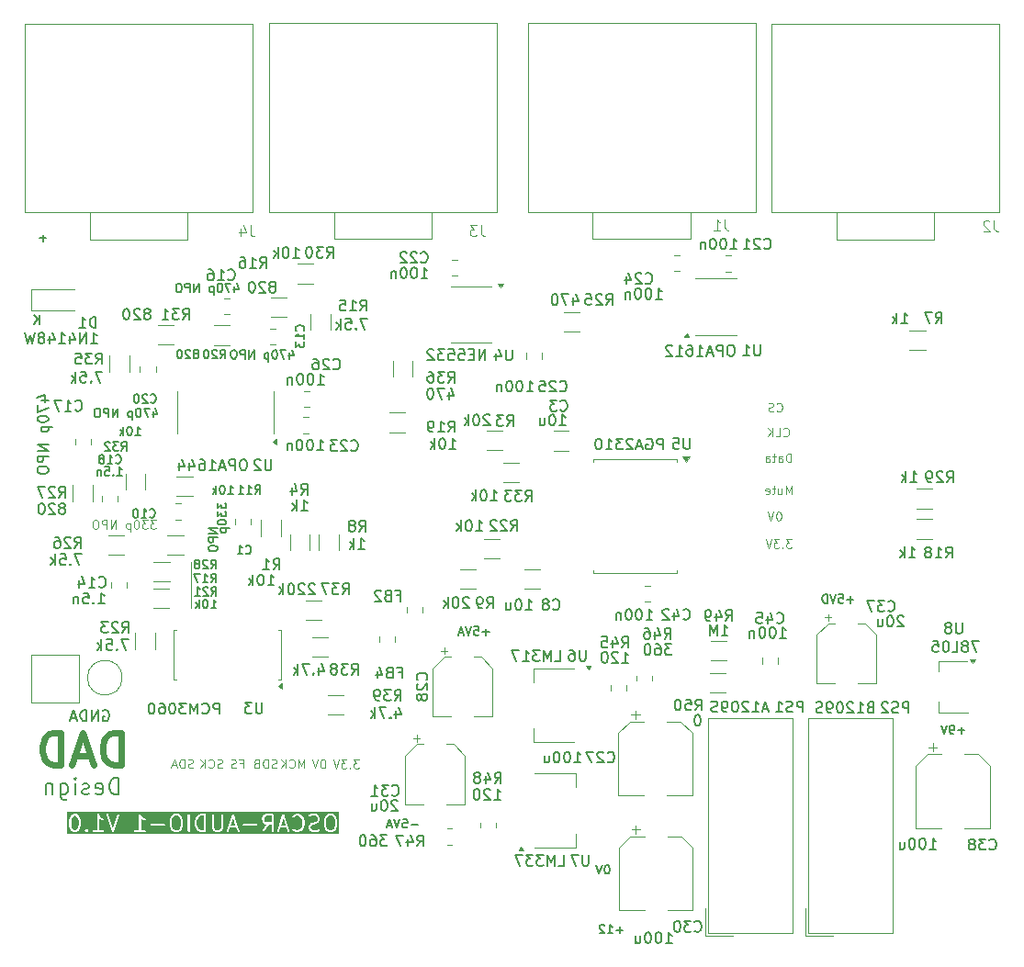
<source format=gbr>
%TF.GenerationSoftware,KiCad,Pcbnew,9.0.5*%
%TF.CreationDate,2025-11-16T19:00:17+01:00*%
%TF.ProjectId,OSCAR_Audio,4f534341-525f-4417-9564-696f2e6b6963,rev?*%
%TF.SameCoordinates,Original*%
%TF.FileFunction,Legend,Bot*%
%TF.FilePolarity,Positive*%
%FSLAX46Y46*%
G04 Gerber Fmt 4.6, Leading zero omitted, Abs format (unit mm)*
G04 Created by KiCad (PCBNEW 9.0.5) date 2025-11-16 19:00:17*
%MOMM*%
%LPD*%
G01*
G04 APERTURE LIST*
%ADD10C,0.100000*%
%ADD11C,0.187500*%
%ADD12C,0.150000*%
%ADD13C,0.600000*%
%ADD14C,0.120000*%
G04 APERTURE END LIST*
D10*
X128560000Y-96650000D02*
X128560000Y-100900000D01*
D11*
G36*
X117978255Y-120135156D02*
G01*
X118028167Y-120185069D01*
X118088190Y-120305114D01*
X118154323Y-120569647D01*
X118154323Y-120903709D01*
X118088189Y-121168242D01*
X118028167Y-121288286D01*
X117978252Y-121338201D01*
X117868798Y-121392928D01*
X117770205Y-121392928D01*
X117660750Y-121338201D01*
X117610836Y-121288286D01*
X117550814Y-121168243D01*
X117484680Y-120903707D01*
X117484680Y-120569649D01*
X117550814Y-120305112D01*
X117610836Y-120185068D01*
X117660750Y-120135155D01*
X117770205Y-120080428D01*
X117868798Y-120080428D01*
X117978255Y-120135156D01*
G37*
G36*
X127406827Y-120135157D02*
G01*
X127520562Y-120248892D01*
X127582894Y-120498218D01*
X127582894Y-120975137D01*
X127520562Y-121224462D01*
X127406825Y-121338200D01*
X127297369Y-121392928D01*
X127055919Y-121392928D01*
X126946462Y-121338199D01*
X126832726Y-121224463D01*
X126770394Y-120975135D01*
X126770394Y-120498220D01*
X126832726Y-120248892D01*
X126946463Y-120135156D01*
X127055919Y-120080428D01*
X127297369Y-120080428D01*
X127406827Y-120135157D01*
G37*
G36*
X129725752Y-121392928D02*
G01*
X129477572Y-121392928D01*
X129298714Y-121333309D01*
X129182264Y-121216859D01*
X129122242Y-121096814D01*
X129056109Y-120832279D01*
X129056109Y-120641076D01*
X129122242Y-120376541D01*
X129182264Y-120256497D01*
X129298714Y-120140047D01*
X129477572Y-120080428D01*
X129725752Y-120080428D01*
X129725752Y-121392928D01*
G37*
G36*
X141621113Y-120135157D02*
G01*
X141734848Y-120248892D01*
X141797180Y-120498218D01*
X141797180Y-120975137D01*
X141734848Y-121224462D01*
X141621111Y-121338200D01*
X141511655Y-121392928D01*
X141270205Y-121392928D01*
X141160748Y-121338199D01*
X141047012Y-121224463D01*
X140984680Y-120975135D01*
X140984680Y-120498220D01*
X141047012Y-120248892D01*
X141160749Y-120135156D01*
X141270205Y-120080428D01*
X141511655Y-120080428D01*
X141621113Y-120135157D01*
G37*
G36*
X135940038Y-120678642D02*
G01*
X135484491Y-120678642D01*
X135375033Y-120623913D01*
X135325123Y-120574003D01*
X135270395Y-120464546D01*
X135270395Y-120294523D01*
X135325121Y-120185069D01*
X135375036Y-120135155D01*
X135484491Y-120080428D01*
X135940038Y-120080428D01*
X135940038Y-120678642D01*
G37*
G36*
X132618002Y-120964357D02*
G01*
X132163858Y-120964357D01*
X132390929Y-120283141D01*
X132618002Y-120964357D01*
G37*
G36*
X137260859Y-120964357D02*
G01*
X136806715Y-120964357D01*
X137033786Y-120283141D01*
X137260859Y-120964357D01*
G37*
G36*
X142151347Y-121747095D02*
G01*
X117130513Y-121747095D01*
X117130513Y-120558107D01*
X117297180Y-120558107D01*
X117297180Y-120915250D01*
X117297493Y-120918437D01*
X117297290Y-120919807D01*
X117298303Y-120926659D01*
X117298981Y-120933540D01*
X117299510Y-120934817D01*
X117299979Y-120937988D01*
X117371408Y-121223702D01*
X117371890Y-121225051D01*
X117371938Y-121225726D01*
X117374842Y-121233314D01*
X117377591Y-121241009D01*
X117377995Y-121241555D01*
X117378507Y-121242891D01*
X117449935Y-121385747D01*
X117454889Y-121393618D01*
X117455837Y-121395905D01*
X117457950Y-121398480D01*
X117459726Y-121401301D01*
X117461596Y-121402923D01*
X117467496Y-121410112D01*
X117538924Y-121481541D01*
X117546113Y-121487440D01*
X117547736Y-121489312D01*
X117550557Y-121491088D01*
X117553131Y-121493200D01*
X117555416Y-121494146D01*
X117563290Y-121499103D01*
X117706147Y-121570531D01*
X117723312Y-121577099D01*
X117726670Y-121577337D01*
X117729783Y-121578627D01*
X117748073Y-121580428D01*
X117890930Y-121580428D01*
X117909220Y-121578627D01*
X117912332Y-121577337D01*
X117915691Y-121577099D01*
X117932856Y-121570531D01*
X118075714Y-121499103D01*
X118083587Y-121494146D01*
X118085873Y-121493200D01*
X118088446Y-121491088D01*
X118091268Y-121489312D01*
X118092891Y-121487440D01*
X118100080Y-121481541D01*
X118171508Y-121410112D01*
X118177407Y-121402923D01*
X118179278Y-121401301D01*
X118181053Y-121398480D01*
X118182300Y-121396961D01*
X118727553Y-121396961D01*
X118727553Y-121433540D01*
X118728918Y-121436835D01*
X118741551Y-121467335D01*
X118741556Y-121467340D01*
X118753211Y-121481542D01*
X118824640Y-121552970D01*
X118838841Y-121564624D01*
X118838846Y-121564629D01*
X118857835Y-121572494D01*
X118872641Y-121578627D01*
X118872642Y-121578627D01*
X118909220Y-121578627D01*
X118909221Y-121578627D01*
X118924027Y-121572494D01*
X118943016Y-121564629D01*
X118957222Y-121552969D01*
X119028650Y-121481542D01*
X119039445Y-121468388D01*
X119441838Y-121468388D01*
X119441838Y-121504968D01*
X119455837Y-121538763D01*
X119481702Y-121564628D01*
X119515497Y-121578627D01*
X119533787Y-121580428D01*
X120390930Y-121580428D01*
X120409220Y-121578627D01*
X120443015Y-121564628D01*
X120468880Y-121538763D01*
X120482879Y-121504968D01*
X120482879Y-121468388D01*
X120468880Y-121434593D01*
X120443015Y-121408728D01*
X120409220Y-121394729D01*
X120390930Y-121392928D01*
X120056109Y-121392928D01*
X120056109Y-120284439D01*
X120181782Y-120410112D01*
X120188970Y-120416012D01*
X120190593Y-120417883D01*
X120193410Y-120419656D01*
X120195988Y-120421772D01*
X120198278Y-120422720D01*
X120206146Y-120427673D01*
X120349003Y-120499102D01*
X120366168Y-120505671D01*
X120402655Y-120508264D01*
X120437357Y-120496697D01*
X120464992Y-120472730D01*
X120481351Y-120440012D01*
X120483944Y-120403524D01*
X120472376Y-120368823D01*
X120448410Y-120341188D01*
X120432856Y-120331397D01*
X120303606Y-120266772D01*
X120178073Y-120141239D01*
X120082849Y-119998403D01*
X120726487Y-119998403D01*
X120730562Y-120016324D01*
X121230562Y-121516325D01*
X121238054Y-121533106D01*
X121242444Y-121538167D01*
X121245439Y-121544157D01*
X121254319Y-121551859D01*
X121262022Y-121560740D01*
X121268011Y-121563734D01*
X121273073Y-121568125D01*
X121284226Y-121571842D01*
X121294739Y-121577099D01*
X121301421Y-121577573D01*
X121307776Y-121579692D01*
X121319501Y-121578858D01*
X121331226Y-121579692D01*
X121337580Y-121577573D01*
X121344263Y-121577099D01*
X121354775Y-121571842D01*
X121365929Y-121568125D01*
X121370990Y-121563734D01*
X121376980Y-121560740D01*
X121384682Y-121551859D01*
X121393563Y-121544157D01*
X121396557Y-121538167D01*
X121400948Y-121533106D01*
X121408440Y-121516324D01*
X121424419Y-121468388D01*
X123298980Y-121468388D01*
X123298980Y-121504968D01*
X123312979Y-121538763D01*
X123338844Y-121564628D01*
X123372639Y-121578627D01*
X123390929Y-121580428D01*
X124248072Y-121580428D01*
X124266362Y-121578627D01*
X124300157Y-121564628D01*
X124326022Y-121538763D01*
X124340021Y-121504968D01*
X124340021Y-121468388D01*
X124326022Y-121434593D01*
X124300157Y-121408728D01*
X124266362Y-121394729D01*
X124248072Y-121392928D01*
X123913251Y-121392928D01*
X123913251Y-120896960D01*
X124798981Y-120896960D01*
X124798981Y-120933540D01*
X124812980Y-120967335D01*
X124838845Y-120993200D01*
X124872640Y-121007199D01*
X124890930Y-121009000D01*
X126033787Y-121009000D01*
X126052077Y-121007199D01*
X126085872Y-120993200D01*
X126111737Y-120967335D01*
X126125736Y-120933540D01*
X126125736Y-120896960D01*
X126111737Y-120863165D01*
X126085872Y-120837300D01*
X126052077Y-120823301D01*
X126033787Y-120821500D01*
X124890930Y-120821500D01*
X124872640Y-120823301D01*
X124838845Y-120837300D01*
X124812980Y-120863165D01*
X124798981Y-120896960D01*
X123913251Y-120896960D01*
X123913251Y-120284439D01*
X124038924Y-120410112D01*
X124046112Y-120416012D01*
X124047735Y-120417883D01*
X124050552Y-120419656D01*
X124053130Y-120421772D01*
X124055420Y-120422720D01*
X124063288Y-120427673D01*
X124206145Y-120499102D01*
X124223310Y-120505671D01*
X124259797Y-120508264D01*
X124294499Y-120496697D01*
X124306051Y-120486678D01*
X126582894Y-120486678D01*
X126582894Y-120986678D01*
X126583207Y-120989865D01*
X126583004Y-120991235D01*
X126584017Y-120998087D01*
X126584695Y-121004968D01*
X126585224Y-121006245D01*
X126585693Y-121009416D01*
X126657122Y-121295130D01*
X126663305Y-121312437D01*
X126667454Y-121318037D01*
X126670122Y-121324477D01*
X126681782Y-121338683D01*
X126824638Y-121481541D01*
X126831828Y-121487442D01*
X126833450Y-121489312D01*
X126836267Y-121491085D01*
X126838845Y-121493201D01*
X126841134Y-121494149D01*
X126849004Y-121499103D01*
X126991861Y-121570531D01*
X127009026Y-121577099D01*
X127012384Y-121577337D01*
X127015497Y-121578627D01*
X127033787Y-121580428D01*
X127319501Y-121580428D01*
X127337791Y-121578627D01*
X127340903Y-121577337D01*
X127344262Y-121577099D01*
X127361427Y-121570531D01*
X127504285Y-121499103D01*
X127512154Y-121494149D01*
X127514444Y-121493201D01*
X127517020Y-121491086D01*
X127519839Y-121489312D01*
X127521461Y-121487440D01*
X127528650Y-121481541D01*
X127671507Y-121338683D01*
X127683167Y-121324477D01*
X127685834Y-121318037D01*
X127689984Y-121312437D01*
X127696167Y-121295130D01*
X127767595Y-121009416D01*
X127768063Y-121006245D01*
X127768593Y-121004968D01*
X127769270Y-120998087D01*
X127770284Y-120991235D01*
X127770080Y-120989865D01*
X127770394Y-120986678D01*
X127770394Y-120486678D01*
X127770080Y-120483490D01*
X127770284Y-120482121D01*
X127769270Y-120475268D01*
X127768593Y-120468388D01*
X127768063Y-120467110D01*
X127767595Y-120463940D01*
X127696167Y-120178226D01*
X127689984Y-120160919D01*
X127685834Y-120155318D01*
X127683167Y-120148879D01*
X127671507Y-120134673D01*
X127528650Y-119991816D01*
X127522391Y-119986678D01*
X128225752Y-119986678D01*
X128225752Y-121486678D01*
X128227553Y-121504968D01*
X128241552Y-121538763D01*
X128267417Y-121564628D01*
X128301212Y-121578627D01*
X128337792Y-121578627D01*
X128371587Y-121564628D01*
X128397452Y-121538763D01*
X128411451Y-121504968D01*
X128413252Y-121486678D01*
X128413252Y-120629535D01*
X128868609Y-120629535D01*
X128868609Y-120843821D01*
X128868922Y-120847008D01*
X128868719Y-120848378D01*
X128869732Y-120855230D01*
X128870410Y-120862111D01*
X128870939Y-120863388D01*
X128871408Y-120866559D01*
X128942836Y-121152272D01*
X128943317Y-121153621D01*
X128943366Y-121154297D01*
X128946272Y-121161892D01*
X128949019Y-121169580D01*
X128949423Y-121170126D01*
X128949935Y-121171462D01*
X129021363Y-121314318D01*
X129026316Y-121322187D01*
X129027265Y-121324477D01*
X129029379Y-121327053D01*
X129031154Y-121329872D01*
X129033024Y-121331494D01*
X129038925Y-121338683D01*
X129181781Y-121481541D01*
X129195988Y-121493201D01*
X129199100Y-121494490D01*
X129201645Y-121496697D01*
X129218427Y-121504189D01*
X129432713Y-121575617D01*
X129441779Y-121577678D01*
X129444069Y-121578627D01*
X129447387Y-121578953D01*
X129450634Y-121579692D01*
X129453102Y-121579516D01*
X129462359Y-121580428D01*
X129819502Y-121580428D01*
X129837792Y-121578627D01*
X129871587Y-121564628D01*
X129897452Y-121538763D01*
X129911451Y-121504968D01*
X129911451Y-121504967D01*
X129913252Y-121486678D01*
X129913252Y-119986678D01*
X130440038Y-119986678D01*
X130440038Y-121200964D01*
X130441839Y-121219254D01*
X130443128Y-121222366D01*
X130443367Y-121225726D01*
X130449935Y-121242890D01*
X130521363Y-121385747D01*
X130526316Y-121393616D01*
X130527265Y-121395906D01*
X130529379Y-121398482D01*
X130531154Y-121401301D01*
X130533025Y-121402923D01*
X130538925Y-121410112D01*
X130610354Y-121481541D01*
X130617542Y-121487441D01*
X130619165Y-121489312D01*
X130621983Y-121491086D01*
X130624560Y-121493201D01*
X130626849Y-121494149D01*
X130634719Y-121499103D01*
X130777576Y-121570531D01*
X130794741Y-121577099D01*
X130798099Y-121577337D01*
X130801212Y-121578627D01*
X130819502Y-121580428D01*
X131105216Y-121580428D01*
X131123506Y-121578627D01*
X131126618Y-121577337D01*
X131129977Y-121577099D01*
X131147142Y-121570531D01*
X131290000Y-121499103D01*
X131297873Y-121494146D01*
X131300159Y-121493200D01*
X131302732Y-121491088D01*
X131305554Y-121489312D01*
X131307177Y-121487440D01*
X131314366Y-121481541D01*
X131320954Y-121474953D01*
X131797916Y-121474953D01*
X131800509Y-121511440D01*
X131816868Y-121544157D01*
X131844502Y-121568125D01*
X131879205Y-121579692D01*
X131915692Y-121577099D01*
X131948409Y-121560740D01*
X131972377Y-121533106D01*
X131979869Y-121516324D01*
X132101358Y-121151857D01*
X132680502Y-121151857D01*
X132801991Y-121516325D01*
X132809483Y-121533106D01*
X132833451Y-121560740D01*
X132866168Y-121577099D01*
X132902655Y-121579692D01*
X132937358Y-121568125D01*
X132964992Y-121544157D01*
X132981351Y-121511440D01*
X132983944Y-121474953D01*
X132979869Y-121457032D01*
X132793178Y-120896960D01*
X133298982Y-120896960D01*
X133298982Y-120933540D01*
X133312981Y-120967335D01*
X133338846Y-120993200D01*
X133372641Y-121007199D01*
X133390931Y-121009000D01*
X134533788Y-121009000D01*
X134552078Y-121007199D01*
X134585873Y-120993200D01*
X134611738Y-120967335D01*
X134625737Y-120933540D01*
X134625737Y-120896960D01*
X134611738Y-120863165D01*
X134585873Y-120837300D01*
X134552078Y-120823301D01*
X134533788Y-120821500D01*
X133390931Y-120821500D01*
X133372641Y-120823301D01*
X133338846Y-120837300D01*
X133312981Y-120863165D01*
X133298982Y-120896960D01*
X132793178Y-120896960D01*
X132584989Y-120272392D01*
X135082895Y-120272392D01*
X135082895Y-120486678D01*
X135084696Y-120504968D01*
X135085985Y-120508080D01*
X135086224Y-120511440D01*
X135092792Y-120528604D01*
X135164220Y-120671461D01*
X135169173Y-120679330D01*
X135170122Y-120681620D01*
X135172236Y-120684196D01*
X135174011Y-120687015D01*
X135175882Y-120688637D01*
X135181782Y-120695826D01*
X135253211Y-120767255D01*
X135260399Y-120773155D01*
X135262022Y-120775026D01*
X135264840Y-120776800D01*
X135267417Y-120778915D01*
X135269706Y-120779863D01*
X135277576Y-120784817D01*
X135420433Y-120856245D01*
X135437598Y-120862813D01*
X135440956Y-120863051D01*
X135444069Y-120864341D01*
X135462359Y-120866142D01*
X135496584Y-120866142D01*
X135099842Y-121432916D01*
X135090829Y-121448932D01*
X135082917Y-121484646D01*
X135089274Y-121520668D01*
X135108932Y-121551517D01*
X135138899Y-121572494D01*
X135174613Y-121580406D01*
X135210635Y-121574049D01*
X135241484Y-121554391D01*
X135253448Y-121540440D01*
X135725456Y-120866142D01*
X135940038Y-120866142D01*
X135940038Y-121486678D01*
X135941839Y-121504968D01*
X135955838Y-121538763D01*
X135981703Y-121564628D01*
X136015498Y-121578627D01*
X136052078Y-121578627D01*
X136085873Y-121564628D01*
X136111738Y-121538763D01*
X136125737Y-121504968D01*
X136127538Y-121486678D01*
X136127538Y-121474953D01*
X136440773Y-121474953D01*
X136443366Y-121511440D01*
X136459725Y-121544157D01*
X136487359Y-121568125D01*
X136522062Y-121579692D01*
X136558549Y-121577099D01*
X136591266Y-121560740D01*
X136615234Y-121533106D01*
X136622726Y-121516324D01*
X136744215Y-121151857D01*
X137323359Y-121151857D01*
X137444848Y-121516325D01*
X137452340Y-121533106D01*
X137476308Y-121560740D01*
X137509025Y-121577099D01*
X137545512Y-121579692D01*
X137580215Y-121568125D01*
X137607849Y-121544157D01*
X137624208Y-121511440D01*
X137626801Y-121474953D01*
X137622726Y-121457032D01*
X137174131Y-120111246D01*
X137870410Y-120111246D01*
X137870410Y-120147824D01*
X137884408Y-120181620D01*
X137910274Y-120207486D01*
X137944070Y-120221484D01*
X137980648Y-120221484D01*
X138014444Y-120207486D01*
X138028650Y-120195826D01*
X138084429Y-120140047D01*
X138263286Y-120080428D01*
X138375717Y-120080428D01*
X138554574Y-120140047D01*
X138671024Y-120256497D01*
X138731046Y-120376542D01*
X138797180Y-120641075D01*
X138797180Y-120832280D01*
X138731046Y-121096813D01*
X138671024Y-121216857D01*
X138554574Y-121333309D01*
X138375717Y-121392928D01*
X138263286Y-121392928D01*
X138084430Y-121333310D01*
X138028651Y-121277530D01*
X138014444Y-121265871D01*
X137980649Y-121251872D01*
X137944070Y-121251872D01*
X137910275Y-121265870D01*
X137884409Y-121291736D01*
X137870410Y-121325531D01*
X137870410Y-121362110D01*
X137884408Y-121395905D01*
X137896067Y-121410112D01*
X137967495Y-121481541D01*
X137981702Y-121493200D01*
X137984812Y-121494488D01*
X137987359Y-121496697D01*
X138004141Y-121504189D01*
X138218427Y-121575617D01*
X138227493Y-121577678D01*
X138229783Y-121578627D01*
X138233101Y-121578953D01*
X138236348Y-121579692D01*
X138238816Y-121579516D01*
X138248073Y-121580428D01*
X138390930Y-121580428D01*
X138400186Y-121579516D01*
X138402655Y-121579692D01*
X138405901Y-121578953D01*
X138409220Y-121578627D01*
X138411509Y-121577678D01*
X138420576Y-121575617D01*
X138634862Y-121504189D01*
X138651644Y-121496697D01*
X138654188Y-121494490D01*
X138657301Y-121493201D01*
X138671507Y-121481541D01*
X138814364Y-121338683D01*
X138820264Y-121331494D01*
X138822135Y-121329872D01*
X138823908Y-121327054D01*
X138826024Y-121324477D01*
X138826972Y-121322186D01*
X138831925Y-121314319D01*
X138903354Y-121171462D01*
X138903865Y-121170126D01*
X138904270Y-121169580D01*
X138907018Y-121161885D01*
X138909923Y-121154297D01*
X138909970Y-121153622D01*
X138910453Y-121152273D01*
X138933994Y-121058107D01*
X139368608Y-121058107D01*
X139368608Y-121200964D01*
X139370409Y-121219254D01*
X139371698Y-121222366D01*
X139371937Y-121225726D01*
X139378506Y-121242891D01*
X139449934Y-121385747D01*
X139454887Y-121393616D01*
X139455836Y-121395906D01*
X139457950Y-121398482D01*
X139459725Y-121401301D01*
X139461595Y-121402923D01*
X139467496Y-121410112D01*
X139538925Y-121481541D01*
X139546113Y-121487441D01*
X139547736Y-121489312D01*
X139550554Y-121491086D01*
X139553131Y-121493201D01*
X139555420Y-121494149D01*
X139563290Y-121499103D01*
X139706147Y-121570531D01*
X139723312Y-121577099D01*
X139726670Y-121577337D01*
X139729783Y-121578627D01*
X139748073Y-121580428D01*
X140105216Y-121580428D01*
X140114472Y-121579516D01*
X140116941Y-121579692D01*
X140120187Y-121578953D01*
X140123506Y-121578627D01*
X140125795Y-121577678D01*
X140134862Y-121575617D01*
X140349147Y-121504189D01*
X140365929Y-121496697D01*
X140393563Y-121472729D01*
X140409921Y-121440012D01*
X140412515Y-121403525D01*
X140400948Y-121368822D01*
X140376980Y-121341188D01*
X140344263Y-121324829D01*
X140307776Y-121322236D01*
X140289855Y-121326311D01*
X140090003Y-121392928D01*
X139770205Y-121392928D01*
X139660747Y-121338199D01*
X139610835Y-121288287D01*
X139556108Y-121178832D01*
X139556108Y-121080238D01*
X139610835Y-120970783D01*
X139660749Y-120920870D01*
X139780794Y-120860847D01*
X140056524Y-120791915D01*
X140057873Y-120791433D01*
X140058549Y-120791385D01*
X140066144Y-120788478D01*
X140073832Y-120785732D01*
X140074378Y-120785327D01*
X140075714Y-120784816D01*
X140218570Y-120713388D01*
X140226441Y-120708433D01*
X140228728Y-120707486D01*
X140231303Y-120705372D01*
X140234124Y-120703597D01*
X140235746Y-120701726D01*
X140242935Y-120695827D01*
X140314364Y-120624399D01*
X140320263Y-120617209D01*
X140322135Y-120615587D01*
X140323911Y-120612765D01*
X140326023Y-120610192D01*
X140326969Y-120607906D01*
X140331926Y-120600033D01*
X140388603Y-120486678D01*
X140797180Y-120486678D01*
X140797180Y-120986678D01*
X140797493Y-120989865D01*
X140797290Y-120991235D01*
X140798303Y-120998087D01*
X140798981Y-121004968D01*
X140799510Y-121006245D01*
X140799979Y-121009416D01*
X140871408Y-121295130D01*
X140877591Y-121312437D01*
X140881740Y-121318037D01*
X140884408Y-121324477D01*
X140896068Y-121338683D01*
X141038924Y-121481541D01*
X141046114Y-121487442D01*
X141047736Y-121489312D01*
X141050553Y-121491085D01*
X141053131Y-121493201D01*
X141055420Y-121494149D01*
X141063290Y-121499103D01*
X141206147Y-121570531D01*
X141223312Y-121577099D01*
X141226670Y-121577337D01*
X141229783Y-121578627D01*
X141248073Y-121580428D01*
X141533787Y-121580428D01*
X141552077Y-121578627D01*
X141555189Y-121577337D01*
X141558548Y-121577099D01*
X141575713Y-121570531D01*
X141718571Y-121499103D01*
X141726440Y-121494149D01*
X141728730Y-121493201D01*
X141731306Y-121491086D01*
X141734125Y-121489312D01*
X141735747Y-121487440D01*
X141742936Y-121481541D01*
X141885793Y-121338683D01*
X141897453Y-121324477D01*
X141900120Y-121318037D01*
X141904270Y-121312437D01*
X141910453Y-121295130D01*
X141981881Y-121009416D01*
X141982349Y-121006245D01*
X141982879Y-121004968D01*
X141983556Y-120998087D01*
X141984570Y-120991235D01*
X141984366Y-120989865D01*
X141984680Y-120986678D01*
X141984680Y-120486678D01*
X141984366Y-120483490D01*
X141984570Y-120482121D01*
X141983556Y-120475268D01*
X141982879Y-120468388D01*
X141982349Y-120467110D01*
X141981881Y-120463940D01*
X141910453Y-120178226D01*
X141904270Y-120160919D01*
X141900120Y-120155318D01*
X141897453Y-120148879D01*
X141885793Y-120134673D01*
X141742936Y-119991816D01*
X141735747Y-119985915D01*
X141734125Y-119984045D01*
X141731306Y-119982270D01*
X141728730Y-119980156D01*
X141726440Y-119979207D01*
X141718571Y-119974254D01*
X141575713Y-119902825D01*
X141558549Y-119896257D01*
X141555189Y-119896018D01*
X141552077Y-119894729D01*
X141533787Y-119892928D01*
X141248073Y-119892928D01*
X141229783Y-119894729D01*
X141226670Y-119896018D01*
X141223311Y-119896257D01*
X141206146Y-119902826D01*
X141063289Y-119974255D01*
X141055421Y-119979207D01*
X141053131Y-119980156D01*
X141050553Y-119982271D01*
X141047736Y-119984045D01*
X141046113Y-119985915D01*
X141038925Y-119991816D01*
X140896068Y-120134673D01*
X140884408Y-120148879D01*
X140881740Y-120155318D01*
X140877591Y-120160919D01*
X140871408Y-120178226D01*
X140799979Y-120463940D01*
X140799510Y-120467110D01*
X140798981Y-120468388D01*
X140798303Y-120475268D01*
X140797290Y-120482121D01*
X140797493Y-120483490D01*
X140797180Y-120486678D01*
X140388603Y-120486678D01*
X140403354Y-120457176D01*
X140409922Y-120440011D01*
X140410160Y-120436652D01*
X140411450Y-120433540D01*
X140413251Y-120415250D01*
X140413251Y-120272392D01*
X140411450Y-120254102D01*
X140410160Y-120250989D01*
X140409922Y-120247631D01*
X140403354Y-120230466D01*
X140331926Y-120087609D01*
X140326969Y-120079735D01*
X140326023Y-120077450D01*
X140323911Y-120074876D01*
X140322135Y-120072055D01*
X140320263Y-120070432D01*
X140314364Y-120063243D01*
X140242935Y-119991815D01*
X140235746Y-119985915D01*
X140234124Y-119984045D01*
X140231303Y-119982269D01*
X140228728Y-119980156D01*
X140226441Y-119979208D01*
X140218570Y-119974254D01*
X140075714Y-119902826D01*
X140058549Y-119896257D01*
X140055189Y-119896018D01*
X140052077Y-119894729D01*
X140033787Y-119892928D01*
X139676644Y-119892928D01*
X139667387Y-119893839D01*
X139664918Y-119893664D01*
X139661670Y-119894402D01*
X139658354Y-119894729D01*
X139656065Y-119895676D01*
X139646997Y-119897739D01*
X139432712Y-119969168D01*
X139415930Y-119976660D01*
X139388296Y-120000628D01*
X139371937Y-120033345D01*
X139369344Y-120069833D01*
X139380911Y-120104535D01*
X139404879Y-120132169D01*
X139437596Y-120148528D01*
X139474084Y-120151121D01*
X139492004Y-120147046D01*
X139691857Y-120080428D01*
X140011656Y-120080428D01*
X140121109Y-120135155D01*
X140171024Y-120185069D01*
X140225751Y-120294523D01*
X140225751Y-120393118D01*
X140171024Y-120502572D01*
X140121109Y-120552486D01*
X140001066Y-120612508D01*
X139725335Y-120681441D01*
X139723985Y-120681923D01*
X139723311Y-120681971D01*
X139715722Y-120684875D01*
X139708028Y-120687624D01*
X139707481Y-120688028D01*
X139706146Y-120688540D01*
X139563289Y-120759969D01*
X139555421Y-120764921D01*
X139553131Y-120765870D01*
X139550553Y-120767985D01*
X139547736Y-120769759D01*
X139546113Y-120771629D01*
X139538925Y-120777530D01*
X139467496Y-120848959D01*
X139461595Y-120856147D01*
X139459725Y-120857770D01*
X139457950Y-120860588D01*
X139455836Y-120863165D01*
X139454887Y-120865454D01*
X139449934Y-120873324D01*
X139378506Y-121016180D01*
X139371937Y-121033345D01*
X139371698Y-121036704D01*
X139370409Y-121039817D01*
X139368608Y-121058107D01*
X138933994Y-121058107D01*
X138981881Y-120866559D01*
X138982349Y-120863388D01*
X138982879Y-120862111D01*
X138983556Y-120855230D01*
X138984570Y-120848378D01*
X138984366Y-120847008D01*
X138984680Y-120843821D01*
X138984680Y-120629535D01*
X138984366Y-120626347D01*
X138984570Y-120624978D01*
X138983556Y-120618125D01*
X138982879Y-120611245D01*
X138982349Y-120609967D01*
X138981881Y-120606797D01*
X138910453Y-120321083D01*
X138909970Y-120319733D01*
X138909923Y-120319059D01*
X138907018Y-120311470D01*
X138904270Y-120303776D01*
X138903865Y-120303229D01*
X138903354Y-120301894D01*
X138831925Y-120159037D01*
X138826972Y-120151169D01*
X138826024Y-120148879D01*
X138823908Y-120146301D01*
X138822135Y-120143484D01*
X138820264Y-120141861D01*
X138814364Y-120134673D01*
X138671507Y-119991816D01*
X138657301Y-119980156D01*
X138654188Y-119978866D01*
X138651644Y-119976660D01*
X138634862Y-119969168D01*
X138420576Y-119897739D01*
X138411508Y-119895677D01*
X138409220Y-119894729D01*
X138405903Y-119894402D01*
X138402656Y-119893664D01*
X138400186Y-119893839D01*
X138390930Y-119892928D01*
X138248073Y-119892928D01*
X138238816Y-119893839D01*
X138236347Y-119893664D01*
X138233099Y-119894402D01*
X138229783Y-119894729D01*
X138227494Y-119895676D01*
X138218426Y-119897739D01*
X138004141Y-119969168D01*
X137987359Y-119976660D01*
X137984812Y-119978868D01*
X137981702Y-119980157D01*
X137967495Y-119991816D01*
X137896068Y-120063244D01*
X137884408Y-120077450D01*
X137870410Y-120111246D01*
X137174131Y-120111246D01*
X137122726Y-119957032D01*
X137115234Y-119940250D01*
X137110843Y-119935188D01*
X137107849Y-119929199D01*
X137098968Y-119921496D01*
X137091266Y-119912616D01*
X137085276Y-119909621D01*
X137080215Y-119905231D01*
X137069061Y-119901513D01*
X137058549Y-119896257D01*
X137051866Y-119895782D01*
X137045512Y-119893664D01*
X137033787Y-119894497D01*
X137022062Y-119893664D01*
X137015707Y-119895782D01*
X137009025Y-119896257D01*
X136998512Y-119901513D01*
X136987359Y-119905231D01*
X136982297Y-119909621D01*
X136976308Y-119912616D01*
X136968605Y-119921496D01*
X136959725Y-119929199D01*
X136956730Y-119935188D01*
X136952340Y-119940250D01*
X136944848Y-119957031D01*
X136444848Y-121457032D01*
X136440773Y-121474953D01*
X136127538Y-121474953D01*
X136127538Y-119986678D01*
X136125737Y-119968388D01*
X136111738Y-119934593D01*
X136085873Y-119908728D01*
X136052078Y-119894729D01*
X136033788Y-119892928D01*
X135462359Y-119892928D01*
X135444069Y-119894729D01*
X135440956Y-119896018D01*
X135437597Y-119896257D01*
X135420432Y-119902826D01*
X135277575Y-119974255D01*
X135269705Y-119979208D01*
X135267418Y-119980156D01*
X135264842Y-119982269D01*
X135262022Y-119984045D01*
X135260399Y-119985915D01*
X135253211Y-119991815D01*
X135181782Y-120063243D01*
X135175882Y-120070431D01*
X135174011Y-120072055D01*
X135172234Y-120074876D01*
X135170123Y-120077450D01*
X135169176Y-120079735D01*
X135164220Y-120087609D01*
X135092792Y-120230466D01*
X135086224Y-120247630D01*
X135085985Y-120250989D01*
X135084696Y-120254102D01*
X135082895Y-120272392D01*
X132584989Y-120272392D01*
X132479869Y-119957032D01*
X132472377Y-119940250D01*
X132467986Y-119935188D01*
X132464992Y-119929199D01*
X132456111Y-119921496D01*
X132448409Y-119912616D01*
X132442419Y-119909621D01*
X132437358Y-119905231D01*
X132426204Y-119901513D01*
X132415692Y-119896257D01*
X132409009Y-119895782D01*
X132402655Y-119893664D01*
X132390930Y-119894497D01*
X132379205Y-119893664D01*
X132372850Y-119895782D01*
X132366168Y-119896257D01*
X132355655Y-119901513D01*
X132344502Y-119905231D01*
X132339440Y-119909621D01*
X132333451Y-119912616D01*
X132325748Y-119921496D01*
X132316868Y-119929199D01*
X132313873Y-119935188D01*
X132309483Y-119940250D01*
X132301991Y-119957031D01*
X131801991Y-121457032D01*
X131797916Y-121474953D01*
X131320954Y-121474953D01*
X131385794Y-121410112D01*
X131391693Y-121402923D01*
X131393564Y-121401301D01*
X131395339Y-121398480D01*
X131397453Y-121395905D01*
X131398400Y-121393617D01*
X131403354Y-121385748D01*
X131474783Y-121242891D01*
X131481352Y-121225726D01*
X131481590Y-121222366D01*
X131482880Y-121219254D01*
X131484681Y-121200964D01*
X131484681Y-119986678D01*
X131482880Y-119968388D01*
X131468881Y-119934593D01*
X131443016Y-119908728D01*
X131409221Y-119894729D01*
X131372641Y-119894729D01*
X131338846Y-119908728D01*
X131312981Y-119934593D01*
X131298982Y-119968388D01*
X131297181Y-119986678D01*
X131297181Y-121178832D01*
X131242453Y-121288286D01*
X131192538Y-121338201D01*
X131083084Y-121392928D01*
X130841634Y-121392928D01*
X130732176Y-121338199D01*
X130682266Y-121288289D01*
X130627538Y-121178832D01*
X130627538Y-119986678D01*
X130625737Y-119968388D01*
X130611738Y-119934593D01*
X130585873Y-119908728D01*
X130552078Y-119894729D01*
X130515498Y-119894729D01*
X130481703Y-119908728D01*
X130455838Y-119934593D01*
X130441839Y-119968388D01*
X130440038Y-119986678D01*
X129913252Y-119986678D01*
X129911451Y-119968388D01*
X129897452Y-119934593D01*
X129871587Y-119908728D01*
X129837792Y-119894729D01*
X129819502Y-119892928D01*
X129462359Y-119892928D01*
X129453102Y-119893839D01*
X129450633Y-119893664D01*
X129447385Y-119894402D01*
X129444069Y-119894729D01*
X129441780Y-119895676D01*
X129432712Y-119897739D01*
X129218427Y-119969168D01*
X129201645Y-119976660D01*
X129199100Y-119978866D01*
X129195988Y-119980156D01*
X129181782Y-119991816D01*
X129038925Y-120134673D01*
X129033024Y-120141861D01*
X129031154Y-120143484D01*
X129029379Y-120146302D01*
X129027265Y-120148879D01*
X129026316Y-120151168D01*
X129021363Y-120159038D01*
X128949935Y-120301894D01*
X128949423Y-120303229D01*
X128949019Y-120303776D01*
X128946272Y-120311463D01*
X128943366Y-120319059D01*
X128943317Y-120319734D01*
X128942836Y-120321084D01*
X128871408Y-120606797D01*
X128870939Y-120609967D01*
X128870410Y-120611245D01*
X128869732Y-120618125D01*
X128868719Y-120624978D01*
X128868922Y-120626347D01*
X128868609Y-120629535D01*
X128413252Y-120629535D01*
X128413252Y-119986678D01*
X128411451Y-119968388D01*
X128397452Y-119934593D01*
X128371587Y-119908728D01*
X128337792Y-119894729D01*
X128301212Y-119894729D01*
X128267417Y-119908728D01*
X128241552Y-119934593D01*
X128227553Y-119968388D01*
X128225752Y-119986678D01*
X127522391Y-119986678D01*
X127521461Y-119985915D01*
X127519839Y-119984045D01*
X127517020Y-119982270D01*
X127514444Y-119980156D01*
X127512154Y-119979207D01*
X127504285Y-119974254D01*
X127361427Y-119902825D01*
X127344263Y-119896257D01*
X127340903Y-119896018D01*
X127337791Y-119894729D01*
X127319501Y-119892928D01*
X127033787Y-119892928D01*
X127015497Y-119894729D01*
X127012384Y-119896018D01*
X127009025Y-119896257D01*
X126991860Y-119902826D01*
X126849003Y-119974255D01*
X126841135Y-119979207D01*
X126838845Y-119980156D01*
X126836267Y-119982271D01*
X126833450Y-119984045D01*
X126831827Y-119985915D01*
X126824639Y-119991816D01*
X126681782Y-120134673D01*
X126670122Y-120148879D01*
X126667454Y-120155318D01*
X126663305Y-120160919D01*
X126657122Y-120178226D01*
X126585693Y-120463940D01*
X126585224Y-120467110D01*
X126584695Y-120468388D01*
X126584017Y-120475268D01*
X126583004Y-120482121D01*
X126583207Y-120483490D01*
X126582894Y-120486678D01*
X124306051Y-120486678D01*
X124322134Y-120472730D01*
X124338493Y-120440012D01*
X124341086Y-120403524D01*
X124329518Y-120368823D01*
X124305552Y-120341188D01*
X124289998Y-120331397D01*
X124160748Y-120266772D01*
X124035215Y-120141239D01*
X123897506Y-119934675D01*
X123897463Y-119934623D01*
X123897451Y-119934593D01*
X123897383Y-119934525D01*
X123885862Y-119920456D01*
X123878148Y-119915290D01*
X123871586Y-119908728D01*
X123863099Y-119905212D01*
X123855468Y-119900102D01*
X123846368Y-119898281D01*
X123837791Y-119894729D01*
X123828604Y-119894729D01*
X123819600Y-119892928D01*
X123810495Y-119894729D01*
X123801211Y-119894729D01*
X123792726Y-119898243D01*
X123783715Y-119900026D01*
X123775988Y-119905176D01*
X123767416Y-119908728D01*
X123760923Y-119915220D01*
X123753279Y-119920317D01*
X123748113Y-119928030D01*
X123741551Y-119934593D01*
X123738035Y-119943079D01*
X123732925Y-119950711D01*
X123731104Y-119959810D01*
X123727552Y-119968388D01*
X123725770Y-119986482D01*
X123725751Y-119986579D01*
X123725757Y-119986611D01*
X123725751Y-119986678D01*
X123725751Y-121392928D01*
X123390929Y-121392928D01*
X123372639Y-121394729D01*
X123338844Y-121408728D01*
X123312979Y-121434593D01*
X123298980Y-121468388D01*
X121424419Y-121468388D01*
X121908440Y-120016324D01*
X121912515Y-119998403D01*
X121909922Y-119961916D01*
X121893563Y-119929199D01*
X121865929Y-119905231D01*
X121831226Y-119893664D01*
X121794739Y-119896257D01*
X121762022Y-119912616D01*
X121738054Y-119940250D01*
X121730562Y-119957031D01*
X121319500Y-121190214D01*
X120908440Y-119957032D01*
X120900948Y-119940250D01*
X120876980Y-119912616D01*
X120844263Y-119896257D01*
X120807776Y-119893664D01*
X120773073Y-119905231D01*
X120745439Y-119929199D01*
X120729080Y-119961916D01*
X120726487Y-119998403D01*
X120082849Y-119998403D01*
X120040364Y-119934675D01*
X120040321Y-119934623D01*
X120040309Y-119934593D01*
X120040241Y-119934525D01*
X120028720Y-119920456D01*
X120021006Y-119915290D01*
X120014444Y-119908728D01*
X120005957Y-119905212D01*
X119998326Y-119900102D01*
X119989226Y-119898281D01*
X119980649Y-119894729D01*
X119971462Y-119894729D01*
X119962458Y-119892928D01*
X119953353Y-119894729D01*
X119944069Y-119894729D01*
X119935584Y-119898243D01*
X119926573Y-119900026D01*
X119918846Y-119905176D01*
X119910274Y-119908728D01*
X119903781Y-119915220D01*
X119896137Y-119920317D01*
X119890971Y-119928030D01*
X119884409Y-119934593D01*
X119880893Y-119943079D01*
X119875783Y-119950711D01*
X119873962Y-119959810D01*
X119870410Y-119968388D01*
X119868628Y-119986482D01*
X119868609Y-119986579D01*
X119868615Y-119986611D01*
X119868609Y-119986678D01*
X119868609Y-121392928D01*
X119533787Y-121392928D01*
X119515497Y-121394729D01*
X119481702Y-121408728D01*
X119455837Y-121434593D01*
X119441838Y-121468388D01*
X119039445Y-121468388D01*
X119040309Y-121467335D01*
X119054307Y-121433540D01*
X119054307Y-121417883D01*
X119054308Y-121396961D01*
X119040310Y-121363166D01*
X119028651Y-121348959D01*
X118957223Y-121277530D01*
X118943021Y-121265875D01*
X118943016Y-121265870D01*
X118912062Y-121253049D01*
X118909221Y-121251872D01*
X118872641Y-121251872D01*
X118869800Y-121253049D01*
X118838846Y-121265870D01*
X118824640Y-121277530D01*
X118753211Y-121348959D01*
X118741551Y-121363165D01*
X118727990Y-121395905D01*
X118727553Y-121396961D01*
X118182300Y-121396961D01*
X118183167Y-121395905D01*
X118184114Y-121393617D01*
X118189068Y-121385748D01*
X118260497Y-121242891D01*
X118261008Y-121241555D01*
X118261413Y-121241009D01*
X118264161Y-121233314D01*
X118267066Y-121225726D01*
X118267113Y-121225051D01*
X118267596Y-121223702D01*
X118339024Y-120937988D01*
X118339492Y-120934817D01*
X118340022Y-120933540D01*
X118340699Y-120926659D01*
X118341713Y-120919807D01*
X118341509Y-120918437D01*
X118341823Y-120915250D01*
X118341823Y-120558107D01*
X118341509Y-120554919D01*
X118341713Y-120553550D01*
X118340699Y-120546697D01*
X118340022Y-120539817D01*
X118339492Y-120538539D01*
X118339024Y-120535369D01*
X118267596Y-120249655D01*
X118267114Y-120248305D01*
X118267066Y-120247630D01*
X118264159Y-120240034D01*
X118261413Y-120232347D01*
X118261008Y-120231800D01*
X118260497Y-120230465D01*
X118189068Y-120087608D01*
X118184112Y-120079735D01*
X118183166Y-120077450D01*
X118181053Y-120074876D01*
X118179278Y-120072055D01*
X118177406Y-120070432D01*
X118171507Y-120063243D01*
X118100079Y-119991816D01*
X118092890Y-119985915D01*
X118091268Y-119984045D01*
X118088449Y-119982270D01*
X118085873Y-119980156D01*
X118083583Y-119979207D01*
X118075714Y-119974254D01*
X117932856Y-119902825D01*
X117915692Y-119896257D01*
X117912332Y-119896018D01*
X117909220Y-119894729D01*
X117890930Y-119892928D01*
X117748073Y-119892928D01*
X117729783Y-119894729D01*
X117726670Y-119896018D01*
X117723311Y-119896257D01*
X117706146Y-119902826D01*
X117563289Y-119974255D01*
X117555416Y-119979210D01*
X117553131Y-119980157D01*
X117550557Y-119982269D01*
X117547736Y-119984045D01*
X117546113Y-119985916D01*
X117538924Y-119991816D01*
X117467497Y-120063244D01*
X117461596Y-120070432D01*
X117459726Y-120072055D01*
X117457951Y-120074873D01*
X117455837Y-120077450D01*
X117454888Y-120079739D01*
X117449935Y-120087609D01*
X117378507Y-120230465D01*
X117377995Y-120231800D01*
X117377591Y-120232347D01*
X117374844Y-120240034D01*
X117371938Y-120247630D01*
X117371889Y-120248305D01*
X117371408Y-120249655D01*
X117299979Y-120535369D01*
X117299510Y-120538539D01*
X117298981Y-120539817D01*
X117298303Y-120546697D01*
X117297290Y-120553550D01*
X117297493Y-120554919D01*
X117297180Y-120558107D01*
X117130513Y-120558107D01*
X117130513Y-119726261D01*
X142151347Y-119726261D01*
X142151347Y-121747095D01*
G37*
D12*
X166918458Y-124614295D02*
X166842268Y-124614295D01*
X166842268Y-124614295D02*
X166766077Y-124652390D01*
X166766077Y-124652390D02*
X166727982Y-124690485D01*
X166727982Y-124690485D02*
X166689887Y-124766676D01*
X166689887Y-124766676D02*
X166651792Y-124919057D01*
X166651792Y-124919057D02*
X166651792Y-125109533D01*
X166651792Y-125109533D02*
X166689887Y-125261914D01*
X166689887Y-125261914D02*
X166727982Y-125338104D01*
X166727982Y-125338104D02*
X166766077Y-125376200D01*
X166766077Y-125376200D02*
X166842268Y-125414295D01*
X166842268Y-125414295D02*
X166918458Y-125414295D01*
X166918458Y-125414295D02*
X166994649Y-125376200D01*
X166994649Y-125376200D02*
X167032744Y-125338104D01*
X167032744Y-125338104D02*
X167070839Y-125261914D01*
X167070839Y-125261914D02*
X167108935Y-125109533D01*
X167108935Y-125109533D02*
X167108935Y-124919057D01*
X167108935Y-124919057D02*
X167070839Y-124766676D01*
X167070839Y-124766676D02*
X167032744Y-124690485D01*
X167032744Y-124690485D02*
X166994649Y-124652390D01*
X166994649Y-124652390D02*
X166918458Y-124614295D01*
X166423220Y-124614295D02*
X166156553Y-125414295D01*
X166156553Y-125414295D02*
X165889887Y-124614295D01*
D10*
X131401830Y-115618800D02*
X131287544Y-115656895D01*
X131287544Y-115656895D02*
X131097068Y-115656895D01*
X131097068Y-115656895D02*
X131020877Y-115618800D01*
X131020877Y-115618800D02*
X130982782Y-115580704D01*
X130982782Y-115580704D02*
X130944687Y-115504514D01*
X130944687Y-115504514D02*
X130944687Y-115428323D01*
X130944687Y-115428323D02*
X130982782Y-115352133D01*
X130982782Y-115352133D02*
X131020877Y-115314038D01*
X131020877Y-115314038D02*
X131097068Y-115275942D01*
X131097068Y-115275942D02*
X131249449Y-115237847D01*
X131249449Y-115237847D02*
X131325639Y-115199752D01*
X131325639Y-115199752D02*
X131363734Y-115161657D01*
X131363734Y-115161657D02*
X131401830Y-115085466D01*
X131401830Y-115085466D02*
X131401830Y-115009276D01*
X131401830Y-115009276D02*
X131363734Y-114933085D01*
X131363734Y-114933085D02*
X131325639Y-114894990D01*
X131325639Y-114894990D02*
X131249449Y-114856895D01*
X131249449Y-114856895D02*
X131058972Y-114856895D01*
X131058972Y-114856895D02*
X130944687Y-114894990D01*
X130144686Y-115580704D02*
X130182782Y-115618800D01*
X130182782Y-115618800D02*
X130297067Y-115656895D01*
X130297067Y-115656895D02*
X130373258Y-115656895D01*
X130373258Y-115656895D02*
X130487544Y-115618800D01*
X130487544Y-115618800D02*
X130563734Y-115542609D01*
X130563734Y-115542609D02*
X130601829Y-115466419D01*
X130601829Y-115466419D02*
X130639925Y-115314038D01*
X130639925Y-115314038D02*
X130639925Y-115199752D01*
X130639925Y-115199752D02*
X130601829Y-115047371D01*
X130601829Y-115047371D02*
X130563734Y-114971180D01*
X130563734Y-114971180D02*
X130487544Y-114894990D01*
X130487544Y-114894990D02*
X130373258Y-114856895D01*
X130373258Y-114856895D02*
X130297067Y-114856895D01*
X130297067Y-114856895D02*
X130182782Y-114894990D01*
X130182782Y-114894990D02*
X130144686Y-114933085D01*
X129801829Y-115656895D02*
X129801829Y-114856895D01*
X129344686Y-115656895D02*
X129687544Y-115199752D01*
X129344686Y-114856895D02*
X129801829Y-115314038D01*
X144009925Y-114886895D02*
X143514687Y-114886895D01*
X143514687Y-114886895D02*
X143781353Y-115191657D01*
X143781353Y-115191657D02*
X143667068Y-115191657D01*
X143667068Y-115191657D02*
X143590877Y-115229752D01*
X143590877Y-115229752D02*
X143552782Y-115267847D01*
X143552782Y-115267847D02*
X143514687Y-115344038D01*
X143514687Y-115344038D02*
X143514687Y-115534514D01*
X143514687Y-115534514D02*
X143552782Y-115610704D01*
X143552782Y-115610704D02*
X143590877Y-115648800D01*
X143590877Y-115648800D02*
X143667068Y-115686895D01*
X143667068Y-115686895D02*
X143895639Y-115686895D01*
X143895639Y-115686895D02*
X143971830Y-115648800D01*
X143971830Y-115648800D02*
X144009925Y-115610704D01*
X143171829Y-115610704D02*
X143133734Y-115648800D01*
X143133734Y-115648800D02*
X143171829Y-115686895D01*
X143171829Y-115686895D02*
X143209925Y-115648800D01*
X143209925Y-115648800D02*
X143171829Y-115610704D01*
X143171829Y-115610704D02*
X143171829Y-115686895D01*
X142867068Y-114886895D02*
X142371830Y-114886895D01*
X142371830Y-114886895D02*
X142638496Y-115191657D01*
X142638496Y-115191657D02*
X142524211Y-115191657D01*
X142524211Y-115191657D02*
X142448020Y-115229752D01*
X142448020Y-115229752D02*
X142409925Y-115267847D01*
X142409925Y-115267847D02*
X142371830Y-115344038D01*
X142371830Y-115344038D02*
X142371830Y-115534514D01*
X142371830Y-115534514D02*
X142409925Y-115610704D01*
X142409925Y-115610704D02*
X142448020Y-115648800D01*
X142448020Y-115648800D02*
X142524211Y-115686895D01*
X142524211Y-115686895D02*
X142752782Y-115686895D01*
X142752782Y-115686895D02*
X142828973Y-115648800D01*
X142828973Y-115648800D02*
X142867068Y-115610704D01*
X142143258Y-114886895D02*
X141876591Y-115686895D01*
X141876591Y-115686895D02*
X141609925Y-114886895D01*
X133047068Y-115257847D02*
X133313734Y-115257847D01*
X133313734Y-115676895D02*
X133313734Y-114876895D01*
X133313734Y-114876895D02*
X132932782Y-114876895D01*
X132666116Y-115638800D02*
X132551830Y-115676895D01*
X132551830Y-115676895D02*
X132361354Y-115676895D01*
X132361354Y-115676895D02*
X132285163Y-115638800D01*
X132285163Y-115638800D02*
X132247068Y-115600704D01*
X132247068Y-115600704D02*
X132208973Y-115524514D01*
X132208973Y-115524514D02*
X132208973Y-115448323D01*
X132208973Y-115448323D02*
X132247068Y-115372133D01*
X132247068Y-115372133D02*
X132285163Y-115334038D01*
X132285163Y-115334038D02*
X132361354Y-115295942D01*
X132361354Y-115295942D02*
X132513735Y-115257847D01*
X132513735Y-115257847D02*
X132589925Y-115219752D01*
X132589925Y-115219752D02*
X132628020Y-115181657D01*
X132628020Y-115181657D02*
X132666116Y-115105466D01*
X132666116Y-115105466D02*
X132666116Y-115029276D01*
X132666116Y-115029276D02*
X132628020Y-114953085D01*
X132628020Y-114953085D02*
X132589925Y-114914990D01*
X132589925Y-114914990D02*
X132513735Y-114876895D01*
X132513735Y-114876895D02*
X132323258Y-114876895D01*
X132323258Y-114876895D02*
X132208973Y-114914990D01*
X138973734Y-115666895D02*
X138973734Y-114866895D01*
X138973734Y-114866895D02*
X138707068Y-115438323D01*
X138707068Y-115438323D02*
X138440401Y-114866895D01*
X138440401Y-114866895D02*
X138440401Y-115666895D01*
X137602305Y-115590704D02*
X137640401Y-115628800D01*
X137640401Y-115628800D02*
X137754686Y-115666895D01*
X137754686Y-115666895D02*
X137830877Y-115666895D01*
X137830877Y-115666895D02*
X137945163Y-115628800D01*
X137945163Y-115628800D02*
X138021353Y-115552609D01*
X138021353Y-115552609D02*
X138059448Y-115476419D01*
X138059448Y-115476419D02*
X138097544Y-115324038D01*
X138097544Y-115324038D02*
X138097544Y-115209752D01*
X138097544Y-115209752D02*
X138059448Y-115057371D01*
X138059448Y-115057371D02*
X138021353Y-114981180D01*
X138021353Y-114981180D02*
X137945163Y-114904990D01*
X137945163Y-114904990D02*
X137830877Y-114866895D01*
X137830877Y-114866895D02*
X137754686Y-114866895D01*
X137754686Y-114866895D02*
X137640401Y-114904990D01*
X137640401Y-114904990D02*
X137602305Y-114943085D01*
X137259448Y-115666895D02*
X137259448Y-114866895D01*
X136802305Y-115666895D02*
X137145163Y-115209752D01*
X136802305Y-114866895D02*
X137259448Y-115324038D01*
X128711830Y-115608800D02*
X128597544Y-115646895D01*
X128597544Y-115646895D02*
X128407068Y-115646895D01*
X128407068Y-115646895D02*
X128330877Y-115608800D01*
X128330877Y-115608800D02*
X128292782Y-115570704D01*
X128292782Y-115570704D02*
X128254687Y-115494514D01*
X128254687Y-115494514D02*
X128254687Y-115418323D01*
X128254687Y-115418323D02*
X128292782Y-115342133D01*
X128292782Y-115342133D02*
X128330877Y-115304038D01*
X128330877Y-115304038D02*
X128407068Y-115265942D01*
X128407068Y-115265942D02*
X128559449Y-115227847D01*
X128559449Y-115227847D02*
X128635639Y-115189752D01*
X128635639Y-115189752D02*
X128673734Y-115151657D01*
X128673734Y-115151657D02*
X128711830Y-115075466D01*
X128711830Y-115075466D02*
X128711830Y-114999276D01*
X128711830Y-114999276D02*
X128673734Y-114923085D01*
X128673734Y-114923085D02*
X128635639Y-114884990D01*
X128635639Y-114884990D02*
X128559449Y-114846895D01*
X128559449Y-114846895D02*
X128368972Y-114846895D01*
X128368972Y-114846895D02*
X128254687Y-114884990D01*
X127911829Y-115646895D02*
X127911829Y-114846895D01*
X127911829Y-114846895D02*
X127721353Y-114846895D01*
X127721353Y-114846895D02*
X127607067Y-114884990D01*
X127607067Y-114884990D02*
X127530877Y-114961180D01*
X127530877Y-114961180D02*
X127492782Y-115037371D01*
X127492782Y-115037371D02*
X127454686Y-115189752D01*
X127454686Y-115189752D02*
X127454686Y-115304038D01*
X127454686Y-115304038D02*
X127492782Y-115456419D01*
X127492782Y-115456419D02*
X127530877Y-115532609D01*
X127530877Y-115532609D02*
X127607067Y-115608800D01*
X127607067Y-115608800D02*
X127721353Y-115646895D01*
X127721353Y-115646895D02*
X127911829Y-115646895D01*
X127149925Y-115418323D02*
X126768972Y-115418323D01*
X127226115Y-115646895D02*
X126959448Y-114846895D01*
X126959448Y-114846895D02*
X126692782Y-115646895D01*
D12*
X115180839Y-66809533D02*
X114571316Y-66809533D01*
X114876077Y-67114295D02*
X114876077Y-66504771D01*
D10*
X136411830Y-115638800D02*
X136297544Y-115676895D01*
X136297544Y-115676895D02*
X136107068Y-115676895D01*
X136107068Y-115676895D02*
X136030877Y-115638800D01*
X136030877Y-115638800D02*
X135992782Y-115600704D01*
X135992782Y-115600704D02*
X135954687Y-115524514D01*
X135954687Y-115524514D02*
X135954687Y-115448323D01*
X135954687Y-115448323D02*
X135992782Y-115372133D01*
X135992782Y-115372133D02*
X136030877Y-115334038D01*
X136030877Y-115334038D02*
X136107068Y-115295942D01*
X136107068Y-115295942D02*
X136259449Y-115257847D01*
X136259449Y-115257847D02*
X136335639Y-115219752D01*
X136335639Y-115219752D02*
X136373734Y-115181657D01*
X136373734Y-115181657D02*
X136411830Y-115105466D01*
X136411830Y-115105466D02*
X136411830Y-115029276D01*
X136411830Y-115029276D02*
X136373734Y-114953085D01*
X136373734Y-114953085D02*
X136335639Y-114914990D01*
X136335639Y-114914990D02*
X136259449Y-114876895D01*
X136259449Y-114876895D02*
X136068972Y-114876895D01*
X136068972Y-114876895D02*
X135954687Y-114914990D01*
X135611829Y-115676895D02*
X135611829Y-114876895D01*
X135611829Y-114876895D02*
X135421353Y-114876895D01*
X135421353Y-114876895D02*
X135307067Y-114914990D01*
X135307067Y-114914990D02*
X135230877Y-114991180D01*
X135230877Y-114991180D02*
X135192782Y-115067371D01*
X135192782Y-115067371D02*
X135154686Y-115219752D01*
X135154686Y-115219752D02*
X135154686Y-115334038D01*
X135154686Y-115334038D02*
X135192782Y-115486419D01*
X135192782Y-115486419D02*
X135230877Y-115562609D01*
X135230877Y-115562609D02*
X135307067Y-115638800D01*
X135307067Y-115638800D02*
X135421353Y-115676895D01*
X135421353Y-115676895D02*
X135611829Y-115676895D01*
X134545163Y-115257847D02*
X134430877Y-115295942D01*
X134430877Y-115295942D02*
X134392782Y-115334038D01*
X134392782Y-115334038D02*
X134354686Y-115410228D01*
X134354686Y-115410228D02*
X134354686Y-115524514D01*
X134354686Y-115524514D02*
X134392782Y-115600704D01*
X134392782Y-115600704D02*
X134430877Y-115638800D01*
X134430877Y-115638800D02*
X134507067Y-115676895D01*
X134507067Y-115676895D02*
X134811829Y-115676895D01*
X134811829Y-115676895D02*
X134811829Y-114876895D01*
X134811829Y-114876895D02*
X134545163Y-114876895D01*
X134545163Y-114876895D02*
X134468972Y-114914990D01*
X134468972Y-114914990D02*
X134430877Y-114953085D01*
X134430877Y-114953085D02*
X134392782Y-115029276D01*
X134392782Y-115029276D02*
X134392782Y-115105466D01*
X134392782Y-115105466D02*
X134430877Y-115181657D01*
X134430877Y-115181657D02*
X134468972Y-115219752D01*
X134468972Y-115219752D02*
X134545163Y-115257847D01*
X134545163Y-115257847D02*
X134811829Y-115257847D01*
X182731353Y-92046895D02*
X182655163Y-92046895D01*
X182655163Y-92046895D02*
X182578972Y-92084990D01*
X182578972Y-92084990D02*
X182540877Y-92123085D01*
X182540877Y-92123085D02*
X182502782Y-92199276D01*
X182502782Y-92199276D02*
X182464687Y-92351657D01*
X182464687Y-92351657D02*
X182464687Y-92542133D01*
X182464687Y-92542133D02*
X182502782Y-92694514D01*
X182502782Y-92694514D02*
X182540877Y-92770704D01*
X182540877Y-92770704D02*
X182578972Y-92808800D01*
X182578972Y-92808800D02*
X182655163Y-92846895D01*
X182655163Y-92846895D02*
X182731353Y-92846895D01*
X182731353Y-92846895D02*
X182807544Y-92808800D01*
X182807544Y-92808800D02*
X182845639Y-92770704D01*
X182845639Y-92770704D02*
X182883734Y-92694514D01*
X182883734Y-92694514D02*
X182921830Y-92542133D01*
X182921830Y-92542133D02*
X182921830Y-92351657D01*
X182921830Y-92351657D02*
X182883734Y-92199276D01*
X182883734Y-92199276D02*
X182845639Y-92123085D01*
X182845639Y-92123085D02*
X182807544Y-92084990D01*
X182807544Y-92084990D02*
X182731353Y-92046895D01*
X182236115Y-92046895D02*
X181969448Y-92846895D01*
X181969448Y-92846895D02*
X181702782Y-92046895D01*
D12*
X168340839Y-130609533D02*
X167731316Y-130609533D01*
X168036077Y-130914295D02*
X168036077Y-130304771D01*
X166931316Y-130914295D02*
X167388459Y-130914295D01*
X167159887Y-130914295D02*
X167159887Y-130114295D01*
X167159887Y-130114295D02*
X167236078Y-130228580D01*
X167236078Y-130228580D02*
X167312268Y-130304771D01*
X167312268Y-130304771D02*
X167388459Y-130342866D01*
X166626554Y-130190485D02*
X166588458Y-130152390D01*
X166588458Y-130152390D02*
X166512268Y-130114295D01*
X166512268Y-130114295D02*
X166321792Y-130114295D01*
X166321792Y-130114295D02*
X166245601Y-130152390D01*
X166245601Y-130152390D02*
X166207506Y-130190485D01*
X166207506Y-130190485D02*
X166169411Y-130266676D01*
X166169411Y-130266676D02*
X166169411Y-130342866D01*
X166169411Y-130342866D02*
X166207506Y-130457152D01*
X166207506Y-130457152D02*
X166664649Y-130914295D01*
X166664649Y-130914295D02*
X166169411Y-130914295D01*
D10*
X183889925Y-94596895D02*
X183394687Y-94596895D01*
X183394687Y-94596895D02*
X183661353Y-94901657D01*
X183661353Y-94901657D02*
X183547068Y-94901657D01*
X183547068Y-94901657D02*
X183470877Y-94939752D01*
X183470877Y-94939752D02*
X183432782Y-94977847D01*
X183432782Y-94977847D02*
X183394687Y-95054038D01*
X183394687Y-95054038D02*
X183394687Y-95244514D01*
X183394687Y-95244514D02*
X183432782Y-95320704D01*
X183432782Y-95320704D02*
X183470877Y-95358800D01*
X183470877Y-95358800D02*
X183547068Y-95396895D01*
X183547068Y-95396895D02*
X183775639Y-95396895D01*
X183775639Y-95396895D02*
X183851830Y-95358800D01*
X183851830Y-95358800D02*
X183889925Y-95320704D01*
X183051829Y-95320704D02*
X183013734Y-95358800D01*
X183013734Y-95358800D02*
X183051829Y-95396895D01*
X183051829Y-95396895D02*
X183089925Y-95358800D01*
X183089925Y-95358800D02*
X183051829Y-95320704D01*
X183051829Y-95320704D02*
X183051829Y-95396895D01*
X182747068Y-94596895D02*
X182251830Y-94596895D01*
X182251830Y-94596895D02*
X182518496Y-94901657D01*
X182518496Y-94901657D02*
X182404211Y-94901657D01*
X182404211Y-94901657D02*
X182328020Y-94939752D01*
X182328020Y-94939752D02*
X182289925Y-94977847D01*
X182289925Y-94977847D02*
X182251830Y-95054038D01*
X182251830Y-95054038D02*
X182251830Y-95244514D01*
X182251830Y-95244514D02*
X182289925Y-95320704D01*
X182289925Y-95320704D02*
X182328020Y-95358800D01*
X182328020Y-95358800D02*
X182404211Y-95396895D01*
X182404211Y-95396895D02*
X182632782Y-95396895D01*
X182632782Y-95396895D02*
X182708973Y-95358800D01*
X182708973Y-95358800D02*
X182747068Y-95320704D01*
X182023258Y-94596895D02*
X181756591Y-95396895D01*
X181756591Y-95396895D02*
X181489925Y-94596895D01*
X182526591Y-82720704D02*
X182564687Y-82758800D01*
X182564687Y-82758800D02*
X182678972Y-82796895D01*
X182678972Y-82796895D02*
X182755163Y-82796895D01*
X182755163Y-82796895D02*
X182869449Y-82758800D01*
X182869449Y-82758800D02*
X182945639Y-82682609D01*
X182945639Y-82682609D02*
X182983734Y-82606419D01*
X182983734Y-82606419D02*
X183021830Y-82454038D01*
X183021830Y-82454038D02*
X183021830Y-82339752D01*
X183021830Y-82339752D02*
X182983734Y-82187371D01*
X182983734Y-82187371D02*
X182945639Y-82111180D01*
X182945639Y-82111180D02*
X182869449Y-82034990D01*
X182869449Y-82034990D02*
X182755163Y-81996895D01*
X182755163Y-81996895D02*
X182678972Y-81996895D01*
X182678972Y-81996895D02*
X182564687Y-82034990D01*
X182564687Y-82034990D02*
X182526591Y-82073085D01*
X182221830Y-82758800D02*
X182107544Y-82796895D01*
X182107544Y-82796895D02*
X181917068Y-82796895D01*
X181917068Y-82796895D02*
X181840877Y-82758800D01*
X181840877Y-82758800D02*
X181802782Y-82720704D01*
X181802782Y-82720704D02*
X181764687Y-82644514D01*
X181764687Y-82644514D02*
X181764687Y-82568323D01*
X181764687Y-82568323D02*
X181802782Y-82492133D01*
X181802782Y-82492133D02*
X181840877Y-82454038D01*
X181840877Y-82454038D02*
X181917068Y-82415942D01*
X181917068Y-82415942D02*
X182069449Y-82377847D01*
X182069449Y-82377847D02*
X182145639Y-82339752D01*
X182145639Y-82339752D02*
X182183734Y-82301657D01*
X182183734Y-82301657D02*
X182221830Y-82225466D01*
X182221830Y-82225466D02*
X182221830Y-82149276D01*
X182221830Y-82149276D02*
X182183734Y-82073085D01*
X182183734Y-82073085D02*
X182145639Y-82034990D01*
X182145639Y-82034990D02*
X182069449Y-81996895D01*
X182069449Y-81996895D02*
X181878972Y-81996895D01*
X181878972Y-81996895D02*
X181764687Y-82034990D01*
D12*
X149420839Y-120869533D02*
X148811316Y-120869533D01*
X148049411Y-120374295D02*
X148430363Y-120374295D01*
X148430363Y-120374295D02*
X148468459Y-120755247D01*
X148468459Y-120755247D02*
X148430363Y-120717152D01*
X148430363Y-120717152D02*
X148354173Y-120679057D01*
X148354173Y-120679057D02*
X148163697Y-120679057D01*
X148163697Y-120679057D02*
X148087506Y-120717152D01*
X148087506Y-120717152D02*
X148049411Y-120755247D01*
X148049411Y-120755247D02*
X148011316Y-120831438D01*
X148011316Y-120831438D02*
X148011316Y-121021914D01*
X148011316Y-121021914D02*
X148049411Y-121098104D01*
X148049411Y-121098104D02*
X148087506Y-121136200D01*
X148087506Y-121136200D02*
X148163697Y-121174295D01*
X148163697Y-121174295D02*
X148354173Y-121174295D01*
X148354173Y-121174295D02*
X148430363Y-121136200D01*
X148430363Y-121136200D02*
X148468459Y-121098104D01*
X147782744Y-120374295D02*
X147516077Y-121174295D01*
X147516077Y-121174295D02*
X147249411Y-120374295D01*
X147020840Y-120945723D02*
X146639887Y-120945723D01*
X147097030Y-121174295D02*
X146830363Y-120374295D01*
X146830363Y-120374295D02*
X146563697Y-121174295D01*
D10*
X183903734Y-90436895D02*
X183903734Y-89636895D01*
X183903734Y-89636895D02*
X183637068Y-90208323D01*
X183637068Y-90208323D02*
X183370401Y-89636895D01*
X183370401Y-89636895D02*
X183370401Y-90436895D01*
X182646591Y-89903561D02*
X182646591Y-90436895D01*
X182989448Y-89903561D02*
X182989448Y-90322609D01*
X182989448Y-90322609D02*
X182951353Y-90398800D01*
X182951353Y-90398800D02*
X182875163Y-90436895D01*
X182875163Y-90436895D02*
X182760877Y-90436895D01*
X182760877Y-90436895D02*
X182684686Y-90398800D01*
X182684686Y-90398800D02*
X182646591Y-90360704D01*
X182379924Y-89903561D02*
X182075162Y-89903561D01*
X182265638Y-89636895D02*
X182265638Y-90322609D01*
X182265638Y-90322609D02*
X182227543Y-90398800D01*
X182227543Y-90398800D02*
X182151353Y-90436895D01*
X182151353Y-90436895D02*
X182075162Y-90436895D01*
X181503733Y-90398800D02*
X181579924Y-90436895D01*
X181579924Y-90436895D02*
X181732305Y-90436895D01*
X181732305Y-90436895D02*
X181808495Y-90398800D01*
X181808495Y-90398800D02*
X181846591Y-90322609D01*
X181846591Y-90322609D02*
X181846591Y-90017847D01*
X181846591Y-90017847D02*
X181808495Y-89941657D01*
X181808495Y-89941657D02*
X181732305Y-89903561D01*
X181732305Y-89903561D02*
X181579924Y-89903561D01*
X181579924Y-89903561D02*
X181503733Y-89941657D01*
X181503733Y-89941657D02*
X181465638Y-90017847D01*
X181465638Y-90017847D02*
X181465638Y-90094038D01*
X181465638Y-90094038D02*
X181846591Y-90170228D01*
X183146591Y-85040704D02*
X183184687Y-85078800D01*
X183184687Y-85078800D02*
X183298972Y-85116895D01*
X183298972Y-85116895D02*
X183375163Y-85116895D01*
X183375163Y-85116895D02*
X183489449Y-85078800D01*
X183489449Y-85078800D02*
X183565639Y-85002609D01*
X183565639Y-85002609D02*
X183603734Y-84926419D01*
X183603734Y-84926419D02*
X183641830Y-84774038D01*
X183641830Y-84774038D02*
X183641830Y-84659752D01*
X183641830Y-84659752D02*
X183603734Y-84507371D01*
X183603734Y-84507371D02*
X183565639Y-84431180D01*
X183565639Y-84431180D02*
X183489449Y-84354990D01*
X183489449Y-84354990D02*
X183375163Y-84316895D01*
X183375163Y-84316895D02*
X183298972Y-84316895D01*
X183298972Y-84316895D02*
X183184687Y-84354990D01*
X183184687Y-84354990D02*
X183146591Y-84393085D01*
X182422782Y-85116895D02*
X182803734Y-85116895D01*
X182803734Y-85116895D02*
X182803734Y-84316895D01*
X182156115Y-85116895D02*
X182156115Y-84316895D01*
X181698972Y-85116895D02*
X182041830Y-84659752D01*
X181698972Y-84316895D02*
X182156115Y-84774038D01*
X140731353Y-114876895D02*
X140655163Y-114876895D01*
X140655163Y-114876895D02*
X140578972Y-114914990D01*
X140578972Y-114914990D02*
X140540877Y-114953085D01*
X140540877Y-114953085D02*
X140502782Y-115029276D01*
X140502782Y-115029276D02*
X140464687Y-115181657D01*
X140464687Y-115181657D02*
X140464687Y-115372133D01*
X140464687Y-115372133D02*
X140502782Y-115524514D01*
X140502782Y-115524514D02*
X140540877Y-115600704D01*
X140540877Y-115600704D02*
X140578972Y-115638800D01*
X140578972Y-115638800D02*
X140655163Y-115676895D01*
X140655163Y-115676895D02*
X140731353Y-115676895D01*
X140731353Y-115676895D02*
X140807544Y-115638800D01*
X140807544Y-115638800D02*
X140845639Y-115600704D01*
X140845639Y-115600704D02*
X140883734Y-115524514D01*
X140883734Y-115524514D02*
X140921830Y-115372133D01*
X140921830Y-115372133D02*
X140921830Y-115181657D01*
X140921830Y-115181657D02*
X140883734Y-115029276D01*
X140883734Y-115029276D02*
X140845639Y-114953085D01*
X140845639Y-114953085D02*
X140807544Y-114914990D01*
X140807544Y-114914990D02*
X140731353Y-114876895D01*
X140236115Y-114876895D02*
X139969448Y-115676895D01*
X139969448Y-115676895D02*
X139702782Y-114876895D01*
D12*
X156000839Y-103119533D02*
X155391316Y-103119533D01*
X155696077Y-103424295D02*
X155696077Y-102814771D01*
X154629411Y-102624295D02*
X155010363Y-102624295D01*
X155010363Y-102624295D02*
X155048459Y-103005247D01*
X155048459Y-103005247D02*
X155010363Y-102967152D01*
X155010363Y-102967152D02*
X154934173Y-102929057D01*
X154934173Y-102929057D02*
X154743697Y-102929057D01*
X154743697Y-102929057D02*
X154667506Y-102967152D01*
X154667506Y-102967152D02*
X154629411Y-103005247D01*
X154629411Y-103005247D02*
X154591316Y-103081438D01*
X154591316Y-103081438D02*
X154591316Y-103271914D01*
X154591316Y-103271914D02*
X154629411Y-103348104D01*
X154629411Y-103348104D02*
X154667506Y-103386200D01*
X154667506Y-103386200D02*
X154743697Y-103424295D01*
X154743697Y-103424295D02*
X154934173Y-103424295D01*
X154934173Y-103424295D02*
X155010363Y-103386200D01*
X155010363Y-103386200D02*
X155048459Y-103348104D01*
X154362744Y-102624295D02*
X154096077Y-103424295D01*
X154096077Y-103424295D02*
X153829411Y-102624295D01*
X153600840Y-103195723D02*
X153219887Y-103195723D01*
X153677030Y-103424295D02*
X153410363Y-102624295D01*
X153410363Y-102624295D02*
X153143697Y-103424295D01*
X114520839Y-74734295D02*
X114520839Y-73934295D01*
X114063696Y-74734295D02*
X114406554Y-74277152D01*
X114063696Y-73934295D02*
X114520839Y-74391438D01*
D13*
X122090978Y-115391657D02*
X122090978Y-112391657D01*
X122090978Y-112391657D02*
X121376692Y-112391657D01*
X121376692Y-112391657D02*
X120948121Y-112534514D01*
X120948121Y-112534514D02*
X120662406Y-112820228D01*
X120662406Y-112820228D02*
X120519549Y-113105942D01*
X120519549Y-113105942D02*
X120376692Y-113677371D01*
X120376692Y-113677371D02*
X120376692Y-114105942D01*
X120376692Y-114105942D02*
X120519549Y-114677371D01*
X120519549Y-114677371D02*
X120662406Y-114963085D01*
X120662406Y-114963085D02*
X120948121Y-115248800D01*
X120948121Y-115248800D02*
X121376692Y-115391657D01*
X121376692Y-115391657D02*
X122090978Y-115391657D01*
X119233835Y-114534514D02*
X117805264Y-114534514D01*
X119519549Y-115391657D02*
X118519549Y-112391657D01*
X118519549Y-112391657D02*
X117519549Y-115391657D01*
X116519549Y-115391657D02*
X116519549Y-112391657D01*
X116519549Y-112391657D02*
X115805263Y-112391657D01*
X115805263Y-112391657D02*
X115376692Y-112534514D01*
X115376692Y-112534514D02*
X115090977Y-112820228D01*
X115090977Y-112820228D02*
X114948120Y-113105942D01*
X114948120Y-113105942D02*
X114805263Y-113677371D01*
X114805263Y-113677371D02*
X114805263Y-114105942D01*
X114805263Y-114105942D02*
X114948120Y-114677371D01*
X114948120Y-114677371D02*
X115090977Y-114963085D01*
X115090977Y-114963085D02*
X115376692Y-115248800D01*
X115376692Y-115248800D02*
X115805263Y-115391657D01*
X115805263Y-115391657D02*
X116519549Y-115391657D01*
D12*
X199840839Y-112209533D02*
X199231316Y-112209533D01*
X199536077Y-112514295D02*
X199536077Y-111904771D01*
X198812268Y-112514295D02*
X198659887Y-112514295D01*
X198659887Y-112514295D02*
X198583697Y-112476200D01*
X198583697Y-112476200D02*
X198545601Y-112438104D01*
X198545601Y-112438104D02*
X198469411Y-112323819D01*
X198469411Y-112323819D02*
X198431316Y-112171438D01*
X198431316Y-112171438D02*
X198431316Y-111866676D01*
X198431316Y-111866676D02*
X198469411Y-111790485D01*
X198469411Y-111790485D02*
X198507506Y-111752390D01*
X198507506Y-111752390D02*
X198583697Y-111714295D01*
X198583697Y-111714295D02*
X198736078Y-111714295D01*
X198736078Y-111714295D02*
X198812268Y-111752390D01*
X198812268Y-111752390D02*
X198850363Y-111790485D01*
X198850363Y-111790485D02*
X198888459Y-111866676D01*
X198888459Y-111866676D02*
X198888459Y-112057152D01*
X198888459Y-112057152D02*
X198850363Y-112133342D01*
X198850363Y-112133342D02*
X198812268Y-112171438D01*
X198812268Y-112171438D02*
X198736078Y-112209533D01*
X198736078Y-112209533D02*
X198583697Y-112209533D01*
X198583697Y-112209533D02*
X198507506Y-112171438D01*
X198507506Y-112171438D02*
X198469411Y-112133342D01*
X198469411Y-112133342D02*
X198431316Y-112057152D01*
X198202744Y-111714295D02*
X197936077Y-112514295D01*
X197936077Y-112514295D02*
X197669411Y-111714295D01*
D11*
X121829502Y-118106678D02*
X121829502Y-116606678D01*
X121829502Y-116606678D02*
X121472359Y-116606678D01*
X121472359Y-116606678D02*
X121258073Y-116678107D01*
X121258073Y-116678107D02*
X121115216Y-116820964D01*
X121115216Y-116820964D02*
X121043787Y-116963821D01*
X121043787Y-116963821D02*
X120972359Y-117249535D01*
X120972359Y-117249535D02*
X120972359Y-117463821D01*
X120972359Y-117463821D02*
X121043787Y-117749535D01*
X121043787Y-117749535D02*
X121115216Y-117892392D01*
X121115216Y-117892392D02*
X121258073Y-118035250D01*
X121258073Y-118035250D02*
X121472359Y-118106678D01*
X121472359Y-118106678D02*
X121829502Y-118106678D01*
X119758073Y-118035250D02*
X119900930Y-118106678D01*
X119900930Y-118106678D02*
X120186645Y-118106678D01*
X120186645Y-118106678D02*
X120329502Y-118035250D01*
X120329502Y-118035250D02*
X120400930Y-117892392D01*
X120400930Y-117892392D02*
X120400930Y-117320964D01*
X120400930Y-117320964D02*
X120329502Y-117178107D01*
X120329502Y-117178107D02*
X120186645Y-117106678D01*
X120186645Y-117106678D02*
X119900930Y-117106678D01*
X119900930Y-117106678D02*
X119758073Y-117178107D01*
X119758073Y-117178107D02*
X119686645Y-117320964D01*
X119686645Y-117320964D02*
X119686645Y-117463821D01*
X119686645Y-117463821D02*
X120400930Y-117606678D01*
X119115216Y-118035250D02*
X118972359Y-118106678D01*
X118972359Y-118106678D02*
X118686645Y-118106678D01*
X118686645Y-118106678D02*
X118543788Y-118035250D01*
X118543788Y-118035250D02*
X118472359Y-117892392D01*
X118472359Y-117892392D02*
X118472359Y-117820964D01*
X118472359Y-117820964D02*
X118543788Y-117678107D01*
X118543788Y-117678107D02*
X118686645Y-117606678D01*
X118686645Y-117606678D02*
X118900931Y-117606678D01*
X118900931Y-117606678D02*
X119043788Y-117535250D01*
X119043788Y-117535250D02*
X119115216Y-117392392D01*
X119115216Y-117392392D02*
X119115216Y-117320964D01*
X119115216Y-117320964D02*
X119043788Y-117178107D01*
X119043788Y-117178107D02*
X118900931Y-117106678D01*
X118900931Y-117106678D02*
X118686645Y-117106678D01*
X118686645Y-117106678D02*
X118543788Y-117178107D01*
X117829502Y-118106678D02*
X117829502Y-117106678D01*
X117829502Y-116606678D02*
X117900930Y-116678107D01*
X117900930Y-116678107D02*
X117829502Y-116749535D01*
X117829502Y-116749535D02*
X117758073Y-116678107D01*
X117758073Y-116678107D02*
X117829502Y-116606678D01*
X117829502Y-116606678D02*
X117829502Y-116749535D01*
X116472359Y-117106678D02*
X116472359Y-118320964D01*
X116472359Y-118320964D02*
X116543787Y-118463821D01*
X116543787Y-118463821D02*
X116615216Y-118535250D01*
X116615216Y-118535250D02*
X116758073Y-118606678D01*
X116758073Y-118606678D02*
X116972359Y-118606678D01*
X116972359Y-118606678D02*
X117115216Y-118535250D01*
X116472359Y-118035250D02*
X116615216Y-118106678D01*
X116615216Y-118106678D02*
X116900930Y-118106678D01*
X116900930Y-118106678D02*
X117043787Y-118035250D01*
X117043787Y-118035250D02*
X117115216Y-117963821D01*
X117115216Y-117963821D02*
X117186644Y-117820964D01*
X117186644Y-117820964D02*
X117186644Y-117392392D01*
X117186644Y-117392392D02*
X117115216Y-117249535D01*
X117115216Y-117249535D02*
X117043787Y-117178107D01*
X117043787Y-117178107D02*
X116900930Y-117106678D01*
X116900930Y-117106678D02*
X116615216Y-117106678D01*
X116615216Y-117106678D02*
X116472359Y-117178107D01*
X115758073Y-117106678D02*
X115758073Y-118106678D01*
X115758073Y-117249535D02*
X115686644Y-117178107D01*
X115686644Y-117178107D02*
X115543787Y-117106678D01*
X115543787Y-117106678D02*
X115329501Y-117106678D01*
X115329501Y-117106678D02*
X115186644Y-117178107D01*
X115186644Y-117178107D02*
X115115216Y-117320964D01*
X115115216Y-117320964D02*
X115115216Y-118106678D01*
D10*
X183843734Y-87446895D02*
X183843734Y-86646895D01*
X183843734Y-86646895D02*
X183653258Y-86646895D01*
X183653258Y-86646895D02*
X183538972Y-86684990D01*
X183538972Y-86684990D02*
X183462782Y-86761180D01*
X183462782Y-86761180D02*
X183424687Y-86837371D01*
X183424687Y-86837371D02*
X183386591Y-86989752D01*
X183386591Y-86989752D02*
X183386591Y-87104038D01*
X183386591Y-87104038D02*
X183424687Y-87256419D01*
X183424687Y-87256419D02*
X183462782Y-87332609D01*
X183462782Y-87332609D02*
X183538972Y-87408800D01*
X183538972Y-87408800D02*
X183653258Y-87446895D01*
X183653258Y-87446895D02*
X183843734Y-87446895D01*
X182700877Y-87446895D02*
X182700877Y-87027847D01*
X182700877Y-87027847D02*
X182738972Y-86951657D01*
X182738972Y-86951657D02*
X182815163Y-86913561D01*
X182815163Y-86913561D02*
X182967544Y-86913561D01*
X182967544Y-86913561D02*
X183043734Y-86951657D01*
X182700877Y-87408800D02*
X182777068Y-87446895D01*
X182777068Y-87446895D02*
X182967544Y-87446895D01*
X182967544Y-87446895D02*
X183043734Y-87408800D01*
X183043734Y-87408800D02*
X183081830Y-87332609D01*
X183081830Y-87332609D02*
X183081830Y-87256419D01*
X183081830Y-87256419D02*
X183043734Y-87180228D01*
X183043734Y-87180228D02*
X182967544Y-87142133D01*
X182967544Y-87142133D02*
X182777068Y-87142133D01*
X182777068Y-87142133D02*
X182700877Y-87104038D01*
X182434210Y-86913561D02*
X182129448Y-86913561D01*
X182319924Y-86646895D02*
X182319924Y-87332609D01*
X182319924Y-87332609D02*
X182281829Y-87408800D01*
X182281829Y-87408800D02*
X182205639Y-87446895D01*
X182205639Y-87446895D02*
X182129448Y-87446895D01*
X181519924Y-87446895D02*
X181519924Y-87027847D01*
X181519924Y-87027847D02*
X181558019Y-86951657D01*
X181558019Y-86951657D02*
X181634210Y-86913561D01*
X181634210Y-86913561D02*
X181786591Y-86913561D01*
X181786591Y-86913561D02*
X181862781Y-86951657D01*
X181519924Y-87408800D02*
X181596115Y-87446895D01*
X181596115Y-87446895D02*
X181786591Y-87446895D01*
X181786591Y-87446895D02*
X181862781Y-87408800D01*
X181862781Y-87408800D02*
X181900877Y-87332609D01*
X181900877Y-87332609D02*
X181900877Y-87256419D01*
X181900877Y-87256419D02*
X181862781Y-87180228D01*
X181862781Y-87180228D02*
X181786591Y-87142133D01*
X181786591Y-87142133D02*
X181596115Y-87142133D01*
X181596115Y-87142133D02*
X181519924Y-87104038D01*
D12*
X189600839Y-100149533D02*
X188991316Y-100149533D01*
X189296077Y-100454295D02*
X189296077Y-99844771D01*
X188229411Y-99654295D02*
X188610363Y-99654295D01*
X188610363Y-99654295D02*
X188648459Y-100035247D01*
X188648459Y-100035247D02*
X188610363Y-99997152D01*
X188610363Y-99997152D02*
X188534173Y-99959057D01*
X188534173Y-99959057D02*
X188343697Y-99959057D01*
X188343697Y-99959057D02*
X188267506Y-99997152D01*
X188267506Y-99997152D02*
X188229411Y-100035247D01*
X188229411Y-100035247D02*
X188191316Y-100111438D01*
X188191316Y-100111438D02*
X188191316Y-100301914D01*
X188191316Y-100301914D02*
X188229411Y-100378104D01*
X188229411Y-100378104D02*
X188267506Y-100416200D01*
X188267506Y-100416200D02*
X188343697Y-100454295D01*
X188343697Y-100454295D02*
X188534173Y-100454295D01*
X188534173Y-100454295D02*
X188610363Y-100416200D01*
X188610363Y-100416200D02*
X188648459Y-100378104D01*
X187962744Y-99654295D02*
X187696077Y-100454295D01*
X187696077Y-100454295D02*
X187429411Y-99654295D01*
X187162744Y-100454295D02*
X187162744Y-99654295D01*
X187162744Y-99654295D02*
X186972268Y-99654295D01*
X186972268Y-99654295D02*
X186857982Y-99692390D01*
X186857982Y-99692390D02*
X186781792Y-99768580D01*
X186781792Y-99768580D02*
X186743697Y-99844771D01*
X186743697Y-99844771D02*
X186705601Y-99997152D01*
X186705601Y-99997152D02*
X186705601Y-100111438D01*
X186705601Y-100111438D02*
X186743697Y-100263819D01*
X186743697Y-100263819D02*
X186781792Y-100340009D01*
X186781792Y-100340009D02*
X186857982Y-100416200D01*
X186857982Y-100416200D02*
X186972268Y-100454295D01*
X186972268Y-100454295D02*
X187162744Y-100454295D01*
X174952857Y-130679580D02*
X175000476Y-130727200D01*
X175000476Y-130727200D02*
X175143333Y-130774819D01*
X175143333Y-130774819D02*
X175238571Y-130774819D01*
X175238571Y-130774819D02*
X175381428Y-130727200D01*
X175381428Y-130727200D02*
X175476666Y-130631961D01*
X175476666Y-130631961D02*
X175524285Y-130536723D01*
X175524285Y-130536723D02*
X175571904Y-130346247D01*
X175571904Y-130346247D02*
X175571904Y-130203390D01*
X175571904Y-130203390D02*
X175524285Y-130012914D01*
X175524285Y-130012914D02*
X175476666Y-129917676D01*
X175476666Y-129917676D02*
X175381428Y-129822438D01*
X175381428Y-129822438D02*
X175238571Y-129774819D01*
X175238571Y-129774819D02*
X175143333Y-129774819D01*
X175143333Y-129774819D02*
X175000476Y-129822438D01*
X175000476Y-129822438D02*
X174952857Y-129870057D01*
X174619523Y-129774819D02*
X174000476Y-129774819D01*
X174000476Y-129774819D02*
X174333809Y-130155771D01*
X174333809Y-130155771D02*
X174190952Y-130155771D01*
X174190952Y-130155771D02*
X174095714Y-130203390D01*
X174095714Y-130203390D02*
X174048095Y-130251009D01*
X174048095Y-130251009D02*
X174000476Y-130346247D01*
X174000476Y-130346247D02*
X174000476Y-130584342D01*
X174000476Y-130584342D02*
X174048095Y-130679580D01*
X174048095Y-130679580D02*
X174095714Y-130727200D01*
X174095714Y-130727200D02*
X174190952Y-130774819D01*
X174190952Y-130774819D02*
X174476666Y-130774819D01*
X174476666Y-130774819D02*
X174571904Y-130727200D01*
X174571904Y-130727200D02*
X174619523Y-130679580D01*
X173381428Y-129774819D02*
X173286190Y-129774819D01*
X173286190Y-129774819D02*
X173190952Y-129822438D01*
X173190952Y-129822438D02*
X173143333Y-129870057D01*
X173143333Y-129870057D02*
X173095714Y-129965295D01*
X173095714Y-129965295D02*
X173048095Y-130155771D01*
X173048095Y-130155771D02*
X173048095Y-130393866D01*
X173048095Y-130393866D02*
X173095714Y-130584342D01*
X173095714Y-130584342D02*
X173143333Y-130679580D01*
X173143333Y-130679580D02*
X173190952Y-130727200D01*
X173190952Y-130727200D02*
X173286190Y-130774819D01*
X173286190Y-130774819D02*
X173381428Y-130774819D01*
X173381428Y-130774819D02*
X173476666Y-130727200D01*
X173476666Y-130727200D02*
X173524285Y-130679580D01*
X173524285Y-130679580D02*
X173571904Y-130584342D01*
X173571904Y-130584342D02*
X173619523Y-130393866D01*
X173619523Y-130393866D02*
X173619523Y-130155771D01*
X173619523Y-130155771D02*
X173571904Y-129965295D01*
X173571904Y-129965295D02*
X173524285Y-129870057D01*
X173524285Y-129870057D02*
X173476666Y-129822438D01*
X173476666Y-129822438D02*
X173381428Y-129774819D01*
X172279047Y-131814819D02*
X172850475Y-131814819D01*
X172564761Y-131814819D02*
X172564761Y-130814819D01*
X172564761Y-130814819D02*
X172659999Y-130957676D01*
X172659999Y-130957676D02*
X172755237Y-131052914D01*
X172755237Y-131052914D02*
X172850475Y-131100533D01*
X171659999Y-130814819D02*
X171564761Y-130814819D01*
X171564761Y-130814819D02*
X171469523Y-130862438D01*
X171469523Y-130862438D02*
X171421904Y-130910057D01*
X171421904Y-130910057D02*
X171374285Y-131005295D01*
X171374285Y-131005295D02*
X171326666Y-131195771D01*
X171326666Y-131195771D02*
X171326666Y-131433866D01*
X171326666Y-131433866D02*
X171374285Y-131624342D01*
X171374285Y-131624342D02*
X171421904Y-131719580D01*
X171421904Y-131719580D02*
X171469523Y-131767200D01*
X171469523Y-131767200D02*
X171564761Y-131814819D01*
X171564761Y-131814819D02*
X171659999Y-131814819D01*
X171659999Y-131814819D02*
X171755237Y-131767200D01*
X171755237Y-131767200D02*
X171802856Y-131719580D01*
X171802856Y-131719580D02*
X171850475Y-131624342D01*
X171850475Y-131624342D02*
X171898094Y-131433866D01*
X171898094Y-131433866D02*
X171898094Y-131195771D01*
X171898094Y-131195771D02*
X171850475Y-131005295D01*
X171850475Y-131005295D02*
X171802856Y-130910057D01*
X171802856Y-130910057D02*
X171755237Y-130862438D01*
X171755237Y-130862438D02*
X171659999Y-130814819D01*
X170707618Y-130814819D02*
X170612380Y-130814819D01*
X170612380Y-130814819D02*
X170517142Y-130862438D01*
X170517142Y-130862438D02*
X170469523Y-130910057D01*
X170469523Y-130910057D02*
X170421904Y-131005295D01*
X170421904Y-131005295D02*
X170374285Y-131195771D01*
X170374285Y-131195771D02*
X170374285Y-131433866D01*
X170374285Y-131433866D02*
X170421904Y-131624342D01*
X170421904Y-131624342D02*
X170469523Y-131719580D01*
X170469523Y-131719580D02*
X170517142Y-131767200D01*
X170517142Y-131767200D02*
X170612380Y-131814819D01*
X170612380Y-131814819D02*
X170707618Y-131814819D01*
X170707618Y-131814819D02*
X170802856Y-131767200D01*
X170802856Y-131767200D02*
X170850475Y-131719580D01*
X170850475Y-131719580D02*
X170898094Y-131624342D01*
X170898094Y-131624342D02*
X170945713Y-131433866D01*
X170945713Y-131433866D02*
X170945713Y-131195771D01*
X170945713Y-131195771D02*
X170898094Y-131005295D01*
X170898094Y-131005295D02*
X170850475Y-130910057D01*
X170850475Y-130910057D02*
X170802856Y-130862438D01*
X170802856Y-130862438D02*
X170707618Y-130814819D01*
X169517142Y-131148152D02*
X169517142Y-131814819D01*
X169945713Y-131148152D02*
X169945713Y-131671961D01*
X169945713Y-131671961D02*
X169898094Y-131767200D01*
X169898094Y-131767200D02*
X169802856Y-131814819D01*
X169802856Y-131814819D02*
X169659999Y-131814819D01*
X169659999Y-131814819D02*
X169564761Y-131767200D01*
X169564761Y-131767200D02*
X169517142Y-131719580D01*
D10*
X155243333Y-65607419D02*
X155243333Y-66321704D01*
X155243333Y-66321704D02*
X155290952Y-66464561D01*
X155290952Y-66464561D02*
X155386190Y-66559800D01*
X155386190Y-66559800D02*
X155529047Y-66607419D01*
X155529047Y-66607419D02*
X155624285Y-66607419D01*
X154862380Y-65607419D02*
X154243333Y-65607419D01*
X154243333Y-65607419D02*
X154576666Y-65988371D01*
X154576666Y-65988371D02*
X154433809Y-65988371D01*
X154433809Y-65988371D02*
X154338571Y-66035990D01*
X154338571Y-66035990D02*
X154290952Y-66083609D01*
X154290952Y-66083609D02*
X154243333Y-66178847D01*
X154243333Y-66178847D02*
X154243333Y-66416942D01*
X154243333Y-66416942D02*
X154290952Y-66512180D01*
X154290952Y-66512180D02*
X154338571Y-66559800D01*
X154338571Y-66559800D02*
X154433809Y-66607419D01*
X154433809Y-66607419D02*
X154719523Y-66607419D01*
X154719523Y-66607419D02*
X154814761Y-66559800D01*
X154814761Y-66559800D02*
X154862380Y-66512180D01*
D12*
X181362857Y-67749580D02*
X181410476Y-67797200D01*
X181410476Y-67797200D02*
X181553333Y-67844819D01*
X181553333Y-67844819D02*
X181648571Y-67844819D01*
X181648571Y-67844819D02*
X181791428Y-67797200D01*
X181791428Y-67797200D02*
X181886666Y-67701961D01*
X181886666Y-67701961D02*
X181934285Y-67606723D01*
X181934285Y-67606723D02*
X181981904Y-67416247D01*
X181981904Y-67416247D02*
X181981904Y-67273390D01*
X181981904Y-67273390D02*
X181934285Y-67082914D01*
X181934285Y-67082914D02*
X181886666Y-66987676D01*
X181886666Y-66987676D02*
X181791428Y-66892438D01*
X181791428Y-66892438D02*
X181648571Y-66844819D01*
X181648571Y-66844819D02*
X181553333Y-66844819D01*
X181553333Y-66844819D02*
X181410476Y-66892438D01*
X181410476Y-66892438D02*
X181362857Y-66940057D01*
X180981904Y-66940057D02*
X180934285Y-66892438D01*
X180934285Y-66892438D02*
X180839047Y-66844819D01*
X180839047Y-66844819D02*
X180600952Y-66844819D01*
X180600952Y-66844819D02*
X180505714Y-66892438D01*
X180505714Y-66892438D02*
X180458095Y-66940057D01*
X180458095Y-66940057D02*
X180410476Y-67035295D01*
X180410476Y-67035295D02*
X180410476Y-67130533D01*
X180410476Y-67130533D02*
X180458095Y-67273390D01*
X180458095Y-67273390D02*
X181029523Y-67844819D01*
X181029523Y-67844819D02*
X180410476Y-67844819D01*
X179458095Y-67844819D02*
X180029523Y-67844819D01*
X179743809Y-67844819D02*
X179743809Y-66844819D01*
X179743809Y-66844819D02*
X179839047Y-66987676D01*
X179839047Y-66987676D02*
X179934285Y-67082914D01*
X179934285Y-67082914D02*
X180029523Y-67130533D01*
X178249047Y-67844819D02*
X178820475Y-67844819D01*
X178534761Y-67844819D02*
X178534761Y-66844819D01*
X178534761Y-66844819D02*
X178629999Y-66987676D01*
X178629999Y-66987676D02*
X178725237Y-67082914D01*
X178725237Y-67082914D02*
X178820475Y-67130533D01*
X177629999Y-66844819D02*
X177534761Y-66844819D01*
X177534761Y-66844819D02*
X177439523Y-66892438D01*
X177439523Y-66892438D02*
X177391904Y-66940057D01*
X177391904Y-66940057D02*
X177344285Y-67035295D01*
X177344285Y-67035295D02*
X177296666Y-67225771D01*
X177296666Y-67225771D02*
X177296666Y-67463866D01*
X177296666Y-67463866D02*
X177344285Y-67654342D01*
X177344285Y-67654342D02*
X177391904Y-67749580D01*
X177391904Y-67749580D02*
X177439523Y-67797200D01*
X177439523Y-67797200D02*
X177534761Y-67844819D01*
X177534761Y-67844819D02*
X177629999Y-67844819D01*
X177629999Y-67844819D02*
X177725237Y-67797200D01*
X177725237Y-67797200D02*
X177772856Y-67749580D01*
X177772856Y-67749580D02*
X177820475Y-67654342D01*
X177820475Y-67654342D02*
X177868094Y-67463866D01*
X177868094Y-67463866D02*
X177868094Y-67225771D01*
X177868094Y-67225771D02*
X177820475Y-67035295D01*
X177820475Y-67035295D02*
X177772856Y-66940057D01*
X177772856Y-66940057D02*
X177725237Y-66892438D01*
X177725237Y-66892438D02*
X177629999Y-66844819D01*
X176677618Y-66844819D02*
X176582380Y-66844819D01*
X176582380Y-66844819D02*
X176487142Y-66892438D01*
X176487142Y-66892438D02*
X176439523Y-66940057D01*
X176439523Y-66940057D02*
X176391904Y-67035295D01*
X176391904Y-67035295D02*
X176344285Y-67225771D01*
X176344285Y-67225771D02*
X176344285Y-67463866D01*
X176344285Y-67463866D02*
X176391904Y-67654342D01*
X176391904Y-67654342D02*
X176439523Y-67749580D01*
X176439523Y-67749580D02*
X176487142Y-67797200D01*
X176487142Y-67797200D02*
X176582380Y-67844819D01*
X176582380Y-67844819D02*
X176677618Y-67844819D01*
X176677618Y-67844819D02*
X176772856Y-67797200D01*
X176772856Y-67797200D02*
X176820475Y-67749580D01*
X176820475Y-67749580D02*
X176868094Y-67654342D01*
X176868094Y-67654342D02*
X176915713Y-67463866D01*
X176915713Y-67463866D02*
X176915713Y-67225771D01*
X176915713Y-67225771D02*
X176868094Y-67035295D01*
X176868094Y-67035295D02*
X176820475Y-66940057D01*
X176820475Y-66940057D02*
X176772856Y-66892438D01*
X176772856Y-66892438D02*
X176677618Y-66844819D01*
X175915713Y-67178152D02*
X175915713Y-67844819D01*
X175915713Y-67273390D02*
X175868094Y-67225771D01*
X175868094Y-67225771D02*
X175772856Y-67178152D01*
X175772856Y-67178152D02*
X175629999Y-67178152D01*
X175629999Y-67178152D02*
X175534761Y-67225771D01*
X175534761Y-67225771D02*
X175487142Y-67321009D01*
X175487142Y-67321009D02*
X175487142Y-67844819D01*
X122152857Y-103194819D02*
X122486190Y-102718628D01*
X122724285Y-103194819D02*
X122724285Y-102194819D01*
X122724285Y-102194819D02*
X122343333Y-102194819D01*
X122343333Y-102194819D02*
X122248095Y-102242438D01*
X122248095Y-102242438D02*
X122200476Y-102290057D01*
X122200476Y-102290057D02*
X122152857Y-102385295D01*
X122152857Y-102385295D02*
X122152857Y-102528152D01*
X122152857Y-102528152D02*
X122200476Y-102623390D01*
X122200476Y-102623390D02*
X122248095Y-102671009D01*
X122248095Y-102671009D02*
X122343333Y-102718628D01*
X122343333Y-102718628D02*
X122724285Y-102718628D01*
X121771904Y-102290057D02*
X121724285Y-102242438D01*
X121724285Y-102242438D02*
X121629047Y-102194819D01*
X121629047Y-102194819D02*
X121390952Y-102194819D01*
X121390952Y-102194819D02*
X121295714Y-102242438D01*
X121295714Y-102242438D02*
X121248095Y-102290057D01*
X121248095Y-102290057D02*
X121200476Y-102385295D01*
X121200476Y-102385295D02*
X121200476Y-102480533D01*
X121200476Y-102480533D02*
X121248095Y-102623390D01*
X121248095Y-102623390D02*
X121819523Y-103194819D01*
X121819523Y-103194819D02*
X121200476Y-103194819D01*
X120867142Y-102194819D02*
X120248095Y-102194819D01*
X120248095Y-102194819D02*
X120581428Y-102575771D01*
X120581428Y-102575771D02*
X120438571Y-102575771D01*
X120438571Y-102575771D02*
X120343333Y-102623390D01*
X120343333Y-102623390D02*
X120295714Y-102671009D01*
X120295714Y-102671009D02*
X120248095Y-102766247D01*
X120248095Y-102766247D02*
X120248095Y-103004342D01*
X120248095Y-103004342D02*
X120295714Y-103099580D01*
X120295714Y-103099580D02*
X120343333Y-103147200D01*
X120343333Y-103147200D02*
X120438571Y-103194819D01*
X120438571Y-103194819D02*
X120724285Y-103194819D01*
X120724285Y-103194819D02*
X120819523Y-103147200D01*
X120819523Y-103147200D02*
X120867142Y-103099580D01*
X122742380Y-103804819D02*
X122075714Y-103804819D01*
X122075714Y-103804819D02*
X122504285Y-104804819D01*
X121694761Y-104709580D02*
X121647142Y-104757200D01*
X121647142Y-104757200D02*
X121694761Y-104804819D01*
X121694761Y-104804819D02*
X121742380Y-104757200D01*
X121742380Y-104757200D02*
X121694761Y-104709580D01*
X121694761Y-104709580D02*
X121694761Y-104804819D01*
X120742381Y-103804819D02*
X121218571Y-103804819D01*
X121218571Y-103804819D02*
X121266190Y-104281009D01*
X121266190Y-104281009D02*
X121218571Y-104233390D01*
X121218571Y-104233390D02*
X121123333Y-104185771D01*
X121123333Y-104185771D02*
X120885238Y-104185771D01*
X120885238Y-104185771D02*
X120790000Y-104233390D01*
X120790000Y-104233390D02*
X120742381Y-104281009D01*
X120742381Y-104281009D02*
X120694762Y-104376247D01*
X120694762Y-104376247D02*
X120694762Y-104614342D01*
X120694762Y-104614342D02*
X120742381Y-104709580D01*
X120742381Y-104709580D02*
X120790000Y-104757200D01*
X120790000Y-104757200D02*
X120885238Y-104804819D01*
X120885238Y-104804819D02*
X121123333Y-104804819D01*
X121123333Y-104804819D02*
X121218571Y-104757200D01*
X121218571Y-104757200D02*
X121266190Y-104709580D01*
X120266190Y-104804819D02*
X120266190Y-103804819D01*
X120170952Y-104423866D02*
X119885238Y-104804819D01*
X119885238Y-104138152D02*
X120266190Y-104519104D01*
X157656666Y-84114819D02*
X157989999Y-83638628D01*
X158228094Y-84114819D02*
X158228094Y-83114819D01*
X158228094Y-83114819D02*
X157847142Y-83114819D01*
X157847142Y-83114819D02*
X157751904Y-83162438D01*
X157751904Y-83162438D02*
X157704285Y-83210057D01*
X157704285Y-83210057D02*
X157656666Y-83305295D01*
X157656666Y-83305295D02*
X157656666Y-83448152D01*
X157656666Y-83448152D02*
X157704285Y-83543390D01*
X157704285Y-83543390D02*
X157751904Y-83591009D01*
X157751904Y-83591009D02*
X157847142Y-83638628D01*
X157847142Y-83638628D02*
X158228094Y-83638628D01*
X157323332Y-83114819D02*
X156704285Y-83114819D01*
X156704285Y-83114819D02*
X157037618Y-83495771D01*
X157037618Y-83495771D02*
X156894761Y-83495771D01*
X156894761Y-83495771D02*
X156799523Y-83543390D01*
X156799523Y-83543390D02*
X156751904Y-83591009D01*
X156751904Y-83591009D02*
X156704285Y-83686247D01*
X156704285Y-83686247D02*
X156704285Y-83924342D01*
X156704285Y-83924342D02*
X156751904Y-84019580D01*
X156751904Y-84019580D02*
X156799523Y-84067200D01*
X156799523Y-84067200D02*
X156894761Y-84114819D01*
X156894761Y-84114819D02*
X157180475Y-84114819D01*
X157180475Y-84114819D02*
X157275713Y-84067200D01*
X157275713Y-84067200D02*
X157323332Y-84019580D01*
X156056666Y-83170057D02*
X156009047Y-83122438D01*
X156009047Y-83122438D02*
X155913809Y-83074819D01*
X155913809Y-83074819D02*
X155675714Y-83074819D01*
X155675714Y-83074819D02*
X155580476Y-83122438D01*
X155580476Y-83122438D02*
X155532857Y-83170057D01*
X155532857Y-83170057D02*
X155485238Y-83265295D01*
X155485238Y-83265295D02*
X155485238Y-83360533D01*
X155485238Y-83360533D02*
X155532857Y-83503390D01*
X155532857Y-83503390D02*
X156104285Y-84074819D01*
X156104285Y-84074819D02*
X155485238Y-84074819D01*
X154866190Y-83074819D02*
X154770952Y-83074819D01*
X154770952Y-83074819D02*
X154675714Y-83122438D01*
X154675714Y-83122438D02*
X154628095Y-83170057D01*
X154628095Y-83170057D02*
X154580476Y-83265295D01*
X154580476Y-83265295D02*
X154532857Y-83455771D01*
X154532857Y-83455771D02*
X154532857Y-83693866D01*
X154532857Y-83693866D02*
X154580476Y-83884342D01*
X154580476Y-83884342D02*
X154628095Y-83979580D01*
X154628095Y-83979580D02*
X154675714Y-84027200D01*
X154675714Y-84027200D02*
X154770952Y-84074819D01*
X154770952Y-84074819D02*
X154866190Y-84074819D01*
X154866190Y-84074819D02*
X154961428Y-84027200D01*
X154961428Y-84027200D02*
X155009047Y-83979580D01*
X155009047Y-83979580D02*
X155056666Y-83884342D01*
X155056666Y-83884342D02*
X155104285Y-83693866D01*
X155104285Y-83693866D02*
X155104285Y-83455771D01*
X155104285Y-83455771D02*
X155056666Y-83265295D01*
X155056666Y-83265295D02*
X155009047Y-83170057D01*
X155009047Y-83170057D02*
X154961428Y-83122438D01*
X154961428Y-83122438D02*
X154866190Y-83074819D01*
X154104285Y-84074819D02*
X154104285Y-83074819D01*
X154009047Y-83693866D02*
X153723333Y-84074819D01*
X153723333Y-83408152D02*
X154104285Y-83789104D01*
X124714285Y-92496104D02*
X124752381Y-92534200D01*
X124752381Y-92534200D02*
X124866666Y-92572295D01*
X124866666Y-92572295D02*
X124942857Y-92572295D01*
X124942857Y-92572295D02*
X125057143Y-92534200D01*
X125057143Y-92534200D02*
X125133333Y-92458009D01*
X125133333Y-92458009D02*
X125171428Y-92381819D01*
X125171428Y-92381819D02*
X125209524Y-92229438D01*
X125209524Y-92229438D02*
X125209524Y-92115152D01*
X125209524Y-92115152D02*
X125171428Y-91962771D01*
X125171428Y-91962771D02*
X125133333Y-91886580D01*
X125133333Y-91886580D02*
X125057143Y-91810390D01*
X125057143Y-91810390D02*
X124942857Y-91772295D01*
X124942857Y-91772295D02*
X124866666Y-91772295D01*
X124866666Y-91772295D02*
X124752381Y-91810390D01*
X124752381Y-91810390D02*
X124714285Y-91848485D01*
X123952381Y-92572295D02*
X124409524Y-92572295D01*
X124180952Y-92572295D02*
X124180952Y-91772295D01*
X124180952Y-91772295D02*
X124257143Y-91886580D01*
X124257143Y-91886580D02*
X124333333Y-91962771D01*
X124333333Y-91962771D02*
X124409524Y-92000866D01*
X123457142Y-91772295D02*
X123380952Y-91772295D01*
X123380952Y-91772295D02*
X123304761Y-91810390D01*
X123304761Y-91810390D02*
X123266666Y-91848485D01*
X123266666Y-91848485D02*
X123228571Y-91924676D01*
X123228571Y-91924676D02*
X123190476Y-92077057D01*
X123190476Y-92077057D02*
X123190476Y-92267533D01*
X123190476Y-92267533D02*
X123228571Y-92419914D01*
X123228571Y-92419914D02*
X123266666Y-92496104D01*
X123266666Y-92496104D02*
X123304761Y-92534200D01*
X123304761Y-92534200D02*
X123380952Y-92572295D01*
X123380952Y-92572295D02*
X123457142Y-92572295D01*
X123457142Y-92572295D02*
X123533333Y-92534200D01*
X123533333Y-92534200D02*
X123571428Y-92496104D01*
X123571428Y-92496104D02*
X123609523Y-92419914D01*
X123609523Y-92419914D02*
X123647619Y-92267533D01*
X123647619Y-92267533D02*
X123647619Y-92077057D01*
X123647619Y-92077057D02*
X123609523Y-91924676D01*
X123609523Y-91924676D02*
X123571428Y-91848485D01*
X123571428Y-91848485D02*
X123533333Y-91810390D01*
X123533333Y-91810390D02*
X123457142Y-91772295D01*
D10*
X125283333Y-92814895D02*
X124788095Y-92814895D01*
X124788095Y-92814895D02*
X125054761Y-93119657D01*
X125054761Y-93119657D02*
X124940476Y-93119657D01*
X124940476Y-93119657D02*
X124864285Y-93157752D01*
X124864285Y-93157752D02*
X124826190Y-93195847D01*
X124826190Y-93195847D02*
X124788095Y-93272038D01*
X124788095Y-93272038D02*
X124788095Y-93462514D01*
X124788095Y-93462514D02*
X124826190Y-93538704D01*
X124826190Y-93538704D02*
X124864285Y-93576800D01*
X124864285Y-93576800D02*
X124940476Y-93614895D01*
X124940476Y-93614895D02*
X125169047Y-93614895D01*
X125169047Y-93614895D02*
X125245238Y-93576800D01*
X125245238Y-93576800D02*
X125283333Y-93538704D01*
X124521428Y-92814895D02*
X124026190Y-92814895D01*
X124026190Y-92814895D02*
X124292856Y-93119657D01*
X124292856Y-93119657D02*
X124178571Y-93119657D01*
X124178571Y-93119657D02*
X124102380Y-93157752D01*
X124102380Y-93157752D02*
X124064285Y-93195847D01*
X124064285Y-93195847D02*
X124026190Y-93272038D01*
X124026190Y-93272038D02*
X124026190Y-93462514D01*
X124026190Y-93462514D02*
X124064285Y-93538704D01*
X124064285Y-93538704D02*
X124102380Y-93576800D01*
X124102380Y-93576800D02*
X124178571Y-93614895D01*
X124178571Y-93614895D02*
X124407142Y-93614895D01*
X124407142Y-93614895D02*
X124483333Y-93576800D01*
X124483333Y-93576800D02*
X124521428Y-93538704D01*
X123530951Y-92814895D02*
X123454761Y-92814895D01*
X123454761Y-92814895D02*
X123378570Y-92852990D01*
X123378570Y-92852990D02*
X123340475Y-92891085D01*
X123340475Y-92891085D02*
X123302380Y-92967276D01*
X123302380Y-92967276D02*
X123264285Y-93119657D01*
X123264285Y-93119657D02*
X123264285Y-93310133D01*
X123264285Y-93310133D02*
X123302380Y-93462514D01*
X123302380Y-93462514D02*
X123340475Y-93538704D01*
X123340475Y-93538704D02*
X123378570Y-93576800D01*
X123378570Y-93576800D02*
X123454761Y-93614895D01*
X123454761Y-93614895D02*
X123530951Y-93614895D01*
X123530951Y-93614895D02*
X123607142Y-93576800D01*
X123607142Y-93576800D02*
X123645237Y-93538704D01*
X123645237Y-93538704D02*
X123683332Y-93462514D01*
X123683332Y-93462514D02*
X123721428Y-93310133D01*
X123721428Y-93310133D02*
X123721428Y-93119657D01*
X123721428Y-93119657D02*
X123683332Y-92967276D01*
X123683332Y-92967276D02*
X123645237Y-92891085D01*
X123645237Y-92891085D02*
X123607142Y-92852990D01*
X123607142Y-92852990D02*
X123530951Y-92814895D01*
X122921427Y-93081561D02*
X122921427Y-93881561D01*
X122921427Y-93119657D02*
X122845237Y-93081561D01*
X122845237Y-93081561D02*
X122692856Y-93081561D01*
X122692856Y-93081561D02*
X122616665Y-93119657D01*
X122616665Y-93119657D02*
X122578570Y-93157752D01*
X122578570Y-93157752D02*
X122540475Y-93233942D01*
X122540475Y-93233942D02*
X122540475Y-93462514D01*
X122540475Y-93462514D02*
X122578570Y-93538704D01*
X122578570Y-93538704D02*
X122616665Y-93576800D01*
X122616665Y-93576800D02*
X122692856Y-93614895D01*
X122692856Y-93614895D02*
X122845237Y-93614895D01*
X122845237Y-93614895D02*
X122921427Y-93576800D01*
X121588093Y-93614895D02*
X121588093Y-92814895D01*
X121588093Y-92814895D02*
X121130950Y-93614895D01*
X121130950Y-93614895D02*
X121130950Y-92814895D01*
X120749998Y-93614895D02*
X120749998Y-92814895D01*
X120749998Y-92814895D02*
X120445236Y-92814895D01*
X120445236Y-92814895D02*
X120369046Y-92852990D01*
X120369046Y-92852990D02*
X120330951Y-92891085D01*
X120330951Y-92891085D02*
X120292855Y-92967276D01*
X120292855Y-92967276D02*
X120292855Y-93081561D01*
X120292855Y-93081561D02*
X120330951Y-93157752D01*
X120330951Y-93157752D02*
X120369046Y-93195847D01*
X120369046Y-93195847D02*
X120445236Y-93233942D01*
X120445236Y-93233942D02*
X120749998Y-93233942D01*
X119797617Y-92814895D02*
X119645236Y-92814895D01*
X119645236Y-92814895D02*
X119569046Y-92852990D01*
X119569046Y-92852990D02*
X119492855Y-92929180D01*
X119492855Y-92929180D02*
X119454760Y-93081561D01*
X119454760Y-93081561D02*
X119454760Y-93348228D01*
X119454760Y-93348228D02*
X119492855Y-93500609D01*
X119492855Y-93500609D02*
X119569046Y-93576800D01*
X119569046Y-93576800D02*
X119645236Y-93614895D01*
X119645236Y-93614895D02*
X119797617Y-93614895D01*
X119797617Y-93614895D02*
X119873808Y-93576800D01*
X119873808Y-93576800D02*
X119949998Y-93500609D01*
X119949998Y-93500609D02*
X119988094Y-93348228D01*
X119988094Y-93348228D02*
X119988094Y-93081561D01*
X119988094Y-93081561D02*
X119949998Y-92929180D01*
X119949998Y-92929180D02*
X119873808Y-92852990D01*
X119873808Y-92852990D02*
X119797617Y-92814895D01*
D12*
X122104285Y-86422295D02*
X122370952Y-86041342D01*
X122561428Y-86422295D02*
X122561428Y-85622295D01*
X122561428Y-85622295D02*
X122256666Y-85622295D01*
X122256666Y-85622295D02*
X122180476Y-85660390D01*
X122180476Y-85660390D02*
X122142381Y-85698485D01*
X122142381Y-85698485D02*
X122104285Y-85774676D01*
X122104285Y-85774676D02*
X122104285Y-85888961D01*
X122104285Y-85888961D02*
X122142381Y-85965152D01*
X122142381Y-85965152D02*
X122180476Y-86003247D01*
X122180476Y-86003247D02*
X122256666Y-86041342D01*
X122256666Y-86041342D02*
X122561428Y-86041342D01*
X121837619Y-85622295D02*
X121342381Y-85622295D01*
X121342381Y-85622295D02*
X121609047Y-85927057D01*
X121609047Y-85927057D02*
X121494762Y-85927057D01*
X121494762Y-85927057D02*
X121418571Y-85965152D01*
X121418571Y-85965152D02*
X121380476Y-86003247D01*
X121380476Y-86003247D02*
X121342381Y-86079438D01*
X121342381Y-86079438D02*
X121342381Y-86269914D01*
X121342381Y-86269914D02*
X121380476Y-86346104D01*
X121380476Y-86346104D02*
X121418571Y-86384200D01*
X121418571Y-86384200D02*
X121494762Y-86422295D01*
X121494762Y-86422295D02*
X121723333Y-86422295D01*
X121723333Y-86422295D02*
X121799524Y-86384200D01*
X121799524Y-86384200D02*
X121837619Y-86346104D01*
X121037619Y-85698485D02*
X120999523Y-85660390D01*
X120999523Y-85660390D02*
X120923333Y-85622295D01*
X120923333Y-85622295D02*
X120732857Y-85622295D01*
X120732857Y-85622295D02*
X120656666Y-85660390D01*
X120656666Y-85660390D02*
X120618571Y-85698485D01*
X120618571Y-85698485D02*
X120580476Y-85774676D01*
X120580476Y-85774676D02*
X120580476Y-85850866D01*
X120580476Y-85850866D02*
X120618571Y-85965152D01*
X120618571Y-85965152D02*
X121075714Y-86422295D01*
X121075714Y-86422295D02*
X120580476Y-86422295D01*
X123386190Y-84992295D02*
X123843333Y-84992295D01*
X123614761Y-84992295D02*
X123614761Y-84192295D01*
X123614761Y-84192295D02*
X123690952Y-84306580D01*
X123690952Y-84306580D02*
X123767142Y-84382771D01*
X123767142Y-84382771D02*
X123843333Y-84420866D01*
X122890951Y-84192295D02*
X122814761Y-84192295D01*
X122814761Y-84192295D02*
X122738570Y-84230390D01*
X122738570Y-84230390D02*
X122700475Y-84268485D01*
X122700475Y-84268485D02*
X122662380Y-84344676D01*
X122662380Y-84344676D02*
X122624285Y-84497057D01*
X122624285Y-84497057D02*
X122624285Y-84687533D01*
X122624285Y-84687533D02*
X122662380Y-84839914D01*
X122662380Y-84839914D02*
X122700475Y-84916104D01*
X122700475Y-84916104D02*
X122738570Y-84954200D01*
X122738570Y-84954200D02*
X122814761Y-84992295D01*
X122814761Y-84992295D02*
X122890951Y-84992295D01*
X122890951Y-84992295D02*
X122967142Y-84954200D01*
X122967142Y-84954200D02*
X123005237Y-84916104D01*
X123005237Y-84916104D02*
X123043332Y-84839914D01*
X123043332Y-84839914D02*
X123081428Y-84687533D01*
X123081428Y-84687533D02*
X123081428Y-84497057D01*
X123081428Y-84497057D02*
X123043332Y-84344676D01*
X123043332Y-84344676D02*
X123005237Y-84268485D01*
X123005237Y-84268485D02*
X122967142Y-84230390D01*
X122967142Y-84230390D02*
X122890951Y-84192295D01*
X122281427Y-84992295D02*
X122281427Y-84192295D01*
X122205237Y-84687533D02*
X121976665Y-84992295D01*
X121976665Y-84458961D02*
X122281427Y-84763723D01*
X124784285Y-81916104D02*
X124822381Y-81954200D01*
X124822381Y-81954200D02*
X124936666Y-81992295D01*
X124936666Y-81992295D02*
X125012857Y-81992295D01*
X125012857Y-81992295D02*
X125127143Y-81954200D01*
X125127143Y-81954200D02*
X125203333Y-81878009D01*
X125203333Y-81878009D02*
X125241428Y-81801819D01*
X125241428Y-81801819D02*
X125279524Y-81649438D01*
X125279524Y-81649438D02*
X125279524Y-81535152D01*
X125279524Y-81535152D02*
X125241428Y-81382771D01*
X125241428Y-81382771D02*
X125203333Y-81306580D01*
X125203333Y-81306580D02*
X125127143Y-81230390D01*
X125127143Y-81230390D02*
X125012857Y-81192295D01*
X125012857Y-81192295D02*
X124936666Y-81192295D01*
X124936666Y-81192295D02*
X124822381Y-81230390D01*
X124822381Y-81230390D02*
X124784285Y-81268485D01*
X124479524Y-81268485D02*
X124441428Y-81230390D01*
X124441428Y-81230390D02*
X124365238Y-81192295D01*
X124365238Y-81192295D02*
X124174762Y-81192295D01*
X124174762Y-81192295D02*
X124098571Y-81230390D01*
X124098571Y-81230390D02*
X124060476Y-81268485D01*
X124060476Y-81268485D02*
X124022381Y-81344676D01*
X124022381Y-81344676D02*
X124022381Y-81420866D01*
X124022381Y-81420866D02*
X124060476Y-81535152D01*
X124060476Y-81535152D02*
X124517619Y-81992295D01*
X124517619Y-81992295D02*
X124022381Y-81992295D01*
X123527142Y-81192295D02*
X123450952Y-81192295D01*
X123450952Y-81192295D02*
X123374761Y-81230390D01*
X123374761Y-81230390D02*
X123336666Y-81268485D01*
X123336666Y-81268485D02*
X123298571Y-81344676D01*
X123298571Y-81344676D02*
X123260476Y-81497057D01*
X123260476Y-81497057D02*
X123260476Y-81687533D01*
X123260476Y-81687533D02*
X123298571Y-81839914D01*
X123298571Y-81839914D02*
X123336666Y-81916104D01*
X123336666Y-81916104D02*
X123374761Y-81954200D01*
X123374761Y-81954200D02*
X123450952Y-81992295D01*
X123450952Y-81992295D02*
X123527142Y-81992295D01*
X123527142Y-81992295D02*
X123603333Y-81954200D01*
X123603333Y-81954200D02*
X123641428Y-81916104D01*
X123641428Y-81916104D02*
X123679523Y-81839914D01*
X123679523Y-81839914D02*
X123717619Y-81687533D01*
X123717619Y-81687533D02*
X123717619Y-81497057D01*
X123717619Y-81497057D02*
X123679523Y-81344676D01*
X123679523Y-81344676D02*
X123641428Y-81268485D01*
X123641428Y-81268485D02*
X123603333Y-81230390D01*
X123603333Y-81230390D02*
X123527142Y-81192295D01*
X125044285Y-82768961D02*
X125044285Y-83302295D01*
X125234761Y-82464200D02*
X125425238Y-83035628D01*
X125425238Y-83035628D02*
X124929999Y-83035628D01*
X124701428Y-82502295D02*
X124168094Y-82502295D01*
X124168094Y-82502295D02*
X124510952Y-83302295D01*
X123710951Y-82502295D02*
X123634761Y-82502295D01*
X123634761Y-82502295D02*
X123558570Y-82540390D01*
X123558570Y-82540390D02*
X123520475Y-82578485D01*
X123520475Y-82578485D02*
X123482380Y-82654676D01*
X123482380Y-82654676D02*
X123444285Y-82807057D01*
X123444285Y-82807057D02*
X123444285Y-82997533D01*
X123444285Y-82997533D02*
X123482380Y-83149914D01*
X123482380Y-83149914D02*
X123520475Y-83226104D01*
X123520475Y-83226104D02*
X123558570Y-83264200D01*
X123558570Y-83264200D02*
X123634761Y-83302295D01*
X123634761Y-83302295D02*
X123710951Y-83302295D01*
X123710951Y-83302295D02*
X123787142Y-83264200D01*
X123787142Y-83264200D02*
X123825237Y-83226104D01*
X123825237Y-83226104D02*
X123863332Y-83149914D01*
X123863332Y-83149914D02*
X123901428Y-82997533D01*
X123901428Y-82997533D02*
X123901428Y-82807057D01*
X123901428Y-82807057D02*
X123863332Y-82654676D01*
X123863332Y-82654676D02*
X123825237Y-82578485D01*
X123825237Y-82578485D02*
X123787142Y-82540390D01*
X123787142Y-82540390D02*
X123710951Y-82502295D01*
X123101427Y-82768961D02*
X123101427Y-83568961D01*
X123101427Y-82807057D02*
X123025237Y-82768961D01*
X123025237Y-82768961D02*
X122872856Y-82768961D01*
X122872856Y-82768961D02*
X122796665Y-82807057D01*
X122796665Y-82807057D02*
X122758570Y-82845152D01*
X122758570Y-82845152D02*
X122720475Y-82921342D01*
X122720475Y-82921342D02*
X122720475Y-83149914D01*
X122720475Y-83149914D02*
X122758570Y-83226104D01*
X122758570Y-83226104D02*
X122796665Y-83264200D01*
X122796665Y-83264200D02*
X122872856Y-83302295D01*
X122872856Y-83302295D02*
X123025237Y-83302295D01*
X123025237Y-83302295D02*
X123101427Y-83264200D01*
X121768093Y-83302295D02*
X121768093Y-82502295D01*
X121768093Y-82502295D02*
X121310950Y-83302295D01*
X121310950Y-83302295D02*
X121310950Y-82502295D01*
X120929998Y-83302295D02*
X120929998Y-82502295D01*
X120929998Y-82502295D02*
X120625236Y-82502295D01*
X120625236Y-82502295D02*
X120549046Y-82540390D01*
X120549046Y-82540390D02*
X120510951Y-82578485D01*
X120510951Y-82578485D02*
X120472855Y-82654676D01*
X120472855Y-82654676D02*
X120472855Y-82768961D01*
X120472855Y-82768961D02*
X120510951Y-82845152D01*
X120510951Y-82845152D02*
X120549046Y-82883247D01*
X120549046Y-82883247D02*
X120625236Y-82921342D01*
X120625236Y-82921342D02*
X120929998Y-82921342D01*
X119977617Y-82502295D02*
X119825236Y-82502295D01*
X119825236Y-82502295D02*
X119749046Y-82540390D01*
X119749046Y-82540390D02*
X119672855Y-82616580D01*
X119672855Y-82616580D02*
X119634760Y-82768961D01*
X119634760Y-82768961D02*
X119634760Y-83035628D01*
X119634760Y-83035628D02*
X119672855Y-83188009D01*
X119672855Y-83188009D02*
X119749046Y-83264200D01*
X119749046Y-83264200D02*
X119825236Y-83302295D01*
X119825236Y-83302295D02*
X119977617Y-83302295D01*
X119977617Y-83302295D02*
X120053808Y-83264200D01*
X120053808Y-83264200D02*
X120129998Y-83188009D01*
X120129998Y-83188009D02*
X120168094Y-83035628D01*
X120168094Y-83035628D02*
X120168094Y-82768961D01*
X120168094Y-82768961D02*
X120129998Y-82616580D01*
X120129998Y-82616580D02*
X120053808Y-82540390D01*
X120053808Y-82540390D02*
X119977617Y-82502295D01*
X135921904Y-87224819D02*
X135921904Y-88034342D01*
X135921904Y-88034342D02*
X135874285Y-88129580D01*
X135874285Y-88129580D02*
X135826666Y-88177200D01*
X135826666Y-88177200D02*
X135731428Y-88224819D01*
X135731428Y-88224819D02*
X135540952Y-88224819D01*
X135540952Y-88224819D02*
X135445714Y-88177200D01*
X135445714Y-88177200D02*
X135398095Y-88129580D01*
X135398095Y-88129580D02*
X135350476Y-88034342D01*
X135350476Y-88034342D02*
X135350476Y-87224819D01*
X134921904Y-87320057D02*
X134874285Y-87272438D01*
X134874285Y-87272438D02*
X134779047Y-87224819D01*
X134779047Y-87224819D02*
X134540952Y-87224819D01*
X134540952Y-87224819D02*
X134445714Y-87272438D01*
X134445714Y-87272438D02*
X134398095Y-87320057D01*
X134398095Y-87320057D02*
X134350476Y-87415295D01*
X134350476Y-87415295D02*
X134350476Y-87510533D01*
X134350476Y-87510533D02*
X134398095Y-87653390D01*
X134398095Y-87653390D02*
X134969523Y-88224819D01*
X134969523Y-88224819D02*
X134350476Y-88224819D01*
X133438571Y-87224819D02*
X133248095Y-87224819D01*
X133248095Y-87224819D02*
X133152857Y-87272438D01*
X133152857Y-87272438D02*
X133057619Y-87367676D01*
X133057619Y-87367676D02*
X133010000Y-87558152D01*
X133010000Y-87558152D02*
X133010000Y-87891485D01*
X133010000Y-87891485D02*
X133057619Y-88081961D01*
X133057619Y-88081961D02*
X133152857Y-88177200D01*
X133152857Y-88177200D02*
X133248095Y-88224819D01*
X133248095Y-88224819D02*
X133438571Y-88224819D01*
X133438571Y-88224819D02*
X133533809Y-88177200D01*
X133533809Y-88177200D02*
X133629047Y-88081961D01*
X133629047Y-88081961D02*
X133676666Y-87891485D01*
X133676666Y-87891485D02*
X133676666Y-87558152D01*
X133676666Y-87558152D02*
X133629047Y-87367676D01*
X133629047Y-87367676D02*
X133533809Y-87272438D01*
X133533809Y-87272438D02*
X133438571Y-87224819D01*
X132581428Y-88224819D02*
X132581428Y-87224819D01*
X132581428Y-87224819D02*
X132200476Y-87224819D01*
X132200476Y-87224819D02*
X132105238Y-87272438D01*
X132105238Y-87272438D02*
X132057619Y-87320057D01*
X132057619Y-87320057D02*
X132010000Y-87415295D01*
X132010000Y-87415295D02*
X132010000Y-87558152D01*
X132010000Y-87558152D02*
X132057619Y-87653390D01*
X132057619Y-87653390D02*
X132105238Y-87701009D01*
X132105238Y-87701009D02*
X132200476Y-87748628D01*
X132200476Y-87748628D02*
X132581428Y-87748628D01*
X131629047Y-87939104D02*
X131152857Y-87939104D01*
X131724285Y-88224819D02*
X131390952Y-87224819D01*
X131390952Y-87224819D02*
X131057619Y-88224819D01*
X130200476Y-88224819D02*
X130771904Y-88224819D01*
X130486190Y-88224819D02*
X130486190Y-87224819D01*
X130486190Y-87224819D02*
X130581428Y-87367676D01*
X130581428Y-87367676D02*
X130676666Y-87462914D01*
X130676666Y-87462914D02*
X130771904Y-87510533D01*
X129343333Y-87224819D02*
X129533809Y-87224819D01*
X129533809Y-87224819D02*
X129629047Y-87272438D01*
X129629047Y-87272438D02*
X129676666Y-87320057D01*
X129676666Y-87320057D02*
X129771904Y-87462914D01*
X129771904Y-87462914D02*
X129819523Y-87653390D01*
X129819523Y-87653390D02*
X129819523Y-88034342D01*
X129819523Y-88034342D02*
X129771904Y-88129580D01*
X129771904Y-88129580D02*
X129724285Y-88177200D01*
X129724285Y-88177200D02*
X129629047Y-88224819D01*
X129629047Y-88224819D02*
X129438571Y-88224819D01*
X129438571Y-88224819D02*
X129343333Y-88177200D01*
X129343333Y-88177200D02*
X129295714Y-88129580D01*
X129295714Y-88129580D02*
X129248095Y-88034342D01*
X129248095Y-88034342D02*
X129248095Y-87796247D01*
X129248095Y-87796247D02*
X129295714Y-87701009D01*
X129295714Y-87701009D02*
X129343333Y-87653390D01*
X129343333Y-87653390D02*
X129438571Y-87605771D01*
X129438571Y-87605771D02*
X129629047Y-87605771D01*
X129629047Y-87605771D02*
X129724285Y-87653390D01*
X129724285Y-87653390D02*
X129771904Y-87701009D01*
X129771904Y-87701009D02*
X129819523Y-87796247D01*
X128390952Y-87558152D02*
X128390952Y-88224819D01*
X128629047Y-87177200D02*
X128867142Y-87891485D01*
X128867142Y-87891485D02*
X128248095Y-87891485D01*
X127438571Y-87558152D02*
X127438571Y-88224819D01*
X127676666Y-87177200D02*
X127914761Y-87891485D01*
X127914761Y-87891485D02*
X127295714Y-87891485D01*
X138676666Y-90454819D02*
X139009999Y-89978628D01*
X139248094Y-90454819D02*
X139248094Y-89454819D01*
X139248094Y-89454819D02*
X138867142Y-89454819D01*
X138867142Y-89454819D02*
X138771904Y-89502438D01*
X138771904Y-89502438D02*
X138724285Y-89550057D01*
X138724285Y-89550057D02*
X138676666Y-89645295D01*
X138676666Y-89645295D02*
X138676666Y-89788152D01*
X138676666Y-89788152D02*
X138724285Y-89883390D01*
X138724285Y-89883390D02*
X138771904Y-89931009D01*
X138771904Y-89931009D02*
X138867142Y-89978628D01*
X138867142Y-89978628D02*
X139248094Y-89978628D01*
X137819523Y-89788152D02*
X137819523Y-90454819D01*
X138057618Y-89407200D02*
X138295713Y-90121485D01*
X138295713Y-90121485D02*
X137676666Y-90121485D01*
X138679047Y-91954819D02*
X139250475Y-91954819D01*
X138964761Y-91954819D02*
X138964761Y-90954819D01*
X138964761Y-90954819D02*
X139059999Y-91097676D01*
X139059999Y-91097676D02*
X139155237Y-91192914D01*
X139155237Y-91192914D02*
X139250475Y-91240533D01*
X138250475Y-91954819D02*
X138250475Y-90954819D01*
X138155237Y-91573866D02*
X137869523Y-91954819D01*
X137869523Y-91288152D02*
X138250475Y-91669104D01*
X168242857Y-104564819D02*
X168576190Y-104088628D01*
X168814285Y-104564819D02*
X168814285Y-103564819D01*
X168814285Y-103564819D02*
X168433333Y-103564819D01*
X168433333Y-103564819D02*
X168338095Y-103612438D01*
X168338095Y-103612438D02*
X168290476Y-103660057D01*
X168290476Y-103660057D02*
X168242857Y-103755295D01*
X168242857Y-103755295D02*
X168242857Y-103898152D01*
X168242857Y-103898152D02*
X168290476Y-103993390D01*
X168290476Y-103993390D02*
X168338095Y-104041009D01*
X168338095Y-104041009D02*
X168433333Y-104088628D01*
X168433333Y-104088628D02*
X168814285Y-104088628D01*
X167385714Y-103898152D02*
X167385714Y-104564819D01*
X167623809Y-103517200D02*
X167861904Y-104231485D01*
X167861904Y-104231485D02*
X167242857Y-104231485D01*
X166385714Y-103564819D02*
X166861904Y-103564819D01*
X166861904Y-103564819D02*
X166909523Y-104041009D01*
X166909523Y-104041009D02*
X166861904Y-103993390D01*
X166861904Y-103993390D02*
X166766666Y-103945771D01*
X166766666Y-103945771D02*
X166528571Y-103945771D01*
X166528571Y-103945771D02*
X166433333Y-103993390D01*
X166433333Y-103993390D02*
X166385714Y-104041009D01*
X166385714Y-104041009D02*
X166338095Y-104136247D01*
X166338095Y-104136247D02*
X166338095Y-104374342D01*
X166338095Y-104374342D02*
X166385714Y-104469580D01*
X166385714Y-104469580D02*
X166433333Y-104517200D01*
X166433333Y-104517200D02*
X166528571Y-104564819D01*
X166528571Y-104564819D02*
X166766666Y-104564819D01*
X166766666Y-104564819D02*
X166861904Y-104517200D01*
X166861904Y-104517200D02*
X166909523Y-104469580D01*
X168266666Y-105964819D02*
X168838094Y-105964819D01*
X168552380Y-105964819D02*
X168552380Y-104964819D01*
X168552380Y-104964819D02*
X168647618Y-105107676D01*
X168647618Y-105107676D02*
X168742856Y-105202914D01*
X168742856Y-105202914D02*
X168838094Y-105250533D01*
X167885713Y-105060057D02*
X167838094Y-105012438D01*
X167838094Y-105012438D02*
X167742856Y-104964819D01*
X167742856Y-104964819D02*
X167504761Y-104964819D01*
X167504761Y-104964819D02*
X167409523Y-105012438D01*
X167409523Y-105012438D02*
X167361904Y-105060057D01*
X167361904Y-105060057D02*
X167314285Y-105155295D01*
X167314285Y-105155295D02*
X167314285Y-105250533D01*
X167314285Y-105250533D02*
X167361904Y-105393390D01*
X167361904Y-105393390D02*
X167933332Y-105964819D01*
X167933332Y-105964819D02*
X167314285Y-105964819D01*
X166695237Y-104964819D02*
X166599999Y-104964819D01*
X166599999Y-104964819D02*
X166504761Y-105012438D01*
X166504761Y-105012438D02*
X166457142Y-105060057D01*
X166457142Y-105060057D02*
X166409523Y-105155295D01*
X166409523Y-105155295D02*
X166361904Y-105345771D01*
X166361904Y-105345771D02*
X166361904Y-105583866D01*
X166361904Y-105583866D02*
X166409523Y-105774342D01*
X166409523Y-105774342D02*
X166457142Y-105869580D01*
X166457142Y-105869580D02*
X166504761Y-105917200D01*
X166504761Y-105917200D02*
X166599999Y-105964819D01*
X166599999Y-105964819D02*
X166695237Y-105964819D01*
X166695237Y-105964819D02*
X166790475Y-105917200D01*
X166790475Y-105917200D02*
X166838094Y-105869580D01*
X166838094Y-105869580D02*
X166885713Y-105774342D01*
X166885713Y-105774342D02*
X166933332Y-105583866D01*
X166933332Y-105583866D02*
X166933332Y-105345771D01*
X166933332Y-105345771D02*
X166885713Y-105155295D01*
X166885713Y-105155295D02*
X166838094Y-105060057D01*
X166838094Y-105060057D02*
X166790475Y-105012438D01*
X166790475Y-105012438D02*
X166695237Y-104964819D01*
X152242857Y-84684819D02*
X152576190Y-84208628D01*
X152814285Y-84684819D02*
X152814285Y-83684819D01*
X152814285Y-83684819D02*
X152433333Y-83684819D01*
X152433333Y-83684819D02*
X152338095Y-83732438D01*
X152338095Y-83732438D02*
X152290476Y-83780057D01*
X152290476Y-83780057D02*
X152242857Y-83875295D01*
X152242857Y-83875295D02*
X152242857Y-84018152D01*
X152242857Y-84018152D02*
X152290476Y-84113390D01*
X152290476Y-84113390D02*
X152338095Y-84161009D01*
X152338095Y-84161009D02*
X152433333Y-84208628D01*
X152433333Y-84208628D02*
X152814285Y-84208628D01*
X151290476Y-84684819D02*
X151861904Y-84684819D01*
X151576190Y-84684819D02*
X151576190Y-83684819D01*
X151576190Y-83684819D02*
X151671428Y-83827676D01*
X151671428Y-83827676D02*
X151766666Y-83922914D01*
X151766666Y-83922914D02*
X151861904Y-83970533D01*
X150814285Y-84684819D02*
X150623809Y-84684819D01*
X150623809Y-84684819D02*
X150528571Y-84637200D01*
X150528571Y-84637200D02*
X150480952Y-84589580D01*
X150480952Y-84589580D02*
X150385714Y-84446723D01*
X150385714Y-84446723D02*
X150338095Y-84256247D01*
X150338095Y-84256247D02*
X150338095Y-83875295D01*
X150338095Y-83875295D02*
X150385714Y-83780057D01*
X150385714Y-83780057D02*
X150433333Y-83732438D01*
X150433333Y-83732438D02*
X150528571Y-83684819D01*
X150528571Y-83684819D02*
X150719047Y-83684819D01*
X150719047Y-83684819D02*
X150814285Y-83732438D01*
X150814285Y-83732438D02*
X150861904Y-83780057D01*
X150861904Y-83780057D02*
X150909523Y-83875295D01*
X150909523Y-83875295D02*
X150909523Y-84113390D01*
X150909523Y-84113390D02*
X150861904Y-84208628D01*
X150861904Y-84208628D02*
X150814285Y-84256247D01*
X150814285Y-84256247D02*
X150719047Y-84303866D01*
X150719047Y-84303866D02*
X150528571Y-84303866D01*
X150528571Y-84303866D02*
X150433333Y-84256247D01*
X150433333Y-84256247D02*
X150385714Y-84208628D01*
X150385714Y-84208628D02*
X150338095Y-84113390D01*
X152355238Y-86244819D02*
X152926666Y-86244819D01*
X152640952Y-86244819D02*
X152640952Y-85244819D01*
X152640952Y-85244819D02*
X152736190Y-85387676D01*
X152736190Y-85387676D02*
X152831428Y-85482914D01*
X152831428Y-85482914D02*
X152926666Y-85530533D01*
X151736190Y-85244819D02*
X151640952Y-85244819D01*
X151640952Y-85244819D02*
X151545714Y-85292438D01*
X151545714Y-85292438D02*
X151498095Y-85340057D01*
X151498095Y-85340057D02*
X151450476Y-85435295D01*
X151450476Y-85435295D02*
X151402857Y-85625771D01*
X151402857Y-85625771D02*
X151402857Y-85863866D01*
X151402857Y-85863866D02*
X151450476Y-86054342D01*
X151450476Y-86054342D02*
X151498095Y-86149580D01*
X151498095Y-86149580D02*
X151545714Y-86197200D01*
X151545714Y-86197200D02*
X151640952Y-86244819D01*
X151640952Y-86244819D02*
X151736190Y-86244819D01*
X151736190Y-86244819D02*
X151831428Y-86197200D01*
X151831428Y-86197200D02*
X151879047Y-86149580D01*
X151879047Y-86149580D02*
X151926666Y-86054342D01*
X151926666Y-86054342D02*
X151974285Y-85863866D01*
X151974285Y-85863866D02*
X151974285Y-85625771D01*
X151974285Y-85625771D02*
X151926666Y-85435295D01*
X151926666Y-85435295D02*
X151879047Y-85340057D01*
X151879047Y-85340057D02*
X151831428Y-85292438D01*
X151831428Y-85292438D02*
X151736190Y-85244819D01*
X150974285Y-86244819D02*
X150974285Y-85244819D01*
X150879047Y-85863866D02*
X150593333Y-86244819D01*
X150593333Y-85578152D02*
X150974285Y-85959104D01*
X175022857Y-110344819D02*
X175356190Y-109868628D01*
X175594285Y-110344819D02*
X175594285Y-109344819D01*
X175594285Y-109344819D02*
X175213333Y-109344819D01*
X175213333Y-109344819D02*
X175118095Y-109392438D01*
X175118095Y-109392438D02*
X175070476Y-109440057D01*
X175070476Y-109440057D02*
X175022857Y-109535295D01*
X175022857Y-109535295D02*
X175022857Y-109678152D01*
X175022857Y-109678152D02*
X175070476Y-109773390D01*
X175070476Y-109773390D02*
X175118095Y-109821009D01*
X175118095Y-109821009D02*
X175213333Y-109868628D01*
X175213333Y-109868628D02*
X175594285Y-109868628D01*
X174118095Y-109344819D02*
X174594285Y-109344819D01*
X174594285Y-109344819D02*
X174641904Y-109821009D01*
X174641904Y-109821009D02*
X174594285Y-109773390D01*
X174594285Y-109773390D02*
X174499047Y-109725771D01*
X174499047Y-109725771D02*
X174260952Y-109725771D01*
X174260952Y-109725771D02*
X174165714Y-109773390D01*
X174165714Y-109773390D02*
X174118095Y-109821009D01*
X174118095Y-109821009D02*
X174070476Y-109916247D01*
X174070476Y-109916247D02*
X174070476Y-110154342D01*
X174070476Y-110154342D02*
X174118095Y-110249580D01*
X174118095Y-110249580D02*
X174165714Y-110297200D01*
X174165714Y-110297200D02*
X174260952Y-110344819D01*
X174260952Y-110344819D02*
X174499047Y-110344819D01*
X174499047Y-110344819D02*
X174594285Y-110297200D01*
X174594285Y-110297200D02*
X174641904Y-110249580D01*
X173451428Y-109344819D02*
X173356190Y-109344819D01*
X173356190Y-109344819D02*
X173260952Y-109392438D01*
X173260952Y-109392438D02*
X173213333Y-109440057D01*
X173213333Y-109440057D02*
X173165714Y-109535295D01*
X173165714Y-109535295D02*
X173118095Y-109725771D01*
X173118095Y-109725771D02*
X173118095Y-109963866D01*
X173118095Y-109963866D02*
X173165714Y-110154342D01*
X173165714Y-110154342D02*
X173213333Y-110249580D01*
X173213333Y-110249580D02*
X173260952Y-110297200D01*
X173260952Y-110297200D02*
X173356190Y-110344819D01*
X173356190Y-110344819D02*
X173451428Y-110344819D01*
X173451428Y-110344819D02*
X173546666Y-110297200D01*
X173546666Y-110297200D02*
X173594285Y-110249580D01*
X173594285Y-110249580D02*
X173641904Y-110154342D01*
X173641904Y-110154342D02*
X173689523Y-109963866D01*
X173689523Y-109963866D02*
X173689523Y-109725771D01*
X173689523Y-109725771D02*
X173641904Y-109535295D01*
X173641904Y-109535295D02*
X173594285Y-109440057D01*
X173594285Y-109440057D02*
X173546666Y-109392438D01*
X173546666Y-109392438D02*
X173451428Y-109344819D01*
X175267618Y-110764819D02*
X175172380Y-110764819D01*
X175172380Y-110764819D02*
X175077142Y-110812438D01*
X175077142Y-110812438D02*
X175029523Y-110860057D01*
X175029523Y-110860057D02*
X174981904Y-110955295D01*
X174981904Y-110955295D02*
X174934285Y-111145771D01*
X174934285Y-111145771D02*
X174934285Y-111383866D01*
X174934285Y-111383866D02*
X174981904Y-111574342D01*
X174981904Y-111574342D02*
X175029523Y-111669580D01*
X175029523Y-111669580D02*
X175077142Y-111717200D01*
X175077142Y-111717200D02*
X175172380Y-111764819D01*
X175172380Y-111764819D02*
X175267618Y-111764819D01*
X175267618Y-111764819D02*
X175362856Y-111717200D01*
X175362856Y-111717200D02*
X175410475Y-111669580D01*
X175410475Y-111669580D02*
X175458094Y-111574342D01*
X175458094Y-111574342D02*
X175505713Y-111383866D01*
X175505713Y-111383866D02*
X175505713Y-111145771D01*
X175505713Y-111145771D02*
X175458094Y-110955295D01*
X175458094Y-110955295D02*
X175410475Y-110860057D01*
X175410475Y-110860057D02*
X175362856Y-110812438D01*
X175362856Y-110812438D02*
X175267618Y-110764819D01*
X141032857Y-68614819D02*
X141366190Y-68138628D01*
X141604285Y-68614819D02*
X141604285Y-67614819D01*
X141604285Y-67614819D02*
X141223333Y-67614819D01*
X141223333Y-67614819D02*
X141128095Y-67662438D01*
X141128095Y-67662438D02*
X141080476Y-67710057D01*
X141080476Y-67710057D02*
X141032857Y-67805295D01*
X141032857Y-67805295D02*
X141032857Y-67948152D01*
X141032857Y-67948152D02*
X141080476Y-68043390D01*
X141080476Y-68043390D02*
X141128095Y-68091009D01*
X141128095Y-68091009D02*
X141223333Y-68138628D01*
X141223333Y-68138628D02*
X141604285Y-68138628D01*
X140699523Y-67614819D02*
X140080476Y-67614819D01*
X140080476Y-67614819D02*
X140413809Y-67995771D01*
X140413809Y-67995771D02*
X140270952Y-67995771D01*
X140270952Y-67995771D02*
X140175714Y-68043390D01*
X140175714Y-68043390D02*
X140128095Y-68091009D01*
X140128095Y-68091009D02*
X140080476Y-68186247D01*
X140080476Y-68186247D02*
X140080476Y-68424342D01*
X140080476Y-68424342D02*
X140128095Y-68519580D01*
X140128095Y-68519580D02*
X140175714Y-68567200D01*
X140175714Y-68567200D02*
X140270952Y-68614819D01*
X140270952Y-68614819D02*
X140556666Y-68614819D01*
X140556666Y-68614819D02*
X140651904Y-68567200D01*
X140651904Y-68567200D02*
X140699523Y-68519580D01*
X139461428Y-67614819D02*
X139366190Y-67614819D01*
X139366190Y-67614819D02*
X139270952Y-67662438D01*
X139270952Y-67662438D02*
X139223333Y-67710057D01*
X139223333Y-67710057D02*
X139175714Y-67805295D01*
X139175714Y-67805295D02*
X139128095Y-67995771D01*
X139128095Y-67995771D02*
X139128095Y-68233866D01*
X139128095Y-68233866D02*
X139175714Y-68424342D01*
X139175714Y-68424342D02*
X139223333Y-68519580D01*
X139223333Y-68519580D02*
X139270952Y-68567200D01*
X139270952Y-68567200D02*
X139366190Y-68614819D01*
X139366190Y-68614819D02*
X139461428Y-68614819D01*
X139461428Y-68614819D02*
X139556666Y-68567200D01*
X139556666Y-68567200D02*
X139604285Y-68519580D01*
X139604285Y-68519580D02*
X139651904Y-68424342D01*
X139651904Y-68424342D02*
X139699523Y-68233866D01*
X139699523Y-68233866D02*
X139699523Y-67995771D01*
X139699523Y-67995771D02*
X139651904Y-67805295D01*
X139651904Y-67805295D02*
X139604285Y-67710057D01*
X139604285Y-67710057D02*
X139556666Y-67662438D01*
X139556666Y-67662438D02*
X139461428Y-67614819D01*
X137915238Y-68634819D02*
X138486666Y-68634819D01*
X138200952Y-68634819D02*
X138200952Y-67634819D01*
X138200952Y-67634819D02*
X138296190Y-67777676D01*
X138296190Y-67777676D02*
X138391428Y-67872914D01*
X138391428Y-67872914D02*
X138486666Y-67920533D01*
X137296190Y-67634819D02*
X137200952Y-67634819D01*
X137200952Y-67634819D02*
X137105714Y-67682438D01*
X137105714Y-67682438D02*
X137058095Y-67730057D01*
X137058095Y-67730057D02*
X137010476Y-67825295D01*
X137010476Y-67825295D02*
X136962857Y-68015771D01*
X136962857Y-68015771D02*
X136962857Y-68253866D01*
X136962857Y-68253866D02*
X137010476Y-68444342D01*
X137010476Y-68444342D02*
X137058095Y-68539580D01*
X137058095Y-68539580D02*
X137105714Y-68587200D01*
X137105714Y-68587200D02*
X137200952Y-68634819D01*
X137200952Y-68634819D02*
X137296190Y-68634819D01*
X137296190Y-68634819D02*
X137391428Y-68587200D01*
X137391428Y-68587200D02*
X137439047Y-68539580D01*
X137439047Y-68539580D02*
X137486666Y-68444342D01*
X137486666Y-68444342D02*
X137534285Y-68253866D01*
X137534285Y-68253866D02*
X137534285Y-68015771D01*
X137534285Y-68015771D02*
X137486666Y-67825295D01*
X137486666Y-67825295D02*
X137439047Y-67730057D01*
X137439047Y-67730057D02*
X137391428Y-67682438D01*
X137391428Y-67682438D02*
X137296190Y-67634819D01*
X136534285Y-68634819D02*
X136534285Y-67634819D01*
X136439047Y-68253866D02*
X136153333Y-68634819D01*
X136153333Y-67968152D02*
X136534285Y-68349104D01*
X141632857Y-78829580D02*
X141680476Y-78877200D01*
X141680476Y-78877200D02*
X141823333Y-78924819D01*
X141823333Y-78924819D02*
X141918571Y-78924819D01*
X141918571Y-78924819D02*
X142061428Y-78877200D01*
X142061428Y-78877200D02*
X142156666Y-78781961D01*
X142156666Y-78781961D02*
X142204285Y-78686723D01*
X142204285Y-78686723D02*
X142251904Y-78496247D01*
X142251904Y-78496247D02*
X142251904Y-78353390D01*
X142251904Y-78353390D02*
X142204285Y-78162914D01*
X142204285Y-78162914D02*
X142156666Y-78067676D01*
X142156666Y-78067676D02*
X142061428Y-77972438D01*
X142061428Y-77972438D02*
X141918571Y-77924819D01*
X141918571Y-77924819D02*
X141823333Y-77924819D01*
X141823333Y-77924819D02*
X141680476Y-77972438D01*
X141680476Y-77972438D02*
X141632857Y-78020057D01*
X141251904Y-78020057D02*
X141204285Y-77972438D01*
X141204285Y-77972438D02*
X141109047Y-77924819D01*
X141109047Y-77924819D02*
X140870952Y-77924819D01*
X140870952Y-77924819D02*
X140775714Y-77972438D01*
X140775714Y-77972438D02*
X140728095Y-78020057D01*
X140728095Y-78020057D02*
X140680476Y-78115295D01*
X140680476Y-78115295D02*
X140680476Y-78210533D01*
X140680476Y-78210533D02*
X140728095Y-78353390D01*
X140728095Y-78353390D02*
X141299523Y-78924819D01*
X141299523Y-78924819D02*
X140680476Y-78924819D01*
X139823333Y-77924819D02*
X140013809Y-77924819D01*
X140013809Y-77924819D02*
X140109047Y-77972438D01*
X140109047Y-77972438D02*
X140156666Y-78020057D01*
X140156666Y-78020057D02*
X140251904Y-78162914D01*
X140251904Y-78162914D02*
X140299523Y-78353390D01*
X140299523Y-78353390D02*
X140299523Y-78734342D01*
X140299523Y-78734342D02*
X140251904Y-78829580D01*
X140251904Y-78829580D02*
X140204285Y-78877200D01*
X140204285Y-78877200D02*
X140109047Y-78924819D01*
X140109047Y-78924819D02*
X139918571Y-78924819D01*
X139918571Y-78924819D02*
X139823333Y-78877200D01*
X139823333Y-78877200D02*
X139775714Y-78829580D01*
X139775714Y-78829580D02*
X139728095Y-78734342D01*
X139728095Y-78734342D02*
X139728095Y-78496247D01*
X139728095Y-78496247D02*
X139775714Y-78401009D01*
X139775714Y-78401009D02*
X139823333Y-78353390D01*
X139823333Y-78353390D02*
X139918571Y-78305771D01*
X139918571Y-78305771D02*
X140109047Y-78305771D01*
X140109047Y-78305771D02*
X140204285Y-78353390D01*
X140204285Y-78353390D02*
X140251904Y-78401009D01*
X140251904Y-78401009D02*
X140299523Y-78496247D01*
X140199047Y-80304819D02*
X140770475Y-80304819D01*
X140484761Y-80304819D02*
X140484761Y-79304819D01*
X140484761Y-79304819D02*
X140579999Y-79447676D01*
X140579999Y-79447676D02*
X140675237Y-79542914D01*
X140675237Y-79542914D02*
X140770475Y-79590533D01*
X139579999Y-79304819D02*
X139484761Y-79304819D01*
X139484761Y-79304819D02*
X139389523Y-79352438D01*
X139389523Y-79352438D02*
X139341904Y-79400057D01*
X139341904Y-79400057D02*
X139294285Y-79495295D01*
X139294285Y-79495295D02*
X139246666Y-79685771D01*
X139246666Y-79685771D02*
X139246666Y-79923866D01*
X139246666Y-79923866D02*
X139294285Y-80114342D01*
X139294285Y-80114342D02*
X139341904Y-80209580D01*
X139341904Y-80209580D02*
X139389523Y-80257200D01*
X139389523Y-80257200D02*
X139484761Y-80304819D01*
X139484761Y-80304819D02*
X139579999Y-80304819D01*
X139579999Y-80304819D02*
X139675237Y-80257200D01*
X139675237Y-80257200D02*
X139722856Y-80209580D01*
X139722856Y-80209580D02*
X139770475Y-80114342D01*
X139770475Y-80114342D02*
X139818094Y-79923866D01*
X139818094Y-79923866D02*
X139818094Y-79685771D01*
X139818094Y-79685771D02*
X139770475Y-79495295D01*
X139770475Y-79495295D02*
X139722856Y-79400057D01*
X139722856Y-79400057D02*
X139675237Y-79352438D01*
X139675237Y-79352438D02*
X139579999Y-79304819D01*
X138627618Y-79304819D02*
X138532380Y-79304819D01*
X138532380Y-79304819D02*
X138437142Y-79352438D01*
X138437142Y-79352438D02*
X138389523Y-79400057D01*
X138389523Y-79400057D02*
X138341904Y-79495295D01*
X138341904Y-79495295D02*
X138294285Y-79685771D01*
X138294285Y-79685771D02*
X138294285Y-79923866D01*
X138294285Y-79923866D02*
X138341904Y-80114342D01*
X138341904Y-80114342D02*
X138389523Y-80209580D01*
X138389523Y-80209580D02*
X138437142Y-80257200D01*
X138437142Y-80257200D02*
X138532380Y-80304819D01*
X138532380Y-80304819D02*
X138627618Y-80304819D01*
X138627618Y-80304819D02*
X138722856Y-80257200D01*
X138722856Y-80257200D02*
X138770475Y-80209580D01*
X138770475Y-80209580D02*
X138818094Y-80114342D01*
X138818094Y-80114342D02*
X138865713Y-79923866D01*
X138865713Y-79923866D02*
X138865713Y-79685771D01*
X138865713Y-79685771D02*
X138818094Y-79495295D01*
X138818094Y-79495295D02*
X138770475Y-79400057D01*
X138770475Y-79400057D02*
X138722856Y-79352438D01*
X138722856Y-79352438D02*
X138627618Y-79304819D01*
X137865713Y-79638152D02*
X137865713Y-80304819D01*
X137865713Y-79733390D02*
X137818094Y-79685771D01*
X137818094Y-79685771D02*
X137722856Y-79638152D01*
X137722856Y-79638152D02*
X137579999Y-79638152D01*
X137579999Y-79638152D02*
X137484761Y-79685771D01*
X137484761Y-79685771D02*
X137437142Y-79781009D01*
X137437142Y-79781009D02*
X137437142Y-80304819D01*
X134892857Y-69554819D02*
X135226190Y-69078628D01*
X135464285Y-69554819D02*
X135464285Y-68554819D01*
X135464285Y-68554819D02*
X135083333Y-68554819D01*
X135083333Y-68554819D02*
X134988095Y-68602438D01*
X134988095Y-68602438D02*
X134940476Y-68650057D01*
X134940476Y-68650057D02*
X134892857Y-68745295D01*
X134892857Y-68745295D02*
X134892857Y-68888152D01*
X134892857Y-68888152D02*
X134940476Y-68983390D01*
X134940476Y-68983390D02*
X134988095Y-69031009D01*
X134988095Y-69031009D02*
X135083333Y-69078628D01*
X135083333Y-69078628D02*
X135464285Y-69078628D01*
X133940476Y-69554819D02*
X134511904Y-69554819D01*
X134226190Y-69554819D02*
X134226190Y-68554819D01*
X134226190Y-68554819D02*
X134321428Y-68697676D01*
X134321428Y-68697676D02*
X134416666Y-68792914D01*
X134416666Y-68792914D02*
X134511904Y-68840533D01*
X133083333Y-68554819D02*
X133273809Y-68554819D01*
X133273809Y-68554819D02*
X133369047Y-68602438D01*
X133369047Y-68602438D02*
X133416666Y-68650057D01*
X133416666Y-68650057D02*
X133511904Y-68792914D01*
X133511904Y-68792914D02*
X133559523Y-68983390D01*
X133559523Y-68983390D02*
X133559523Y-69364342D01*
X133559523Y-69364342D02*
X133511904Y-69459580D01*
X133511904Y-69459580D02*
X133464285Y-69507200D01*
X133464285Y-69507200D02*
X133369047Y-69554819D01*
X133369047Y-69554819D02*
X133178571Y-69554819D01*
X133178571Y-69554819D02*
X133083333Y-69507200D01*
X133083333Y-69507200D02*
X133035714Y-69459580D01*
X133035714Y-69459580D02*
X132988095Y-69364342D01*
X132988095Y-69364342D02*
X132988095Y-69126247D01*
X132988095Y-69126247D02*
X133035714Y-69031009D01*
X133035714Y-69031009D02*
X133083333Y-68983390D01*
X133083333Y-68983390D02*
X133178571Y-68935771D01*
X133178571Y-68935771D02*
X133369047Y-68935771D01*
X133369047Y-68935771D02*
X133464285Y-68983390D01*
X133464285Y-68983390D02*
X133511904Y-69031009D01*
X133511904Y-69031009D02*
X133559523Y-69126247D01*
X136127618Y-71263390D02*
X136222856Y-71215771D01*
X136222856Y-71215771D02*
X136270475Y-71168152D01*
X136270475Y-71168152D02*
X136318094Y-71072914D01*
X136318094Y-71072914D02*
X136318094Y-71025295D01*
X136318094Y-71025295D02*
X136270475Y-70930057D01*
X136270475Y-70930057D02*
X136222856Y-70882438D01*
X136222856Y-70882438D02*
X136127618Y-70834819D01*
X136127618Y-70834819D02*
X135937142Y-70834819D01*
X135937142Y-70834819D02*
X135841904Y-70882438D01*
X135841904Y-70882438D02*
X135794285Y-70930057D01*
X135794285Y-70930057D02*
X135746666Y-71025295D01*
X135746666Y-71025295D02*
X135746666Y-71072914D01*
X135746666Y-71072914D02*
X135794285Y-71168152D01*
X135794285Y-71168152D02*
X135841904Y-71215771D01*
X135841904Y-71215771D02*
X135937142Y-71263390D01*
X135937142Y-71263390D02*
X136127618Y-71263390D01*
X136127618Y-71263390D02*
X136222856Y-71311009D01*
X136222856Y-71311009D02*
X136270475Y-71358628D01*
X136270475Y-71358628D02*
X136318094Y-71453866D01*
X136318094Y-71453866D02*
X136318094Y-71644342D01*
X136318094Y-71644342D02*
X136270475Y-71739580D01*
X136270475Y-71739580D02*
X136222856Y-71787200D01*
X136222856Y-71787200D02*
X136127618Y-71834819D01*
X136127618Y-71834819D02*
X135937142Y-71834819D01*
X135937142Y-71834819D02*
X135841904Y-71787200D01*
X135841904Y-71787200D02*
X135794285Y-71739580D01*
X135794285Y-71739580D02*
X135746666Y-71644342D01*
X135746666Y-71644342D02*
X135746666Y-71453866D01*
X135746666Y-71453866D02*
X135794285Y-71358628D01*
X135794285Y-71358628D02*
X135841904Y-71311009D01*
X135841904Y-71311009D02*
X135937142Y-71263390D01*
X135365713Y-70930057D02*
X135318094Y-70882438D01*
X135318094Y-70882438D02*
X135222856Y-70834819D01*
X135222856Y-70834819D02*
X134984761Y-70834819D01*
X134984761Y-70834819D02*
X134889523Y-70882438D01*
X134889523Y-70882438D02*
X134841904Y-70930057D01*
X134841904Y-70930057D02*
X134794285Y-71025295D01*
X134794285Y-71025295D02*
X134794285Y-71120533D01*
X134794285Y-71120533D02*
X134841904Y-71263390D01*
X134841904Y-71263390D02*
X135413332Y-71834819D01*
X135413332Y-71834819D02*
X134794285Y-71834819D01*
X134175237Y-70834819D02*
X134079999Y-70834819D01*
X134079999Y-70834819D02*
X133984761Y-70882438D01*
X133984761Y-70882438D02*
X133937142Y-70930057D01*
X133937142Y-70930057D02*
X133889523Y-71025295D01*
X133889523Y-71025295D02*
X133841904Y-71215771D01*
X133841904Y-71215771D02*
X133841904Y-71453866D01*
X133841904Y-71453866D02*
X133889523Y-71644342D01*
X133889523Y-71644342D02*
X133937142Y-71739580D01*
X133937142Y-71739580D02*
X133984761Y-71787200D01*
X133984761Y-71787200D02*
X134079999Y-71834819D01*
X134079999Y-71834819D02*
X134175237Y-71834819D01*
X134175237Y-71834819D02*
X134270475Y-71787200D01*
X134270475Y-71787200D02*
X134318094Y-71739580D01*
X134318094Y-71739580D02*
X134365713Y-71644342D01*
X134365713Y-71644342D02*
X134413332Y-71453866D01*
X134413332Y-71453866D02*
X134413332Y-71215771D01*
X134413332Y-71215771D02*
X134365713Y-71025295D01*
X134365713Y-71025295D02*
X134318094Y-70930057D01*
X134318094Y-70930057D02*
X134270475Y-70882438D01*
X134270475Y-70882438D02*
X134175237Y-70834819D01*
X130394285Y-99772295D02*
X130660952Y-99391342D01*
X130851428Y-99772295D02*
X130851428Y-98972295D01*
X130851428Y-98972295D02*
X130546666Y-98972295D01*
X130546666Y-98972295D02*
X130470476Y-99010390D01*
X130470476Y-99010390D02*
X130432381Y-99048485D01*
X130432381Y-99048485D02*
X130394285Y-99124676D01*
X130394285Y-99124676D02*
X130394285Y-99238961D01*
X130394285Y-99238961D02*
X130432381Y-99315152D01*
X130432381Y-99315152D02*
X130470476Y-99353247D01*
X130470476Y-99353247D02*
X130546666Y-99391342D01*
X130546666Y-99391342D02*
X130851428Y-99391342D01*
X130089524Y-99048485D02*
X130051428Y-99010390D01*
X130051428Y-99010390D02*
X129975238Y-98972295D01*
X129975238Y-98972295D02*
X129784762Y-98972295D01*
X129784762Y-98972295D02*
X129708571Y-99010390D01*
X129708571Y-99010390D02*
X129670476Y-99048485D01*
X129670476Y-99048485D02*
X129632381Y-99124676D01*
X129632381Y-99124676D02*
X129632381Y-99200866D01*
X129632381Y-99200866D02*
X129670476Y-99315152D01*
X129670476Y-99315152D02*
X130127619Y-99772295D01*
X130127619Y-99772295D02*
X129632381Y-99772295D01*
X128870476Y-99772295D02*
X129327619Y-99772295D01*
X129099047Y-99772295D02*
X129099047Y-98972295D01*
X129099047Y-98972295D02*
X129175238Y-99086580D01*
X129175238Y-99086580D02*
X129251428Y-99162771D01*
X129251428Y-99162771D02*
X129327619Y-99200866D01*
X130376190Y-100932295D02*
X130833333Y-100932295D01*
X130604761Y-100932295D02*
X130604761Y-100132295D01*
X130604761Y-100132295D02*
X130680952Y-100246580D01*
X130680952Y-100246580D02*
X130757142Y-100322771D01*
X130757142Y-100322771D02*
X130833333Y-100360866D01*
X129880951Y-100132295D02*
X129804761Y-100132295D01*
X129804761Y-100132295D02*
X129728570Y-100170390D01*
X129728570Y-100170390D02*
X129690475Y-100208485D01*
X129690475Y-100208485D02*
X129652380Y-100284676D01*
X129652380Y-100284676D02*
X129614285Y-100437057D01*
X129614285Y-100437057D02*
X129614285Y-100627533D01*
X129614285Y-100627533D02*
X129652380Y-100779914D01*
X129652380Y-100779914D02*
X129690475Y-100856104D01*
X129690475Y-100856104D02*
X129728570Y-100894200D01*
X129728570Y-100894200D02*
X129804761Y-100932295D01*
X129804761Y-100932295D02*
X129880951Y-100932295D01*
X129880951Y-100932295D02*
X129957142Y-100894200D01*
X129957142Y-100894200D02*
X129995237Y-100856104D01*
X129995237Y-100856104D02*
X130033332Y-100779914D01*
X130033332Y-100779914D02*
X130071428Y-100627533D01*
X130071428Y-100627533D02*
X130071428Y-100437057D01*
X130071428Y-100437057D02*
X130033332Y-100284676D01*
X130033332Y-100284676D02*
X129995237Y-100208485D01*
X129995237Y-100208485D02*
X129957142Y-100170390D01*
X129957142Y-100170390D02*
X129880951Y-100132295D01*
X129271427Y-100932295D02*
X129271427Y-100132295D01*
X129195237Y-100627533D02*
X128966665Y-100932295D01*
X128966665Y-100398961D02*
X129271427Y-100703723D01*
X198102857Y-96294819D02*
X198436190Y-95818628D01*
X198674285Y-96294819D02*
X198674285Y-95294819D01*
X198674285Y-95294819D02*
X198293333Y-95294819D01*
X198293333Y-95294819D02*
X198198095Y-95342438D01*
X198198095Y-95342438D02*
X198150476Y-95390057D01*
X198150476Y-95390057D02*
X198102857Y-95485295D01*
X198102857Y-95485295D02*
X198102857Y-95628152D01*
X198102857Y-95628152D02*
X198150476Y-95723390D01*
X198150476Y-95723390D02*
X198198095Y-95771009D01*
X198198095Y-95771009D02*
X198293333Y-95818628D01*
X198293333Y-95818628D02*
X198674285Y-95818628D01*
X197150476Y-96294819D02*
X197721904Y-96294819D01*
X197436190Y-96294819D02*
X197436190Y-95294819D01*
X197436190Y-95294819D02*
X197531428Y-95437676D01*
X197531428Y-95437676D02*
X197626666Y-95532914D01*
X197626666Y-95532914D02*
X197721904Y-95580533D01*
X196579047Y-95723390D02*
X196674285Y-95675771D01*
X196674285Y-95675771D02*
X196721904Y-95628152D01*
X196721904Y-95628152D02*
X196769523Y-95532914D01*
X196769523Y-95532914D02*
X196769523Y-95485295D01*
X196769523Y-95485295D02*
X196721904Y-95390057D01*
X196721904Y-95390057D02*
X196674285Y-95342438D01*
X196674285Y-95342438D02*
X196579047Y-95294819D01*
X196579047Y-95294819D02*
X196388571Y-95294819D01*
X196388571Y-95294819D02*
X196293333Y-95342438D01*
X196293333Y-95342438D02*
X196245714Y-95390057D01*
X196245714Y-95390057D02*
X196198095Y-95485295D01*
X196198095Y-95485295D02*
X196198095Y-95532914D01*
X196198095Y-95532914D02*
X196245714Y-95628152D01*
X196245714Y-95628152D02*
X196293333Y-95675771D01*
X196293333Y-95675771D02*
X196388571Y-95723390D01*
X196388571Y-95723390D02*
X196579047Y-95723390D01*
X196579047Y-95723390D02*
X196674285Y-95771009D01*
X196674285Y-95771009D02*
X196721904Y-95818628D01*
X196721904Y-95818628D02*
X196769523Y-95913866D01*
X196769523Y-95913866D02*
X196769523Y-96104342D01*
X196769523Y-96104342D02*
X196721904Y-96199580D01*
X196721904Y-96199580D02*
X196674285Y-96247200D01*
X196674285Y-96247200D02*
X196579047Y-96294819D01*
X196579047Y-96294819D02*
X196388571Y-96294819D01*
X196388571Y-96294819D02*
X196293333Y-96247200D01*
X196293333Y-96247200D02*
X196245714Y-96199580D01*
X196245714Y-96199580D02*
X196198095Y-96104342D01*
X196198095Y-96104342D02*
X196198095Y-95913866D01*
X196198095Y-95913866D02*
X196245714Y-95818628D01*
X196245714Y-95818628D02*
X196293333Y-95771009D01*
X196293333Y-95771009D02*
X196388571Y-95723390D01*
X194709047Y-96254819D02*
X195280475Y-96254819D01*
X194994761Y-96254819D02*
X194994761Y-95254819D01*
X194994761Y-95254819D02*
X195089999Y-95397676D01*
X195089999Y-95397676D02*
X195185237Y-95492914D01*
X195185237Y-95492914D02*
X195280475Y-95540533D01*
X194280475Y-96254819D02*
X194280475Y-95254819D01*
X194185237Y-95873866D02*
X193899523Y-96254819D01*
X193899523Y-95588152D02*
X194280475Y-95969104D01*
D10*
X177713333Y-65087419D02*
X177713333Y-65801704D01*
X177713333Y-65801704D02*
X177760952Y-65944561D01*
X177760952Y-65944561D02*
X177856190Y-66039800D01*
X177856190Y-66039800D02*
X177999047Y-66087419D01*
X177999047Y-66087419D02*
X178094285Y-66087419D01*
X176713333Y-66087419D02*
X177284761Y-66087419D01*
X176999047Y-66087419D02*
X176999047Y-65087419D01*
X176999047Y-65087419D02*
X177094285Y-65230276D01*
X177094285Y-65230276D02*
X177189523Y-65325514D01*
X177189523Y-65325514D02*
X177284761Y-65373133D01*
D12*
X165181904Y-123674819D02*
X165181904Y-124484342D01*
X165181904Y-124484342D02*
X165134285Y-124579580D01*
X165134285Y-124579580D02*
X165086666Y-124627200D01*
X165086666Y-124627200D02*
X164991428Y-124674819D01*
X164991428Y-124674819D02*
X164800952Y-124674819D01*
X164800952Y-124674819D02*
X164705714Y-124627200D01*
X164705714Y-124627200D02*
X164658095Y-124579580D01*
X164658095Y-124579580D02*
X164610476Y-124484342D01*
X164610476Y-124484342D02*
X164610476Y-123674819D01*
X164229523Y-123674819D02*
X163562857Y-123674819D01*
X163562857Y-123674819D02*
X163991428Y-124674819D01*
X162380476Y-124674819D02*
X162856666Y-124674819D01*
X162856666Y-124674819D02*
X162856666Y-123674819D01*
X162047142Y-124674819D02*
X162047142Y-123674819D01*
X162047142Y-123674819D02*
X161713809Y-124389104D01*
X161713809Y-124389104D02*
X161380476Y-123674819D01*
X161380476Y-123674819D02*
X161380476Y-124674819D01*
X160999523Y-123674819D02*
X160380476Y-123674819D01*
X160380476Y-123674819D02*
X160713809Y-124055771D01*
X160713809Y-124055771D02*
X160570952Y-124055771D01*
X160570952Y-124055771D02*
X160475714Y-124103390D01*
X160475714Y-124103390D02*
X160428095Y-124151009D01*
X160428095Y-124151009D02*
X160380476Y-124246247D01*
X160380476Y-124246247D02*
X160380476Y-124484342D01*
X160380476Y-124484342D02*
X160428095Y-124579580D01*
X160428095Y-124579580D02*
X160475714Y-124627200D01*
X160475714Y-124627200D02*
X160570952Y-124674819D01*
X160570952Y-124674819D02*
X160856666Y-124674819D01*
X160856666Y-124674819D02*
X160951904Y-124627200D01*
X160951904Y-124627200D02*
X160999523Y-124579580D01*
X160047142Y-123674819D02*
X159428095Y-123674819D01*
X159428095Y-123674819D02*
X159761428Y-124055771D01*
X159761428Y-124055771D02*
X159618571Y-124055771D01*
X159618571Y-124055771D02*
X159523333Y-124103390D01*
X159523333Y-124103390D02*
X159475714Y-124151009D01*
X159475714Y-124151009D02*
X159428095Y-124246247D01*
X159428095Y-124246247D02*
X159428095Y-124484342D01*
X159428095Y-124484342D02*
X159475714Y-124579580D01*
X159475714Y-124579580D02*
X159523333Y-124627200D01*
X159523333Y-124627200D02*
X159618571Y-124674819D01*
X159618571Y-124674819D02*
X159904285Y-124674819D01*
X159904285Y-124674819D02*
X159999523Y-124627200D01*
X159999523Y-124627200D02*
X160047142Y-124579580D01*
X159094761Y-123674819D02*
X158428095Y-123674819D01*
X158428095Y-123674819D02*
X158856666Y-124674819D01*
X138896104Y-75335714D02*
X138934200Y-75297618D01*
X138934200Y-75297618D02*
X138972295Y-75183333D01*
X138972295Y-75183333D02*
X138972295Y-75107142D01*
X138972295Y-75107142D02*
X138934200Y-74992856D01*
X138934200Y-74992856D02*
X138858009Y-74916666D01*
X138858009Y-74916666D02*
X138781819Y-74878571D01*
X138781819Y-74878571D02*
X138629438Y-74840475D01*
X138629438Y-74840475D02*
X138515152Y-74840475D01*
X138515152Y-74840475D02*
X138362771Y-74878571D01*
X138362771Y-74878571D02*
X138286580Y-74916666D01*
X138286580Y-74916666D02*
X138210390Y-74992856D01*
X138210390Y-74992856D02*
X138172295Y-75107142D01*
X138172295Y-75107142D02*
X138172295Y-75183333D01*
X138172295Y-75183333D02*
X138210390Y-75297618D01*
X138210390Y-75297618D02*
X138248485Y-75335714D01*
X138972295Y-76097618D02*
X138972295Y-75640475D01*
X138972295Y-75869047D02*
X138172295Y-75869047D01*
X138172295Y-75869047D02*
X138286580Y-75792856D01*
X138286580Y-75792856D02*
X138362771Y-75716666D01*
X138362771Y-75716666D02*
X138400866Y-75640475D01*
X138172295Y-76364285D02*
X138172295Y-76859523D01*
X138172295Y-76859523D02*
X138477057Y-76592857D01*
X138477057Y-76592857D02*
X138477057Y-76707142D01*
X138477057Y-76707142D02*
X138515152Y-76783333D01*
X138515152Y-76783333D02*
X138553247Y-76821428D01*
X138553247Y-76821428D02*
X138629438Y-76859523D01*
X138629438Y-76859523D02*
X138819914Y-76859523D01*
X138819914Y-76859523D02*
X138896104Y-76821428D01*
X138896104Y-76821428D02*
X138934200Y-76783333D01*
X138934200Y-76783333D02*
X138972295Y-76707142D01*
X138972295Y-76707142D02*
X138972295Y-76478571D01*
X138972295Y-76478571D02*
X138934200Y-76402380D01*
X138934200Y-76402380D02*
X138896104Y-76364285D01*
X137614285Y-77388961D02*
X137614285Y-77922295D01*
X137804761Y-77084200D02*
X137995238Y-77655628D01*
X137995238Y-77655628D02*
X137499999Y-77655628D01*
X137271428Y-77122295D02*
X136738094Y-77122295D01*
X136738094Y-77122295D02*
X137080952Y-77922295D01*
X136280951Y-77122295D02*
X136204761Y-77122295D01*
X136204761Y-77122295D02*
X136128570Y-77160390D01*
X136128570Y-77160390D02*
X136090475Y-77198485D01*
X136090475Y-77198485D02*
X136052380Y-77274676D01*
X136052380Y-77274676D02*
X136014285Y-77427057D01*
X136014285Y-77427057D02*
X136014285Y-77617533D01*
X136014285Y-77617533D02*
X136052380Y-77769914D01*
X136052380Y-77769914D02*
X136090475Y-77846104D01*
X136090475Y-77846104D02*
X136128570Y-77884200D01*
X136128570Y-77884200D02*
X136204761Y-77922295D01*
X136204761Y-77922295D02*
X136280951Y-77922295D01*
X136280951Y-77922295D02*
X136357142Y-77884200D01*
X136357142Y-77884200D02*
X136395237Y-77846104D01*
X136395237Y-77846104D02*
X136433332Y-77769914D01*
X136433332Y-77769914D02*
X136471428Y-77617533D01*
X136471428Y-77617533D02*
X136471428Y-77427057D01*
X136471428Y-77427057D02*
X136433332Y-77274676D01*
X136433332Y-77274676D02*
X136395237Y-77198485D01*
X136395237Y-77198485D02*
X136357142Y-77160390D01*
X136357142Y-77160390D02*
X136280951Y-77122295D01*
X135671427Y-77388961D02*
X135671427Y-78188961D01*
X135671427Y-77427057D02*
X135595237Y-77388961D01*
X135595237Y-77388961D02*
X135442856Y-77388961D01*
X135442856Y-77388961D02*
X135366665Y-77427057D01*
X135366665Y-77427057D02*
X135328570Y-77465152D01*
X135328570Y-77465152D02*
X135290475Y-77541342D01*
X135290475Y-77541342D02*
X135290475Y-77769914D01*
X135290475Y-77769914D02*
X135328570Y-77846104D01*
X135328570Y-77846104D02*
X135366665Y-77884200D01*
X135366665Y-77884200D02*
X135442856Y-77922295D01*
X135442856Y-77922295D02*
X135595237Y-77922295D01*
X135595237Y-77922295D02*
X135671427Y-77884200D01*
X134338093Y-77922295D02*
X134338093Y-77122295D01*
X134338093Y-77122295D02*
X133880950Y-77922295D01*
X133880950Y-77922295D02*
X133880950Y-77122295D01*
X133499998Y-77922295D02*
X133499998Y-77122295D01*
X133499998Y-77122295D02*
X133195236Y-77122295D01*
X133195236Y-77122295D02*
X133119046Y-77160390D01*
X133119046Y-77160390D02*
X133080951Y-77198485D01*
X133080951Y-77198485D02*
X133042855Y-77274676D01*
X133042855Y-77274676D02*
X133042855Y-77388961D01*
X133042855Y-77388961D02*
X133080951Y-77465152D01*
X133080951Y-77465152D02*
X133119046Y-77503247D01*
X133119046Y-77503247D02*
X133195236Y-77541342D01*
X133195236Y-77541342D02*
X133499998Y-77541342D01*
X132547617Y-77122295D02*
X132395236Y-77122295D01*
X132395236Y-77122295D02*
X132319046Y-77160390D01*
X132319046Y-77160390D02*
X132242855Y-77236580D01*
X132242855Y-77236580D02*
X132204760Y-77388961D01*
X132204760Y-77388961D02*
X132204760Y-77655628D01*
X132204760Y-77655628D02*
X132242855Y-77808009D01*
X132242855Y-77808009D02*
X132319046Y-77884200D01*
X132319046Y-77884200D02*
X132395236Y-77922295D01*
X132395236Y-77922295D02*
X132547617Y-77922295D01*
X132547617Y-77922295D02*
X132623808Y-77884200D01*
X132623808Y-77884200D02*
X132699998Y-77808009D01*
X132699998Y-77808009D02*
X132738094Y-77655628D01*
X132738094Y-77655628D02*
X132738094Y-77388961D01*
X132738094Y-77388961D02*
X132699998Y-77236580D01*
X132699998Y-77236580D02*
X132623808Y-77160390D01*
X132623808Y-77160390D02*
X132547617Y-77122295D01*
D10*
X134003333Y-65627419D02*
X134003333Y-66341704D01*
X134003333Y-66341704D02*
X134050952Y-66484561D01*
X134050952Y-66484561D02*
X134146190Y-66579800D01*
X134146190Y-66579800D02*
X134289047Y-66627419D01*
X134289047Y-66627419D02*
X134384285Y-66627419D01*
X133098571Y-65960752D02*
X133098571Y-66627419D01*
X133336666Y-65579800D02*
X133574761Y-66294085D01*
X133574761Y-66294085D02*
X132955714Y-66294085D01*
D12*
X143322857Y-107054819D02*
X143656190Y-106578628D01*
X143894285Y-107054819D02*
X143894285Y-106054819D01*
X143894285Y-106054819D02*
X143513333Y-106054819D01*
X143513333Y-106054819D02*
X143418095Y-106102438D01*
X143418095Y-106102438D02*
X143370476Y-106150057D01*
X143370476Y-106150057D02*
X143322857Y-106245295D01*
X143322857Y-106245295D02*
X143322857Y-106388152D01*
X143322857Y-106388152D02*
X143370476Y-106483390D01*
X143370476Y-106483390D02*
X143418095Y-106531009D01*
X143418095Y-106531009D02*
X143513333Y-106578628D01*
X143513333Y-106578628D02*
X143894285Y-106578628D01*
X142989523Y-106054819D02*
X142370476Y-106054819D01*
X142370476Y-106054819D02*
X142703809Y-106435771D01*
X142703809Y-106435771D02*
X142560952Y-106435771D01*
X142560952Y-106435771D02*
X142465714Y-106483390D01*
X142465714Y-106483390D02*
X142418095Y-106531009D01*
X142418095Y-106531009D02*
X142370476Y-106626247D01*
X142370476Y-106626247D02*
X142370476Y-106864342D01*
X142370476Y-106864342D02*
X142418095Y-106959580D01*
X142418095Y-106959580D02*
X142465714Y-107007200D01*
X142465714Y-107007200D02*
X142560952Y-107054819D01*
X142560952Y-107054819D02*
X142846666Y-107054819D01*
X142846666Y-107054819D02*
X142941904Y-107007200D01*
X142941904Y-107007200D02*
X142989523Y-106959580D01*
X141799047Y-106483390D02*
X141894285Y-106435771D01*
X141894285Y-106435771D02*
X141941904Y-106388152D01*
X141941904Y-106388152D02*
X141989523Y-106292914D01*
X141989523Y-106292914D02*
X141989523Y-106245295D01*
X141989523Y-106245295D02*
X141941904Y-106150057D01*
X141941904Y-106150057D02*
X141894285Y-106102438D01*
X141894285Y-106102438D02*
X141799047Y-106054819D01*
X141799047Y-106054819D02*
X141608571Y-106054819D01*
X141608571Y-106054819D02*
X141513333Y-106102438D01*
X141513333Y-106102438D02*
X141465714Y-106150057D01*
X141465714Y-106150057D02*
X141418095Y-106245295D01*
X141418095Y-106245295D02*
X141418095Y-106292914D01*
X141418095Y-106292914D02*
X141465714Y-106388152D01*
X141465714Y-106388152D02*
X141513333Y-106435771D01*
X141513333Y-106435771D02*
X141608571Y-106483390D01*
X141608571Y-106483390D02*
X141799047Y-106483390D01*
X141799047Y-106483390D02*
X141894285Y-106531009D01*
X141894285Y-106531009D02*
X141941904Y-106578628D01*
X141941904Y-106578628D02*
X141989523Y-106673866D01*
X141989523Y-106673866D02*
X141989523Y-106864342D01*
X141989523Y-106864342D02*
X141941904Y-106959580D01*
X141941904Y-106959580D02*
X141894285Y-107007200D01*
X141894285Y-107007200D02*
X141799047Y-107054819D01*
X141799047Y-107054819D02*
X141608571Y-107054819D01*
X141608571Y-107054819D02*
X141513333Y-107007200D01*
X141513333Y-107007200D02*
X141465714Y-106959580D01*
X141465714Y-106959580D02*
X141418095Y-106864342D01*
X141418095Y-106864342D02*
X141418095Y-106673866D01*
X141418095Y-106673866D02*
X141465714Y-106578628D01*
X141465714Y-106578628D02*
X141513333Y-106531009D01*
X141513333Y-106531009D02*
X141608571Y-106483390D01*
X140318571Y-106388152D02*
X140318571Y-107054819D01*
X140556666Y-106007200D02*
X140794761Y-106721485D01*
X140794761Y-106721485D02*
X140175714Y-106721485D01*
X139794761Y-106959580D02*
X139747142Y-107007200D01*
X139747142Y-107007200D02*
X139794761Y-107054819D01*
X139794761Y-107054819D02*
X139842380Y-107007200D01*
X139842380Y-107007200D02*
X139794761Y-106959580D01*
X139794761Y-106959580D02*
X139794761Y-107054819D01*
X139413809Y-106054819D02*
X138747143Y-106054819D01*
X138747143Y-106054819D02*
X139175714Y-107054819D01*
X138366190Y-107054819D02*
X138366190Y-106054819D01*
X138270952Y-106673866D02*
X137985238Y-107054819D01*
X137985238Y-106388152D02*
X138366190Y-106769104D01*
X144122857Y-73504819D02*
X144456190Y-73028628D01*
X144694285Y-73504819D02*
X144694285Y-72504819D01*
X144694285Y-72504819D02*
X144313333Y-72504819D01*
X144313333Y-72504819D02*
X144218095Y-72552438D01*
X144218095Y-72552438D02*
X144170476Y-72600057D01*
X144170476Y-72600057D02*
X144122857Y-72695295D01*
X144122857Y-72695295D02*
X144122857Y-72838152D01*
X144122857Y-72838152D02*
X144170476Y-72933390D01*
X144170476Y-72933390D02*
X144218095Y-72981009D01*
X144218095Y-72981009D02*
X144313333Y-73028628D01*
X144313333Y-73028628D02*
X144694285Y-73028628D01*
X143170476Y-73504819D02*
X143741904Y-73504819D01*
X143456190Y-73504819D02*
X143456190Y-72504819D01*
X143456190Y-72504819D02*
X143551428Y-72647676D01*
X143551428Y-72647676D02*
X143646666Y-72742914D01*
X143646666Y-72742914D02*
X143741904Y-72790533D01*
X142265714Y-72504819D02*
X142741904Y-72504819D01*
X142741904Y-72504819D02*
X142789523Y-72981009D01*
X142789523Y-72981009D02*
X142741904Y-72933390D01*
X142741904Y-72933390D02*
X142646666Y-72885771D01*
X142646666Y-72885771D02*
X142408571Y-72885771D01*
X142408571Y-72885771D02*
X142313333Y-72933390D01*
X142313333Y-72933390D02*
X142265714Y-72981009D01*
X142265714Y-72981009D02*
X142218095Y-73076247D01*
X142218095Y-73076247D02*
X142218095Y-73314342D01*
X142218095Y-73314342D02*
X142265714Y-73409580D01*
X142265714Y-73409580D02*
X142313333Y-73457200D01*
X142313333Y-73457200D02*
X142408571Y-73504819D01*
X142408571Y-73504819D02*
X142646666Y-73504819D01*
X142646666Y-73504819D02*
X142741904Y-73457200D01*
X142741904Y-73457200D02*
X142789523Y-73409580D01*
X144782380Y-74214819D02*
X144115714Y-74214819D01*
X144115714Y-74214819D02*
X144544285Y-75214819D01*
X143734761Y-75119580D02*
X143687142Y-75167200D01*
X143687142Y-75167200D02*
X143734761Y-75214819D01*
X143734761Y-75214819D02*
X143782380Y-75167200D01*
X143782380Y-75167200D02*
X143734761Y-75119580D01*
X143734761Y-75119580D02*
X143734761Y-75214819D01*
X142782381Y-74214819D02*
X143258571Y-74214819D01*
X143258571Y-74214819D02*
X143306190Y-74691009D01*
X143306190Y-74691009D02*
X143258571Y-74643390D01*
X143258571Y-74643390D02*
X143163333Y-74595771D01*
X143163333Y-74595771D02*
X142925238Y-74595771D01*
X142925238Y-74595771D02*
X142830000Y-74643390D01*
X142830000Y-74643390D02*
X142782381Y-74691009D01*
X142782381Y-74691009D02*
X142734762Y-74786247D01*
X142734762Y-74786247D02*
X142734762Y-75024342D01*
X142734762Y-75024342D02*
X142782381Y-75119580D01*
X142782381Y-75119580D02*
X142830000Y-75167200D01*
X142830000Y-75167200D02*
X142925238Y-75214819D01*
X142925238Y-75214819D02*
X143163333Y-75214819D01*
X143163333Y-75214819D02*
X143258571Y-75167200D01*
X143258571Y-75167200D02*
X143306190Y-75119580D01*
X142306190Y-75214819D02*
X142306190Y-74214819D01*
X142210952Y-74833866D02*
X141925238Y-75214819D01*
X141925238Y-74548152D02*
X142306190Y-74929104D01*
X150219580Y-107522142D02*
X150267200Y-107474523D01*
X150267200Y-107474523D02*
X150314819Y-107331666D01*
X150314819Y-107331666D02*
X150314819Y-107236428D01*
X150314819Y-107236428D02*
X150267200Y-107093571D01*
X150267200Y-107093571D02*
X150171961Y-106998333D01*
X150171961Y-106998333D02*
X150076723Y-106950714D01*
X150076723Y-106950714D02*
X149886247Y-106903095D01*
X149886247Y-106903095D02*
X149743390Y-106903095D01*
X149743390Y-106903095D02*
X149552914Y-106950714D01*
X149552914Y-106950714D02*
X149457676Y-106998333D01*
X149457676Y-106998333D02*
X149362438Y-107093571D01*
X149362438Y-107093571D02*
X149314819Y-107236428D01*
X149314819Y-107236428D02*
X149314819Y-107331666D01*
X149314819Y-107331666D02*
X149362438Y-107474523D01*
X149362438Y-107474523D02*
X149410057Y-107522142D01*
X149410057Y-107903095D02*
X149362438Y-107950714D01*
X149362438Y-107950714D02*
X149314819Y-108045952D01*
X149314819Y-108045952D02*
X149314819Y-108284047D01*
X149314819Y-108284047D02*
X149362438Y-108379285D01*
X149362438Y-108379285D02*
X149410057Y-108426904D01*
X149410057Y-108426904D02*
X149505295Y-108474523D01*
X149505295Y-108474523D02*
X149600533Y-108474523D01*
X149600533Y-108474523D02*
X149743390Y-108426904D01*
X149743390Y-108426904D02*
X150314819Y-107855476D01*
X150314819Y-107855476D02*
X150314819Y-108474523D01*
X149743390Y-109045952D02*
X149695771Y-108950714D01*
X149695771Y-108950714D02*
X149648152Y-108903095D01*
X149648152Y-108903095D02*
X149552914Y-108855476D01*
X149552914Y-108855476D02*
X149505295Y-108855476D01*
X149505295Y-108855476D02*
X149410057Y-108903095D01*
X149410057Y-108903095D02*
X149362438Y-108950714D01*
X149362438Y-108950714D02*
X149314819Y-109045952D01*
X149314819Y-109045952D02*
X149314819Y-109236428D01*
X149314819Y-109236428D02*
X149362438Y-109331666D01*
X149362438Y-109331666D02*
X149410057Y-109379285D01*
X149410057Y-109379285D02*
X149505295Y-109426904D01*
X149505295Y-109426904D02*
X149552914Y-109426904D01*
X149552914Y-109426904D02*
X149648152Y-109379285D01*
X149648152Y-109379285D02*
X149695771Y-109331666D01*
X149695771Y-109331666D02*
X149743390Y-109236428D01*
X149743390Y-109236428D02*
X149743390Y-109045952D01*
X149743390Y-109045952D02*
X149791009Y-108950714D01*
X149791009Y-108950714D02*
X149838628Y-108903095D01*
X149838628Y-108903095D02*
X149933866Y-108855476D01*
X149933866Y-108855476D02*
X150124342Y-108855476D01*
X150124342Y-108855476D02*
X150219580Y-108903095D01*
X150219580Y-108903095D02*
X150267200Y-108950714D01*
X150267200Y-108950714D02*
X150314819Y-109045952D01*
X150314819Y-109045952D02*
X150314819Y-109236428D01*
X150314819Y-109236428D02*
X150267200Y-109331666D01*
X150267200Y-109331666D02*
X150219580Y-109379285D01*
X150219580Y-109379285D02*
X150124342Y-109426904D01*
X150124342Y-109426904D02*
X149933866Y-109426904D01*
X149933866Y-109426904D02*
X149838628Y-109379285D01*
X149838628Y-109379285D02*
X149791009Y-109331666D01*
X149791009Y-109331666D02*
X149743390Y-109236428D01*
X116362857Y-90724819D02*
X116696190Y-90248628D01*
X116934285Y-90724819D02*
X116934285Y-89724819D01*
X116934285Y-89724819D02*
X116553333Y-89724819D01*
X116553333Y-89724819D02*
X116458095Y-89772438D01*
X116458095Y-89772438D02*
X116410476Y-89820057D01*
X116410476Y-89820057D02*
X116362857Y-89915295D01*
X116362857Y-89915295D02*
X116362857Y-90058152D01*
X116362857Y-90058152D02*
X116410476Y-90153390D01*
X116410476Y-90153390D02*
X116458095Y-90201009D01*
X116458095Y-90201009D02*
X116553333Y-90248628D01*
X116553333Y-90248628D02*
X116934285Y-90248628D01*
X115981904Y-89820057D02*
X115934285Y-89772438D01*
X115934285Y-89772438D02*
X115839047Y-89724819D01*
X115839047Y-89724819D02*
X115600952Y-89724819D01*
X115600952Y-89724819D02*
X115505714Y-89772438D01*
X115505714Y-89772438D02*
X115458095Y-89820057D01*
X115458095Y-89820057D02*
X115410476Y-89915295D01*
X115410476Y-89915295D02*
X115410476Y-90010533D01*
X115410476Y-90010533D02*
X115458095Y-90153390D01*
X115458095Y-90153390D02*
X116029523Y-90724819D01*
X116029523Y-90724819D02*
X115410476Y-90724819D01*
X115077142Y-89724819D02*
X114410476Y-89724819D01*
X114410476Y-89724819D02*
X114839047Y-90724819D01*
X116737618Y-91683390D02*
X116832856Y-91635771D01*
X116832856Y-91635771D02*
X116880475Y-91588152D01*
X116880475Y-91588152D02*
X116928094Y-91492914D01*
X116928094Y-91492914D02*
X116928094Y-91445295D01*
X116928094Y-91445295D02*
X116880475Y-91350057D01*
X116880475Y-91350057D02*
X116832856Y-91302438D01*
X116832856Y-91302438D02*
X116737618Y-91254819D01*
X116737618Y-91254819D02*
X116547142Y-91254819D01*
X116547142Y-91254819D02*
X116451904Y-91302438D01*
X116451904Y-91302438D02*
X116404285Y-91350057D01*
X116404285Y-91350057D02*
X116356666Y-91445295D01*
X116356666Y-91445295D02*
X116356666Y-91492914D01*
X116356666Y-91492914D02*
X116404285Y-91588152D01*
X116404285Y-91588152D02*
X116451904Y-91635771D01*
X116451904Y-91635771D02*
X116547142Y-91683390D01*
X116547142Y-91683390D02*
X116737618Y-91683390D01*
X116737618Y-91683390D02*
X116832856Y-91731009D01*
X116832856Y-91731009D02*
X116880475Y-91778628D01*
X116880475Y-91778628D02*
X116928094Y-91873866D01*
X116928094Y-91873866D02*
X116928094Y-92064342D01*
X116928094Y-92064342D02*
X116880475Y-92159580D01*
X116880475Y-92159580D02*
X116832856Y-92207200D01*
X116832856Y-92207200D02*
X116737618Y-92254819D01*
X116737618Y-92254819D02*
X116547142Y-92254819D01*
X116547142Y-92254819D02*
X116451904Y-92207200D01*
X116451904Y-92207200D02*
X116404285Y-92159580D01*
X116404285Y-92159580D02*
X116356666Y-92064342D01*
X116356666Y-92064342D02*
X116356666Y-91873866D01*
X116356666Y-91873866D02*
X116404285Y-91778628D01*
X116404285Y-91778628D02*
X116451904Y-91731009D01*
X116451904Y-91731009D02*
X116547142Y-91683390D01*
X115975713Y-91350057D02*
X115928094Y-91302438D01*
X115928094Y-91302438D02*
X115832856Y-91254819D01*
X115832856Y-91254819D02*
X115594761Y-91254819D01*
X115594761Y-91254819D02*
X115499523Y-91302438D01*
X115499523Y-91302438D02*
X115451904Y-91350057D01*
X115451904Y-91350057D02*
X115404285Y-91445295D01*
X115404285Y-91445295D02*
X115404285Y-91540533D01*
X115404285Y-91540533D02*
X115451904Y-91683390D01*
X115451904Y-91683390D02*
X116023332Y-92254819D01*
X116023332Y-92254819D02*
X115404285Y-92254819D01*
X114785237Y-91254819D02*
X114689999Y-91254819D01*
X114689999Y-91254819D02*
X114594761Y-91302438D01*
X114594761Y-91302438D02*
X114547142Y-91350057D01*
X114547142Y-91350057D02*
X114499523Y-91445295D01*
X114499523Y-91445295D02*
X114451904Y-91635771D01*
X114451904Y-91635771D02*
X114451904Y-91873866D01*
X114451904Y-91873866D02*
X114499523Y-92064342D01*
X114499523Y-92064342D02*
X114547142Y-92159580D01*
X114547142Y-92159580D02*
X114594761Y-92207200D01*
X114594761Y-92207200D02*
X114689999Y-92254819D01*
X114689999Y-92254819D02*
X114785237Y-92254819D01*
X114785237Y-92254819D02*
X114880475Y-92207200D01*
X114880475Y-92207200D02*
X114928094Y-92159580D01*
X114928094Y-92159580D02*
X114975713Y-92064342D01*
X114975713Y-92064342D02*
X115023332Y-91873866D01*
X115023332Y-91873866D02*
X115023332Y-91635771D01*
X115023332Y-91635771D02*
X114975713Y-91445295D01*
X114975713Y-91445295D02*
X114928094Y-91350057D01*
X114928094Y-91350057D02*
X114880475Y-91302438D01*
X114880475Y-91302438D02*
X114785237Y-91254819D01*
X159342857Y-91054819D02*
X159676190Y-90578628D01*
X159914285Y-91054819D02*
X159914285Y-90054819D01*
X159914285Y-90054819D02*
X159533333Y-90054819D01*
X159533333Y-90054819D02*
X159438095Y-90102438D01*
X159438095Y-90102438D02*
X159390476Y-90150057D01*
X159390476Y-90150057D02*
X159342857Y-90245295D01*
X159342857Y-90245295D02*
X159342857Y-90388152D01*
X159342857Y-90388152D02*
X159390476Y-90483390D01*
X159390476Y-90483390D02*
X159438095Y-90531009D01*
X159438095Y-90531009D02*
X159533333Y-90578628D01*
X159533333Y-90578628D02*
X159914285Y-90578628D01*
X159009523Y-90054819D02*
X158390476Y-90054819D01*
X158390476Y-90054819D02*
X158723809Y-90435771D01*
X158723809Y-90435771D02*
X158580952Y-90435771D01*
X158580952Y-90435771D02*
X158485714Y-90483390D01*
X158485714Y-90483390D02*
X158438095Y-90531009D01*
X158438095Y-90531009D02*
X158390476Y-90626247D01*
X158390476Y-90626247D02*
X158390476Y-90864342D01*
X158390476Y-90864342D02*
X158438095Y-90959580D01*
X158438095Y-90959580D02*
X158485714Y-91007200D01*
X158485714Y-91007200D02*
X158580952Y-91054819D01*
X158580952Y-91054819D02*
X158866666Y-91054819D01*
X158866666Y-91054819D02*
X158961904Y-91007200D01*
X158961904Y-91007200D02*
X159009523Y-90959580D01*
X158057142Y-90054819D02*
X157438095Y-90054819D01*
X157438095Y-90054819D02*
X157771428Y-90435771D01*
X157771428Y-90435771D02*
X157628571Y-90435771D01*
X157628571Y-90435771D02*
X157533333Y-90483390D01*
X157533333Y-90483390D02*
X157485714Y-90531009D01*
X157485714Y-90531009D02*
X157438095Y-90626247D01*
X157438095Y-90626247D02*
X157438095Y-90864342D01*
X157438095Y-90864342D02*
X157485714Y-90959580D01*
X157485714Y-90959580D02*
X157533333Y-91007200D01*
X157533333Y-91007200D02*
X157628571Y-91054819D01*
X157628571Y-91054819D02*
X157914285Y-91054819D01*
X157914285Y-91054819D02*
X158009523Y-91007200D01*
X158009523Y-91007200D02*
X158057142Y-90959580D01*
X156165238Y-91024819D02*
X156736666Y-91024819D01*
X156450952Y-91024819D02*
X156450952Y-90024819D01*
X156450952Y-90024819D02*
X156546190Y-90167676D01*
X156546190Y-90167676D02*
X156641428Y-90262914D01*
X156641428Y-90262914D02*
X156736666Y-90310533D01*
X155546190Y-90024819D02*
X155450952Y-90024819D01*
X155450952Y-90024819D02*
X155355714Y-90072438D01*
X155355714Y-90072438D02*
X155308095Y-90120057D01*
X155308095Y-90120057D02*
X155260476Y-90215295D01*
X155260476Y-90215295D02*
X155212857Y-90405771D01*
X155212857Y-90405771D02*
X155212857Y-90643866D01*
X155212857Y-90643866D02*
X155260476Y-90834342D01*
X155260476Y-90834342D02*
X155308095Y-90929580D01*
X155308095Y-90929580D02*
X155355714Y-90977200D01*
X155355714Y-90977200D02*
X155450952Y-91024819D01*
X155450952Y-91024819D02*
X155546190Y-91024819D01*
X155546190Y-91024819D02*
X155641428Y-90977200D01*
X155641428Y-90977200D02*
X155689047Y-90929580D01*
X155689047Y-90929580D02*
X155736666Y-90834342D01*
X155736666Y-90834342D02*
X155784285Y-90643866D01*
X155784285Y-90643866D02*
X155784285Y-90405771D01*
X155784285Y-90405771D02*
X155736666Y-90215295D01*
X155736666Y-90215295D02*
X155689047Y-90120057D01*
X155689047Y-90120057D02*
X155641428Y-90072438D01*
X155641428Y-90072438D02*
X155546190Y-90024819D01*
X154784285Y-91024819D02*
X154784285Y-90024819D01*
X154689047Y-90643866D02*
X154403333Y-91024819D01*
X154403333Y-90358152D02*
X154784285Y-90739104D01*
X199611904Y-102284819D02*
X199611904Y-103094342D01*
X199611904Y-103094342D02*
X199564285Y-103189580D01*
X199564285Y-103189580D02*
X199516666Y-103237200D01*
X199516666Y-103237200D02*
X199421428Y-103284819D01*
X199421428Y-103284819D02*
X199230952Y-103284819D01*
X199230952Y-103284819D02*
X199135714Y-103237200D01*
X199135714Y-103237200D02*
X199088095Y-103189580D01*
X199088095Y-103189580D02*
X199040476Y-103094342D01*
X199040476Y-103094342D02*
X199040476Y-102284819D01*
X198421428Y-102713390D02*
X198516666Y-102665771D01*
X198516666Y-102665771D02*
X198564285Y-102618152D01*
X198564285Y-102618152D02*
X198611904Y-102522914D01*
X198611904Y-102522914D02*
X198611904Y-102475295D01*
X198611904Y-102475295D02*
X198564285Y-102380057D01*
X198564285Y-102380057D02*
X198516666Y-102332438D01*
X198516666Y-102332438D02*
X198421428Y-102284819D01*
X198421428Y-102284819D02*
X198230952Y-102284819D01*
X198230952Y-102284819D02*
X198135714Y-102332438D01*
X198135714Y-102332438D02*
X198088095Y-102380057D01*
X198088095Y-102380057D02*
X198040476Y-102475295D01*
X198040476Y-102475295D02*
X198040476Y-102522914D01*
X198040476Y-102522914D02*
X198088095Y-102618152D01*
X198088095Y-102618152D02*
X198135714Y-102665771D01*
X198135714Y-102665771D02*
X198230952Y-102713390D01*
X198230952Y-102713390D02*
X198421428Y-102713390D01*
X198421428Y-102713390D02*
X198516666Y-102761009D01*
X198516666Y-102761009D02*
X198564285Y-102808628D01*
X198564285Y-102808628D02*
X198611904Y-102903866D01*
X198611904Y-102903866D02*
X198611904Y-103094342D01*
X198611904Y-103094342D02*
X198564285Y-103189580D01*
X198564285Y-103189580D02*
X198516666Y-103237200D01*
X198516666Y-103237200D02*
X198421428Y-103284819D01*
X198421428Y-103284819D02*
X198230952Y-103284819D01*
X198230952Y-103284819D02*
X198135714Y-103237200D01*
X198135714Y-103237200D02*
X198088095Y-103189580D01*
X198088095Y-103189580D02*
X198040476Y-103094342D01*
X198040476Y-103094342D02*
X198040476Y-102903866D01*
X198040476Y-102903866D02*
X198088095Y-102808628D01*
X198088095Y-102808628D02*
X198135714Y-102761009D01*
X198135714Y-102761009D02*
X198230952Y-102713390D01*
X201156666Y-103954819D02*
X200490000Y-103954819D01*
X200490000Y-103954819D02*
X200918571Y-104954819D01*
X199966190Y-104383390D02*
X200061428Y-104335771D01*
X200061428Y-104335771D02*
X200109047Y-104288152D01*
X200109047Y-104288152D02*
X200156666Y-104192914D01*
X200156666Y-104192914D02*
X200156666Y-104145295D01*
X200156666Y-104145295D02*
X200109047Y-104050057D01*
X200109047Y-104050057D02*
X200061428Y-104002438D01*
X200061428Y-104002438D02*
X199966190Y-103954819D01*
X199966190Y-103954819D02*
X199775714Y-103954819D01*
X199775714Y-103954819D02*
X199680476Y-104002438D01*
X199680476Y-104002438D02*
X199632857Y-104050057D01*
X199632857Y-104050057D02*
X199585238Y-104145295D01*
X199585238Y-104145295D02*
X199585238Y-104192914D01*
X199585238Y-104192914D02*
X199632857Y-104288152D01*
X199632857Y-104288152D02*
X199680476Y-104335771D01*
X199680476Y-104335771D02*
X199775714Y-104383390D01*
X199775714Y-104383390D02*
X199966190Y-104383390D01*
X199966190Y-104383390D02*
X200061428Y-104431009D01*
X200061428Y-104431009D02*
X200109047Y-104478628D01*
X200109047Y-104478628D02*
X200156666Y-104573866D01*
X200156666Y-104573866D02*
X200156666Y-104764342D01*
X200156666Y-104764342D02*
X200109047Y-104859580D01*
X200109047Y-104859580D02*
X200061428Y-104907200D01*
X200061428Y-104907200D02*
X199966190Y-104954819D01*
X199966190Y-104954819D02*
X199775714Y-104954819D01*
X199775714Y-104954819D02*
X199680476Y-104907200D01*
X199680476Y-104907200D02*
X199632857Y-104859580D01*
X199632857Y-104859580D02*
X199585238Y-104764342D01*
X199585238Y-104764342D02*
X199585238Y-104573866D01*
X199585238Y-104573866D02*
X199632857Y-104478628D01*
X199632857Y-104478628D02*
X199680476Y-104431009D01*
X199680476Y-104431009D02*
X199775714Y-104383390D01*
X198680476Y-104954819D02*
X199156666Y-104954819D01*
X199156666Y-104954819D02*
X199156666Y-103954819D01*
X198156666Y-103954819D02*
X198061428Y-103954819D01*
X198061428Y-103954819D02*
X197966190Y-104002438D01*
X197966190Y-104002438D02*
X197918571Y-104050057D01*
X197918571Y-104050057D02*
X197870952Y-104145295D01*
X197870952Y-104145295D02*
X197823333Y-104335771D01*
X197823333Y-104335771D02*
X197823333Y-104573866D01*
X197823333Y-104573866D02*
X197870952Y-104764342D01*
X197870952Y-104764342D02*
X197918571Y-104859580D01*
X197918571Y-104859580D02*
X197966190Y-104907200D01*
X197966190Y-104907200D02*
X198061428Y-104954819D01*
X198061428Y-104954819D02*
X198156666Y-104954819D01*
X198156666Y-104954819D02*
X198251904Y-104907200D01*
X198251904Y-104907200D02*
X198299523Y-104859580D01*
X198299523Y-104859580D02*
X198347142Y-104764342D01*
X198347142Y-104764342D02*
X198394761Y-104573866D01*
X198394761Y-104573866D02*
X198394761Y-104335771D01*
X198394761Y-104335771D02*
X198347142Y-104145295D01*
X198347142Y-104145295D02*
X198299523Y-104050057D01*
X198299523Y-104050057D02*
X198251904Y-104002438D01*
X198251904Y-104002438D02*
X198156666Y-103954819D01*
X196918571Y-103954819D02*
X197394761Y-103954819D01*
X197394761Y-103954819D02*
X197442380Y-104431009D01*
X197442380Y-104431009D02*
X197394761Y-104383390D01*
X197394761Y-104383390D02*
X197299523Y-104335771D01*
X197299523Y-104335771D02*
X197061428Y-104335771D01*
X197061428Y-104335771D02*
X196966190Y-104383390D01*
X196966190Y-104383390D02*
X196918571Y-104431009D01*
X196918571Y-104431009D02*
X196870952Y-104526247D01*
X196870952Y-104526247D02*
X196870952Y-104764342D01*
X196870952Y-104764342D02*
X196918571Y-104859580D01*
X196918571Y-104859580D02*
X196966190Y-104907200D01*
X196966190Y-104907200D02*
X197061428Y-104954819D01*
X197061428Y-104954819D02*
X197299523Y-104954819D01*
X197299523Y-104954819D02*
X197394761Y-104907200D01*
X197394761Y-104907200D02*
X197442380Y-104859580D01*
X134424285Y-90392295D02*
X134690952Y-90011342D01*
X134881428Y-90392295D02*
X134881428Y-89592295D01*
X134881428Y-89592295D02*
X134576666Y-89592295D01*
X134576666Y-89592295D02*
X134500476Y-89630390D01*
X134500476Y-89630390D02*
X134462381Y-89668485D01*
X134462381Y-89668485D02*
X134424285Y-89744676D01*
X134424285Y-89744676D02*
X134424285Y-89858961D01*
X134424285Y-89858961D02*
X134462381Y-89935152D01*
X134462381Y-89935152D02*
X134500476Y-89973247D01*
X134500476Y-89973247D02*
X134576666Y-90011342D01*
X134576666Y-90011342D02*
X134881428Y-90011342D01*
X133662381Y-90392295D02*
X134119524Y-90392295D01*
X133890952Y-90392295D02*
X133890952Y-89592295D01*
X133890952Y-89592295D02*
X133967143Y-89706580D01*
X133967143Y-89706580D02*
X134043333Y-89782771D01*
X134043333Y-89782771D02*
X134119524Y-89820866D01*
X132900476Y-90392295D02*
X133357619Y-90392295D01*
X133129047Y-90392295D02*
X133129047Y-89592295D01*
X133129047Y-89592295D02*
X133205238Y-89706580D01*
X133205238Y-89706580D02*
X133281428Y-89782771D01*
X133281428Y-89782771D02*
X133357619Y-89820866D01*
X131946190Y-90412295D02*
X132403333Y-90412295D01*
X132174761Y-90412295D02*
X132174761Y-89612295D01*
X132174761Y-89612295D02*
X132250952Y-89726580D01*
X132250952Y-89726580D02*
X132327142Y-89802771D01*
X132327142Y-89802771D02*
X132403333Y-89840866D01*
X131450951Y-89612295D02*
X131374761Y-89612295D01*
X131374761Y-89612295D02*
X131298570Y-89650390D01*
X131298570Y-89650390D02*
X131260475Y-89688485D01*
X131260475Y-89688485D02*
X131222380Y-89764676D01*
X131222380Y-89764676D02*
X131184285Y-89917057D01*
X131184285Y-89917057D02*
X131184285Y-90107533D01*
X131184285Y-90107533D02*
X131222380Y-90259914D01*
X131222380Y-90259914D02*
X131260475Y-90336104D01*
X131260475Y-90336104D02*
X131298570Y-90374200D01*
X131298570Y-90374200D02*
X131374761Y-90412295D01*
X131374761Y-90412295D02*
X131450951Y-90412295D01*
X131450951Y-90412295D02*
X131527142Y-90374200D01*
X131527142Y-90374200D02*
X131565237Y-90336104D01*
X131565237Y-90336104D02*
X131603332Y-90259914D01*
X131603332Y-90259914D02*
X131641428Y-90107533D01*
X131641428Y-90107533D02*
X131641428Y-89917057D01*
X131641428Y-89917057D02*
X131603332Y-89764676D01*
X131603332Y-89764676D02*
X131565237Y-89688485D01*
X131565237Y-89688485D02*
X131527142Y-89650390D01*
X131527142Y-89650390D02*
X131450951Y-89612295D01*
X130841427Y-90412295D02*
X130841427Y-89612295D01*
X130765237Y-90107533D02*
X130536665Y-90412295D01*
X130536665Y-89878961D02*
X130841427Y-90183723D01*
X194674285Y-110584819D02*
X194674285Y-109584819D01*
X194674285Y-109584819D02*
X194293333Y-109584819D01*
X194293333Y-109584819D02*
X194198095Y-109632438D01*
X194198095Y-109632438D02*
X194150476Y-109680057D01*
X194150476Y-109680057D02*
X194102857Y-109775295D01*
X194102857Y-109775295D02*
X194102857Y-109918152D01*
X194102857Y-109918152D02*
X194150476Y-110013390D01*
X194150476Y-110013390D02*
X194198095Y-110061009D01*
X194198095Y-110061009D02*
X194293333Y-110108628D01*
X194293333Y-110108628D02*
X194674285Y-110108628D01*
X193721904Y-110537200D02*
X193579047Y-110584819D01*
X193579047Y-110584819D02*
X193340952Y-110584819D01*
X193340952Y-110584819D02*
X193245714Y-110537200D01*
X193245714Y-110537200D02*
X193198095Y-110489580D01*
X193198095Y-110489580D02*
X193150476Y-110394342D01*
X193150476Y-110394342D02*
X193150476Y-110299104D01*
X193150476Y-110299104D02*
X193198095Y-110203866D01*
X193198095Y-110203866D02*
X193245714Y-110156247D01*
X193245714Y-110156247D02*
X193340952Y-110108628D01*
X193340952Y-110108628D02*
X193531428Y-110061009D01*
X193531428Y-110061009D02*
X193626666Y-110013390D01*
X193626666Y-110013390D02*
X193674285Y-109965771D01*
X193674285Y-109965771D02*
X193721904Y-109870533D01*
X193721904Y-109870533D02*
X193721904Y-109775295D01*
X193721904Y-109775295D02*
X193674285Y-109680057D01*
X193674285Y-109680057D02*
X193626666Y-109632438D01*
X193626666Y-109632438D02*
X193531428Y-109584819D01*
X193531428Y-109584819D02*
X193293333Y-109584819D01*
X193293333Y-109584819D02*
X193150476Y-109632438D01*
X192769523Y-109680057D02*
X192721904Y-109632438D01*
X192721904Y-109632438D02*
X192626666Y-109584819D01*
X192626666Y-109584819D02*
X192388571Y-109584819D01*
X192388571Y-109584819D02*
X192293333Y-109632438D01*
X192293333Y-109632438D02*
X192245714Y-109680057D01*
X192245714Y-109680057D02*
X192198095Y-109775295D01*
X192198095Y-109775295D02*
X192198095Y-109870533D01*
X192198095Y-109870533D02*
X192245714Y-110013390D01*
X192245714Y-110013390D02*
X192817142Y-110584819D01*
X192817142Y-110584819D02*
X192198095Y-110584819D01*
X191139523Y-110061009D02*
X190996666Y-110108628D01*
X190996666Y-110108628D02*
X190949047Y-110156247D01*
X190949047Y-110156247D02*
X190901428Y-110251485D01*
X190901428Y-110251485D02*
X190901428Y-110394342D01*
X190901428Y-110394342D02*
X190949047Y-110489580D01*
X190949047Y-110489580D02*
X190996666Y-110537200D01*
X190996666Y-110537200D02*
X191091904Y-110584819D01*
X191091904Y-110584819D02*
X191472856Y-110584819D01*
X191472856Y-110584819D02*
X191472856Y-109584819D01*
X191472856Y-109584819D02*
X191139523Y-109584819D01*
X191139523Y-109584819D02*
X191044285Y-109632438D01*
X191044285Y-109632438D02*
X190996666Y-109680057D01*
X190996666Y-109680057D02*
X190949047Y-109775295D01*
X190949047Y-109775295D02*
X190949047Y-109870533D01*
X190949047Y-109870533D02*
X190996666Y-109965771D01*
X190996666Y-109965771D02*
X191044285Y-110013390D01*
X191044285Y-110013390D02*
X191139523Y-110061009D01*
X191139523Y-110061009D02*
X191472856Y-110061009D01*
X189949047Y-110584819D02*
X190520475Y-110584819D01*
X190234761Y-110584819D02*
X190234761Y-109584819D01*
X190234761Y-109584819D02*
X190329999Y-109727676D01*
X190329999Y-109727676D02*
X190425237Y-109822914D01*
X190425237Y-109822914D02*
X190520475Y-109870533D01*
X189568094Y-109680057D02*
X189520475Y-109632438D01*
X189520475Y-109632438D02*
X189425237Y-109584819D01*
X189425237Y-109584819D02*
X189187142Y-109584819D01*
X189187142Y-109584819D02*
X189091904Y-109632438D01*
X189091904Y-109632438D02*
X189044285Y-109680057D01*
X189044285Y-109680057D02*
X188996666Y-109775295D01*
X188996666Y-109775295D02*
X188996666Y-109870533D01*
X188996666Y-109870533D02*
X189044285Y-110013390D01*
X189044285Y-110013390D02*
X189615713Y-110584819D01*
X189615713Y-110584819D02*
X188996666Y-110584819D01*
X188377618Y-109584819D02*
X188282380Y-109584819D01*
X188282380Y-109584819D02*
X188187142Y-109632438D01*
X188187142Y-109632438D02*
X188139523Y-109680057D01*
X188139523Y-109680057D02*
X188091904Y-109775295D01*
X188091904Y-109775295D02*
X188044285Y-109965771D01*
X188044285Y-109965771D02*
X188044285Y-110203866D01*
X188044285Y-110203866D02*
X188091904Y-110394342D01*
X188091904Y-110394342D02*
X188139523Y-110489580D01*
X188139523Y-110489580D02*
X188187142Y-110537200D01*
X188187142Y-110537200D02*
X188282380Y-110584819D01*
X188282380Y-110584819D02*
X188377618Y-110584819D01*
X188377618Y-110584819D02*
X188472856Y-110537200D01*
X188472856Y-110537200D02*
X188520475Y-110489580D01*
X188520475Y-110489580D02*
X188568094Y-110394342D01*
X188568094Y-110394342D02*
X188615713Y-110203866D01*
X188615713Y-110203866D02*
X188615713Y-109965771D01*
X188615713Y-109965771D02*
X188568094Y-109775295D01*
X188568094Y-109775295D02*
X188520475Y-109680057D01*
X188520475Y-109680057D02*
X188472856Y-109632438D01*
X188472856Y-109632438D02*
X188377618Y-109584819D01*
X187568094Y-110584819D02*
X187377618Y-110584819D01*
X187377618Y-110584819D02*
X187282380Y-110537200D01*
X187282380Y-110537200D02*
X187234761Y-110489580D01*
X187234761Y-110489580D02*
X187139523Y-110346723D01*
X187139523Y-110346723D02*
X187091904Y-110156247D01*
X187091904Y-110156247D02*
X187091904Y-109775295D01*
X187091904Y-109775295D02*
X187139523Y-109680057D01*
X187139523Y-109680057D02*
X187187142Y-109632438D01*
X187187142Y-109632438D02*
X187282380Y-109584819D01*
X187282380Y-109584819D02*
X187472856Y-109584819D01*
X187472856Y-109584819D02*
X187568094Y-109632438D01*
X187568094Y-109632438D02*
X187615713Y-109680057D01*
X187615713Y-109680057D02*
X187663332Y-109775295D01*
X187663332Y-109775295D02*
X187663332Y-110013390D01*
X187663332Y-110013390D02*
X187615713Y-110108628D01*
X187615713Y-110108628D02*
X187568094Y-110156247D01*
X187568094Y-110156247D02*
X187472856Y-110203866D01*
X187472856Y-110203866D02*
X187282380Y-110203866D01*
X187282380Y-110203866D02*
X187187142Y-110156247D01*
X187187142Y-110156247D02*
X187139523Y-110108628D01*
X187139523Y-110108628D02*
X187091904Y-110013390D01*
X186710951Y-110537200D02*
X186568094Y-110584819D01*
X186568094Y-110584819D02*
X186329999Y-110584819D01*
X186329999Y-110584819D02*
X186234761Y-110537200D01*
X186234761Y-110537200D02*
X186187142Y-110489580D01*
X186187142Y-110489580D02*
X186139523Y-110394342D01*
X186139523Y-110394342D02*
X186139523Y-110299104D01*
X186139523Y-110299104D02*
X186187142Y-110203866D01*
X186187142Y-110203866D02*
X186234761Y-110156247D01*
X186234761Y-110156247D02*
X186329999Y-110108628D01*
X186329999Y-110108628D02*
X186520475Y-110061009D01*
X186520475Y-110061009D02*
X186615713Y-110013390D01*
X186615713Y-110013390D02*
X186663332Y-109965771D01*
X186663332Y-109965771D02*
X186710951Y-109870533D01*
X186710951Y-109870533D02*
X186710951Y-109775295D01*
X186710951Y-109775295D02*
X186663332Y-109680057D01*
X186663332Y-109680057D02*
X186615713Y-109632438D01*
X186615713Y-109632438D02*
X186520475Y-109584819D01*
X186520475Y-109584819D02*
X186282380Y-109584819D01*
X186282380Y-109584819D02*
X186139523Y-109632438D01*
X170422857Y-70939580D02*
X170470476Y-70987200D01*
X170470476Y-70987200D02*
X170613333Y-71034819D01*
X170613333Y-71034819D02*
X170708571Y-71034819D01*
X170708571Y-71034819D02*
X170851428Y-70987200D01*
X170851428Y-70987200D02*
X170946666Y-70891961D01*
X170946666Y-70891961D02*
X170994285Y-70796723D01*
X170994285Y-70796723D02*
X171041904Y-70606247D01*
X171041904Y-70606247D02*
X171041904Y-70463390D01*
X171041904Y-70463390D02*
X170994285Y-70272914D01*
X170994285Y-70272914D02*
X170946666Y-70177676D01*
X170946666Y-70177676D02*
X170851428Y-70082438D01*
X170851428Y-70082438D02*
X170708571Y-70034819D01*
X170708571Y-70034819D02*
X170613333Y-70034819D01*
X170613333Y-70034819D02*
X170470476Y-70082438D01*
X170470476Y-70082438D02*
X170422857Y-70130057D01*
X170041904Y-70130057D02*
X169994285Y-70082438D01*
X169994285Y-70082438D02*
X169899047Y-70034819D01*
X169899047Y-70034819D02*
X169660952Y-70034819D01*
X169660952Y-70034819D02*
X169565714Y-70082438D01*
X169565714Y-70082438D02*
X169518095Y-70130057D01*
X169518095Y-70130057D02*
X169470476Y-70225295D01*
X169470476Y-70225295D02*
X169470476Y-70320533D01*
X169470476Y-70320533D02*
X169518095Y-70463390D01*
X169518095Y-70463390D02*
X170089523Y-71034819D01*
X170089523Y-71034819D02*
X169470476Y-71034819D01*
X168613333Y-70368152D02*
X168613333Y-71034819D01*
X168851428Y-69987200D02*
X169089523Y-70701485D01*
X169089523Y-70701485D02*
X168470476Y-70701485D01*
X171349047Y-72424819D02*
X171920475Y-72424819D01*
X171634761Y-72424819D02*
X171634761Y-71424819D01*
X171634761Y-71424819D02*
X171729999Y-71567676D01*
X171729999Y-71567676D02*
X171825237Y-71662914D01*
X171825237Y-71662914D02*
X171920475Y-71710533D01*
X170729999Y-71424819D02*
X170634761Y-71424819D01*
X170634761Y-71424819D02*
X170539523Y-71472438D01*
X170539523Y-71472438D02*
X170491904Y-71520057D01*
X170491904Y-71520057D02*
X170444285Y-71615295D01*
X170444285Y-71615295D02*
X170396666Y-71805771D01*
X170396666Y-71805771D02*
X170396666Y-72043866D01*
X170396666Y-72043866D02*
X170444285Y-72234342D01*
X170444285Y-72234342D02*
X170491904Y-72329580D01*
X170491904Y-72329580D02*
X170539523Y-72377200D01*
X170539523Y-72377200D02*
X170634761Y-72424819D01*
X170634761Y-72424819D02*
X170729999Y-72424819D01*
X170729999Y-72424819D02*
X170825237Y-72377200D01*
X170825237Y-72377200D02*
X170872856Y-72329580D01*
X170872856Y-72329580D02*
X170920475Y-72234342D01*
X170920475Y-72234342D02*
X170968094Y-72043866D01*
X170968094Y-72043866D02*
X170968094Y-71805771D01*
X170968094Y-71805771D02*
X170920475Y-71615295D01*
X170920475Y-71615295D02*
X170872856Y-71520057D01*
X170872856Y-71520057D02*
X170825237Y-71472438D01*
X170825237Y-71472438D02*
X170729999Y-71424819D01*
X169777618Y-71424819D02*
X169682380Y-71424819D01*
X169682380Y-71424819D02*
X169587142Y-71472438D01*
X169587142Y-71472438D02*
X169539523Y-71520057D01*
X169539523Y-71520057D02*
X169491904Y-71615295D01*
X169491904Y-71615295D02*
X169444285Y-71805771D01*
X169444285Y-71805771D02*
X169444285Y-72043866D01*
X169444285Y-72043866D02*
X169491904Y-72234342D01*
X169491904Y-72234342D02*
X169539523Y-72329580D01*
X169539523Y-72329580D02*
X169587142Y-72377200D01*
X169587142Y-72377200D02*
X169682380Y-72424819D01*
X169682380Y-72424819D02*
X169777618Y-72424819D01*
X169777618Y-72424819D02*
X169872856Y-72377200D01*
X169872856Y-72377200D02*
X169920475Y-72329580D01*
X169920475Y-72329580D02*
X169968094Y-72234342D01*
X169968094Y-72234342D02*
X170015713Y-72043866D01*
X170015713Y-72043866D02*
X170015713Y-71805771D01*
X170015713Y-71805771D02*
X169968094Y-71615295D01*
X169968094Y-71615295D02*
X169920475Y-71520057D01*
X169920475Y-71520057D02*
X169872856Y-71472438D01*
X169872856Y-71472438D02*
X169777618Y-71424819D01*
X169015713Y-71758152D02*
X169015713Y-72424819D01*
X169015713Y-71853390D02*
X168968094Y-71805771D01*
X168968094Y-71805771D02*
X168872856Y-71758152D01*
X168872856Y-71758152D02*
X168729999Y-71758152D01*
X168729999Y-71758152D02*
X168634761Y-71805771D01*
X168634761Y-71805771D02*
X168587142Y-71901009D01*
X168587142Y-71901009D02*
X168587142Y-72424819D01*
X130364285Y-98562295D02*
X130630952Y-98181342D01*
X130821428Y-98562295D02*
X130821428Y-97762295D01*
X130821428Y-97762295D02*
X130516666Y-97762295D01*
X130516666Y-97762295D02*
X130440476Y-97800390D01*
X130440476Y-97800390D02*
X130402381Y-97838485D01*
X130402381Y-97838485D02*
X130364285Y-97914676D01*
X130364285Y-97914676D02*
X130364285Y-98028961D01*
X130364285Y-98028961D02*
X130402381Y-98105152D01*
X130402381Y-98105152D02*
X130440476Y-98143247D01*
X130440476Y-98143247D02*
X130516666Y-98181342D01*
X130516666Y-98181342D02*
X130821428Y-98181342D01*
X129602381Y-98562295D02*
X130059524Y-98562295D01*
X129830952Y-98562295D02*
X129830952Y-97762295D01*
X129830952Y-97762295D02*
X129907143Y-97876580D01*
X129907143Y-97876580D02*
X129983333Y-97952771D01*
X129983333Y-97952771D02*
X130059524Y-97990866D01*
X129335714Y-97762295D02*
X128802380Y-97762295D01*
X128802380Y-97762295D02*
X129145238Y-98562295D01*
X156522857Y-117084819D02*
X156856190Y-116608628D01*
X157094285Y-117084819D02*
X157094285Y-116084819D01*
X157094285Y-116084819D02*
X156713333Y-116084819D01*
X156713333Y-116084819D02*
X156618095Y-116132438D01*
X156618095Y-116132438D02*
X156570476Y-116180057D01*
X156570476Y-116180057D02*
X156522857Y-116275295D01*
X156522857Y-116275295D02*
X156522857Y-116418152D01*
X156522857Y-116418152D02*
X156570476Y-116513390D01*
X156570476Y-116513390D02*
X156618095Y-116561009D01*
X156618095Y-116561009D02*
X156713333Y-116608628D01*
X156713333Y-116608628D02*
X157094285Y-116608628D01*
X155665714Y-116418152D02*
X155665714Y-117084819D01*
X155903809Y-116037200D02*
X156141904Y-116751485D01*
X156141904Y-116751485D02*
X155522857Y-116751485D01*
X154999047Y-116513390D02*
X155094285Y-116465771D01*
X155094285Y-116465771D02*
X155141904Y-116418152D01*
X155141904Y-116418152D02*
X155189523Y-116322914D01*
X155189523Y-116322914D02*
X155189523Y-116275295D01*
X155189523Y-116275295D02*
X155141904Y-116180057D01*
X155141904Y-116180057D02*
X155094285Y-116132438D01*
X155094285Y-116132438D02*
X154999047Y-116084819D01*
X154999047Y-116084819D02*
X154808571Y-116084819D01*
X154808571Y-116084819D02*
X154713333Y-116132438D01*
X154713333Y-116132438D02*
X154665714Y-116180057D01*
X154665714Y-116180057D02*
X154618095Y-116275295D01*
X154618095Y-116275295D02*
X154618095Y-116322914D01*
X154618095Y-116322914D02*
X154665714Y-116418152D01*
X154665714Y-116418152D02*
X154713333Y-116465771D01*
X154713333Y-116465771D02*
X154808571Y-116513390D01*
X154808571Y-116513390D02*
X154999047Y-116513390D01*
X154999047Y-116513390D02*
X155094285Y-116561009D01*
X155094285Y-116561009D02*
X155141904Y-116608628D01*
X155141904Y-116608628D02*
X155189523Y-116703866D01*
X155189523Y-116703866D02*
X155189523Y-116894342D01*
X155189523Y-116894342D02*
X155141904Y-116989580D01*
X155141904Y-116989580D02*
X155094285Y-117037200D01*
X155094285Y-117037200D02*
X154999047Y-117084819D01*
X154999047Y-117084819D02*
X154808571Y-117084819D01*
X154808571Y-117084819D02*
X154713333Y-117037200D01*
X154713333Y-117037200D02*
X154665714Y-116989580D01*
X154665714Y-116989580D02*
X154618095Y-116894342D01*
X154618095Y-116894342D02*
X154618095Y-116703866D01*
X154618095Y-116703866D02*
X154665714Y-116608628D01*
X154665714Y-116608628D02*
X154713333Y-116561009D01*
X154713333Y-116561009D02*
X154808571Y-116513390D01*
X156476666Y-118584819D02*
X157048094Y-118584819D01*
X156762380Y-118584819D02*
X156762380Y-117584819D01*
X156762380Y-117584819D02*
X156857618Y-117727676D01*
X156857618Y-117727676D02*
X156952856Y-117822914D01*
X156952856Y-117822914D02*
X157048094Y-117870533D01*
X156095713Y-117680057D02*
X156048094Y-117632438D01*
X156048094Y-117632438D02*
X155952856Y-117584819D01*
X155952856Y-117584819D02*
X155714761Y-117584819D01*
X155714761Y-117584819D02*
X155619523Y-117632438D01*
X155619523Y-117632438D02*
X155571904Y-117680057D01*
X155571904Y-117680057D02*
X155524285Y-117775295D01*
X155524285Y-117775295D02*
X155524285Y-117870533D01*
X155524285Y-117870533D02*
X155571904Y-118013390D01*
X155571904Y-118013390D02*
X156143332Y-118584819D01*
X156143332Y-118584819D02*
X155524285Y-118584819D01*
X154905237Y-117584819D02*
X154809999Y-117584819D01*
X154809999Y-117584819D02*
X154714761Y-117632438D01*
X154714761Y-117632438D02*
X154667142Y-117680057D01*
X154667142Y-117680057D02*
X154619523Y-117775295D01*
X154619523Y-117775295D02*
X154571904Y-117965771D01*
X154571904Y-117965771D02*
X154571904Y-118203866D01*
X154571904Y-118203866D02*
X154619523Y-118394342D01*
X154619523Y-118394342D02*
X154667142Y-118489580D01*
X154667142Y-118489580D02*
X154714761Y-118537200D01*
X154714761Y-118537200D02*
X154809999Y-118584819D01*
X154809999Y-118584819D02*
X154905237Y-118584819D01*
X154905237Y-118584819D02*
X155000475Y-118537200D01*
X155000475Y-118537200D02*
X155048094Y-118489580D01*
X155048094Y-118489580D02*
X155095713Y-118394342D01*
X155095713Y-118394342D02*
X155143332Y-118203866D01*
X155143332Y-118203866D02*
X155143332Y-117965771D01*
X155143332Y-117965771D02*
X155095713Y-117775295D01*
X155095713Y-117775295D02*
X155048094Y-117680057D01*
X155048094Y-117680057D02*
X155000475Y-117632438D01*
X155000475Y-117632438D02*
X154905237Y-117584819D01*
X149712857Y-68999580D02*
X149760476Y-69047200D01*
X149760476Y-69047200D02*
X149903333Y-69094819D01*
X149903333Y-69094819D02*
X149998571Y-69094819D01*
X149998571Y-69094819D02*
X150141428Y-69047200D01*
X150141428Y-69047200D02*
X150236666Y-68951961D01*
X150236666Y-68951961D02*
X150284285Y-68856723D01*
X150284285Y-68856723D02*
X150331904Y-68666247D01*
X150331904Y-68666247D02*
X150331904Y-68523390D01*
X150331904Y-68523390D02*
X150284285Y-68332914D01*
X150284285Y-68332914D02*
X150236666Y-68237676D01*
X150236666Y-68237676D02*
X150141428Y-68142438D01*
X150141428Y-68142438D02*
X149998571Y-68094819D01*
X149998571Y-68094819D02*
X149903333Y-68094819D01*
X149903333Y-68094819D02*
X149760476Y-68142438D01*
X149760476Y-68142438D02*
X149712857Y-68190057D01*
X149331904Y-68190057D02*
X149284285Y-68142438D01*
X149284285Y-68142438D02*
X149189047Y-68094819D01*
X149189047Y-68094819D02*
X148950952Y-68094819D01*
X148950952Y-68094819D02*
X148855714Y-68142438D01*
X148855714Y-68142438D02*
X148808095Y-68190057D01*
X148808095Y-68190057D02*
X148760476Y-68285295D01*
X148760476Y-68285295D02*
X148760476Y-68380533D01*
X148760476Y-68380533D02*
X148808095Y-68523390D01*
X148808095Y-68523390D02*
X149379523Y-69094819D01*
X149379523Y-69094819D02*
X148760476Y-69094819D01*
X148379523Y-68190057D02*
X148331904Y-68142438D01*
X148331904Y-68142438D02*
X148236666Y-68094819D01*
X148236666Y-68094819D02*
X147998571Y-68094819D01*
X147998571Y-68094819D02*
X147903333Y-68142438D01*
X147903333Y-68142438D02*
X147855714Y-68190057D01*
X147855714Y-68190057D02*
X147808095Y-68285295D01*
X147808095Y-68285295D02*
X147808095Y-68380533D01*
X147808095Y-68380533D02*
X147855714Y-68523390D01*
X147855714Y-68523390D02*
X148427142Y-69094819D01*
X148427142Y-69094819D02*
X147808095Y-69094819D01*
X149739047Y-70514819D02*
X150310475Y-70514819D01*
X150024761Y-70514819D02*
X150024761Y-69514819D01*
X150024761Y-69514819D02*
X150119999Y-69657676D01*
X150119999Y-69657676D02*
X150215237Y-69752914D01*
X150215237Y-69752914D02*
X150310475Y-69800533D01*
X149119999Y-69514819D02*
X149024761Y-69514819D01*
X149024761Y-69514819D02*
X148929523Y-69562438D01*
X148929523Y-69562438D02*
X148881904Y-69610057D01*
X148881904Y-69610057D02*
X148834285Y-69705295D01*
X148834285Y-69705295D02*
X148786666Y-69895771D01*
X148786666Y-69895771D02*
X148786666Y-70133866D01*
X148786666Y-70133866D02*
X148834285Y-70324342D01*
X148834285Y-70324342D02*
X148881904Y-70419580D01*
X148881904Y-70419580D02*
X148929523Y-70467200D01*
X148929523Y-70467200D02*
X149024761Y-70514819D01*
X149024761Y-70514819D02*
X149119999Y-70514819D01*
X149119999Y-70514819D02*
X149215237Y-70467200D01*
X149215237Y-70467200D02*
X149262856Y-70419580D01*
X149262856Y-70419580D02*
X149310475Y-70324342D01*
X149310475Y-70324342D02*
X149358094Y-70133866D01*
X149358094Y-70133866D02*
X149358094Y-69895771D01*
X149358094Y-69895771D02*
X149310475Y-69705295D01*
X149310475Y-69705295D02*
X149262856Y-69610057D01*
X149262856Y-69610057D02*
X149215237Y-69562438D01*
X149215237Y-69562438D02*
X149119999Y-69514819D01*
X148167618Y-69514819D02*
X148072380Y-69514819D01*
X148072380Y-69514819D02*
X147977142Y-69562438D01*
X147977142Y-69562438D02*
X147929523Y-69610057D01*
X147929523Y-69610057D02*
X147881904Y-69705295D01*
X147881904Y-69705295D02*
X147834285Y-69895771D01*
X147834285Y-69895771D02*
X147834285Y-70133866D01*
X147834285Y-70133866D02*
X147881904Y-70324342D01*
X147881904Y-70324342D02*
X147929523Y-70419580D01*
X147929523Y-70419580D02*
X147977142Y-70467200D01*
X147977142Y-70467200D02*
X148072380Y-70514819D01*
X148072380Y-70514819D02*
X148167618Y-70514819D01*
X148167618Y-70514819D02*
X148262856Y-70467200D01*
X148262856Y-70467200D02*
X148310475Y-70419580D01*
X148310475Y-70419580D02*
X148358094Y-70324342D01*
X148358094Y-70324342D02*
X148405713Y-70133866D01*
X148405713Y-70133866D02*
X148405713Y-69895771D01*
X148405713Y-69895771D02*
X148358094Y-69705295D01*
X148358094Y-69705295D02*
X148310475Y-69610057D01*
X148310475Y-69610057D02*
X148262856Y-69562438D01*
X148262856Y-69562438D02*
X148167618Y-69514819D01*
X147405713Y-69848152D02*
X147405713Y-70514819D01*
X147405713Y-69943390D02*
X147358094Y-69895771D01*
X147358094Y-69895771D02*
X147262856Y-69848152D01*
X147262856Y-69848152D02*
X147119999Y-69848152D01*
X147119999Y-69848152D02*
X147024761Y-69895771D01*
X147024761Y-69895771D02*
X146977142Y-69991009D01*
X146977142Y-69991009D02*
X146977142Y-70514819D01*
X133563332Y-95856104D02*
X133601428Y-95894200D01*
X133601428Y-95894200D02*
X133715713Y-95932295D01*
X133715713Y-95932295D02*
X133791904Y-95932295D01*
X133791904Y-95932295D02*
X133906190Y-95894200D01*
X133906190Y-95894200D02*
X133982380Y-95818009D01*
X133982380Y-95818009D02*
X134020475Y-95741819D01*
X134020475Y-95741819D02*
X134058571Y-95589438D01*
X134058571Y-95589438D02*
X134058571Y-95475152D01*
X134058571Y-95475152D02*
X134020475Y-95322771D01*
X134020475Y-95322771D02*
X133982380Y-95246580D01*
X133982380Y-95246580D02*
X133906190Y-95170390D01*
X133906190Y-95170390D02*
X133791904Y-95132295D01*
X133791904Y-95132295D02*
X133715713Y-95132295D01*
X133715713Y-95132295D02*
X133601428Y-95170390D01*
X133601428Y-95170390D02*
X133563332Y-95208485D01*
X132801428Y-95932295D02*
X133258571Y-95932295D01*
X133029999Y-95932295D02*
X133029999Y-95132295D01*
X133029999Y-95132295D02*
X133106190Y-95246580D01*
X133106190Y-95246580D02*
X133182380Y-95322771D01*
X133182380Y-95322771D02*
X133258571Y-95360866D01*
X130972295Y-91219523D02*
X130972295Y-91714761D01*
X130972295Y-91714761D02*
X131277057Y-91448095D01*
X131277057Y-91448095D02*
X131277057Y-91562380D01*
X131277057Y-91562380D02*
X131315152Y-91638571D01*
X131315152Y-91638571D02*
X131353247Y-91676666D01*
X131353247Y-91676666D02*
X131429438Y-91714761D01*
X131429438Y-91714761D02*
X131619914Y-91714761D01*
X131619914Y-91714761D02*
X131696104Y-91676666D01*
X131696104Y-91676666D02*
X131734200Y-91638571D01*
X131734200Y-91638571D02*
X131772295Y-91562380D01*
X131772295Y-91562380D02*
X131772295Y-91333809D01*
X131772295Y-91333809D02*
X131734200Y-91257618D01*
X131734200Y-91257618D02*
X131696104Y-91219523D01*
X130972295Y-91981428D02*
X130972295Y-92476666D01*
X130972295Y-92476666D02*
X131277057Y-92210000D01*
X131277057Y-92210000D02*
X131277057Y-92324285D01*
X131277057Y-92324285D02*
X131315152Y-92400476D01*
X131315152Y-92400476D02*
X131353247Y-92438571D01*
X131353247Y-92438571D02*
X131429438Y-92476666D01*
X131429438Y-92476666D02*
X131619914Y-92476666D01*
X131619914Y-92476666D02*
X131696104Y-92438571D01*
X131696104Y-92438571D02*
X131734200Y-92400476D01*
X131734200Y-92400476D02*
X131772295Y-92324285D01*
X131772295Y-92324285D02*
X131772295Y-92095714D01*
X131772295Y-92095714D02*
X131734200Y-92019523D01*
X131734200Y-92019523D02*
X131696104Y-91981428D01*
X130972295Y-92971905D02*
X130972295Y-93048095D01*
X130972295Y-93048095D02*
X131010390Y-93124286D01*
X131010390Y-93124286D02*
X131048485Y-93162381D01*
X131048485Y-93162381D02*
X131124676Y-93200476D01*
X131124676Y-93200476D02*
X131277057Y-93238571D01*
X131277057Y-93238571D02*
X131467533Y-93238571D01*
X131467533Y-93238571D02*
X131619914Y-93200476D01*
X131619914Y-93200476D02*
X131696104Y-93162381D01*
X131696104Y-93162381D02*
X131734200Y-93124286D01*
X131734200Y-93124286D02*
X131772295Y-93048095D01*
X131772295Y-93048095D02*
X131772295Y-92971905D01*
X131772295Y-92971905D02*
X131734200Y-92895714D01*
X131734200Y-92895714D02*
X131696104Y-92857619D01*
X131696104Y-92857619D02*
X131619914Y-92819524D01*
X131619914Y-92819524D02*
X131467533Y-92781428D01*
X131467533Y-92781428D02*
X131277057Y-92781428D01*
X131277057Y-92781428D02*
X131124676Y-92819524D01*
X131124676Y-92819524D02*
X131048485Y-92857619D01*
X131048485Y-92857619D02*
X131010390Y-92895714D01*
X131010390Y-92895714D02*
X130972295Y-92971905D01*
X131238961Y-93581429D02*
X132038961Y-93581429D01*
X131277057Y-93581429D02*
X131238961Y-93657619D01*
X131238961Y-93657619D02*
X131238961Y-93810000D01*
X131238961Y-93810000D02*
X131277057Y-93886191D01*
X131277057Y-93886191D02*
X131315152Y-93924286D01*
X131315152Y-93924286D02*
X131391342Y-93962381D01*
X131391342Y-93962381D02*
X131619914Y-93962381D01*
X131619914Y-93962381D02*
X131696104Y-93924286D01*
X131696104Y-93924286D02*
X131734200Y-93886191D01*
X131734200Y-93886191D02*
X131772295Y-93810000D01*
X131772295Y-93810000D02*
X131772295Y-93657619D01*
X131772295Y-93657619D02*
X131734200Y-93581429D01*
X130942295Y-93562381D02*
X130142295Y-93562381D01*
X130142295Y-93562381D02*
X130942295Y-94019524D01*
X130942295Y-94019524D02*
X130142295Y-94019524D01*
X130942295Y-94400476D02*
X130142295Y-94400476D01*
X130142295Y-94400476D02*
X130142295Y-94705238D01*
X130142295Y-94705238D02*
X130180390Y-94781428D01*
X130180390Y-94781428D02*
X130218485Y-94819523D01*
X130218485Y-94819523D02*
X130294676Y-94857619D01*
X130294676Y-94857619D02*
X130408961Y-94857619D01*
X130408961Y-94857619D02*
X130485152Y-94819523D01*
X130485152Y-94819523D02*
X130523247Y-94781428D01*
X130523247Y-94781428D02*
X130561342Y-94705238D01*
X130561342Y-94705238D02*
X130561342Y-94400476D01*
X130142295Y-95352857D02*
X130142295Y-95505238D01*
X130142295Y-95505238D02*
X130180390Y-95581428D01*
X130180390Y-95581428D02*
X130256580Y-95657619D01*
X130256580Y-95657619D02*
X130408961Y-95695714D01*
X130408961Y-95695714D02*
X130675628Y-95695714D01*
X130675628Y-95695714D02*
X130828009Y-95657619D01*
X130828009Y-95657619D02*
X130904200Y-95581428D01*
X130904200Y-95581428D02*
X130942295Y-95505238D01*
X130942295Y-95505238D02*
X130942295Y-95352857D01*
X130942295Y-95352857D02*
X130904200Y-95276666D01*
X130904200Y-95276666D02*
X130828009Y-95200476D01*
X130828009Y-95200476D02*
X130675628Y-95162380D01*
X130675628Y-95162380D02*
X130408961Y-95162380D01*
X130408961Y-95162380D02*
X130256580Y-95200476D01*
X130256580Y-95200476D02*
X130180390Y-95276666D01*
X130180390Y-95276666D02*
X130142295Y-95352857D01*
X184934285Y-110514819D02*
X184934285Y-109514819D01*
X184934285Y-109514819D02*
X184553333Y-109514819D01*
X184553333Y-109514819D02*
X184458095Y-109562438D01*
X184458095Y-109562438D02*
X184410476Y-109610057D01*
X184410476Y-109610057D02*
X184362857Y-109705295D01*
X184362857Y-109705295D02*
X184362857Y-109848152D01*
X184362857Y-109848152D02*
X184410476Y-109943390D01*
X184410476Y-109943390D02*
X184458095Y-109991009D01*
X184458095Y-109991009D02*
X184553333Y-110038628D01*
X184553333Y-110038628D02*
X184934285Y-110038628D01*
X183981904Y-110467200D02*
X183839047Y-110514819D01*
X183839047Y-110514819D02*
X183600952Y-110514819D01*
X183600952Y-110514819D02*
X183505714Y-110467200D01*
X183505714Y-110467200D02*
X183458095Y-110419580D01*
X183458095Y-110419580D02*
X183410476Y-110324342D01*
X183410476Y-110324342D02*
X183410476Y-110229104D01*
X183410476Y-110229104D02*
X183458095Y-110133866D01*
X183458095Y-110133866D02*
X183505714Y-110086247D01*
X183505714Y-110086247D02*
X183600952Y-110038628D01*
X183600952Y-110038628D02*
X183791428Y-109991009D01*
X183791428Y-109991009D02*
X183886666Y-109943390D01*
X183886666Y-109943390D02*
X183934285Y-109895771D01*
X183934285Y-109895771D02*
X183981904Y-109800533D01*
X183981904Y-109800533D02*
X183981904Y-109705295D01*
X183981904Y-109705295D02*
X183934285Y-109610057D01*
X183934285Y-109610057D02*
X183886666Y-109562438D01*
X183886666Y-109562438D02*
X183791428Y-109514819D01*
X183791428Y-109514819D02*
X183553333Y-109514819D01*
X183553333Y-109514819D02*
X183410476Y-109562438D01*
X182458095Y-110514819D02*
X183029523Y-110514819D01*
X182743809Y-110514819D02*
X182743809Y-109514819D01*
X182743809Y-109514819D02*
X182839047Y-109657676D01*
X182839047Y-109657676D02*
X182934285Y-109752914D01*
X182934285Y-109752914D02*
X183029523Y-109800533D01*
X181719047Y-110229104D02*
X181242857Y-110229104D01*
X181814285Y-110514819D02*
X181480952Y-109514819D01*
X181480952Y-109514819D02*
X181147619Y-110514819D01*
X180290476Y-110514819D02*
X180861904Y-110514819D01*
X180576190Y-110514819D02*
X180576190Y-109514819D01*
X180576190Y-109514819D02*
X180671428Y-109657676D01*
X180671428Y-109657676D02*
X180766666Y-109752914D01*
X180766666Y-109752914D02*
X180861904Y-109800533D01*
X179909523Y-109610057D02*
X179861904Y-109562438D01*
X179861904Y-109562438D02*
X179766666Y-109514819D01*
X179766666Y-109514819D02*
X179528571Y-109514819D01*
X179528571Y-109514819D02*
X179433333Y-109562438D01*
X179433333Y-109562438D02*
X179385714Y-109610057D01*
X179385714Y-109610057D02*
X179338095Y-109705295D01*
X179338095Y-109705295D02*
X179338095Y-109800533D01*
X179338095Y-109800533D02*
X179385714Y-109943390D01*
X179385714Y-109943390D02*
X179957142Y-110514819D01*
X179957142Y-110514819D02*
X179338095Y-110514819D01*
X178719047Y-109514819D02*
X178623809Y-109514819D01*
X178623809Y-109514819D02*
X178528571Y-109562438D01*
X178528571Y-109562438D02*
X178480952Y-109610057D01*
X178480952Y-109610057D02*
X178433333Y-109705295D01*
X178433333Y-109705295D02*
X178385714Y-109895771D01*
X178385714Y-109895771D02*
X178385714Y-110133866D01*
X178385714Y-110133866D02*
X178433333Y-110324342D01*
X178433333Y-110324342D02*
X178480952Y-110419580D01*
X178480952Y-110419580D02*
X178528571Y-110467200D01*
X178528571Y-110467200D02*
X178623809Y-110514819D01*
X178623809Y-110514819D02*
X178719047Y-110514819D01*
X178719047Y-110514819D02*
X178814285Y-110467200D01*
X178814285Y-110467200D02*
X178861904Y-110419580D01*
X178861904Y-110419580D02*
X178909523Y-110324342D01*
X178909523Y-110324342D02*
X178957142Y-110133866D01*
X178957142Y-110133866D02*
X178957142Y-109895771D01*
X178957142Y-109895771D02*
X178909523Y-109705295D01*
X178909523Y-109705295D02*
X178861904Y-109610057D01*
X178861904Y-109610057D02*
X178814285Y-109562438D01*
X178814285Y-109562438D02*
X178719047Y-109514819D01*
X177909523Y-110514819D02*
X177719047Y-110514819D01*
X177719047Y-110514819D02*
X177623809Y-110467200D01*
X177623809Y-110467200D02*
X177576190Y-110419580D01*
X177576190Y-110419580D02*
X177480952Y-110276723D01*
X177480952Y-110276723D02*
X177433333Y-110086247D01*
X177433333Y-110086247D02*
X177433333Y-109705295D01*
X177433333Y-109705295D02*
X177480952Y-109610057D01*
X177480952Y-109610057D02*
X177528571Y-109562438D01*
X177528571Y-109562438D02*
X177623809Y-109514819D01*
X177623809Y-109514819D02*
X177814285Y-109514819D01*
X177814285Y-109514819D02*
X177909523Y-109562438D01*
X177909523Y-109562438D02*
X177957142Y-109610057D01*
X177957142Y-109610057D02*
X178004761Y-109705295D01*
X178004761Y-109705295D02*
X178004761Y-109943390D01*
X178004761Y-109943390D02*
X177957142Y-110038628D01*
X177957142Y-110038628D02*
X177909523Y-110086247D01*
X177909523Y-110086247D02*
X177814285Y-110133866D01*
X177814285Y-110133866D02*
X177623809Y-110133866D01*
X177623809Y-110133866D02*
X177528571Y-110086247D01*
X177528571Y-110086247D02*
X177480952Y-110038628D01*
X177480952Y-110038628D02*
X177433333Y-109943390D01*
X177052380Y-110467200D02*
X176909523Y-110514819D01*
X176909523Y-110514819D02*
X176671428Y-110514819D01*
X176671428Y-110514819D02*
X176576190Y-110467200D01*
X176576190Y-110467200D02*
X176528571Y-110419580D01*
X176528571Y-110419580D02*
X176480952Y-110324342D01*
X176480952Y-110324342D02*
X176480952Y-110229104D01*
X176480952Y-110229104D02*
X176528571Y-110133866D01*
X176528571Y-110133866D02*
X176576190Y-110086247D01*
X176576190Y-110086247D02*
X176671428Y-110038628D01*
X176671428Y-110038628D02*
X176861904Y-109991009D01*
X176861904Y-109991009D02*
X176957142Y-109943390D01*
X176957142Y-109943390D02*
X177004761Y-109895771D01*
X177004761Y-109895771D02*
X177052380Y-109800533D01*
X177052380Y-109800533D02*
X177052380Y-109705295D01*
X177052380Y-109705295D02*
X177004761Y-109610057D01*
X177004761Y-109610057D02*
X176957142Y-109562438D01*
X176957142Y-109562438D02*
X176861904Y-109514819D01*
X176861904Y-109514819D02*
X176623809Y-109514819D01*
X176623809Y-109514819D02*
X176480952Y-109562438D01*
X135081904Y-109614819D02*
X135081904Y-110424342D01*
X135081904Y-110424342D02*
X135034285Y-110519580D01*
X135034285Y-110519580D02*
X134986666Y-110567200D01*
X134986666Y-110567200D02*
X134891428Y-110614819D01*
X134891428Y-110614819D02*
X134700952Y-110614819D01*
X134700952Y-110614819D02*
X134605714Y-110567200D01*
X134605714Y-110567200D02*
X134558095Y-110519580D01*
X134558095Y-110519580D02*
X134510476Y-110424342D01*
X134510476Y-110424342D02*
X134510476Y-109614819D01*
X134129523Y-109614819D02*
X133510476Y-109614819D01*
X133510476Y-109614819D02*
X133843809Y-109995771D01*
X133843809Y-109995771D02*
X133700952Y-109995771D01*
X133700952Y-109995771D02*
X133605714Y-110043390D01*
X133605714Y-110043390D02*
X133558095Y-110091009D01*
X133558095Y-110091009D02*
X133510476Y-110186247D01*
X133510476Y-110186247D02*
X133510476Y-110424342D01*
X133510476Y-110424342D02*
X133558095Y-110519580D01*
X133558095Y-110519580D02*
X133605714Y-110567200D01*
X133605714Y-110567200D02*
X133700952Y-110614819D01*
X133700952Y-110614819D02*
X133986666Y-110614819D01*
X133986666Y-110614819D02*
X134081904Y-110567200D01*
X134081904Y-110567200D02*
X134129523Y-110519580D01*
X131128094Y-110684819D02*
X131128094Y-109684819D01*
X131128094Y-109684819D02*
X130747142Y-109684819D01*
X130747142Y-109684819D02*
X130651904Y-109732438D01*
X130651904Y-109732438D02*
X130604285Y-109780057D01*
X130604285Y-109780057D02*
X130556666
... [160748 chars truncated]
</source>
